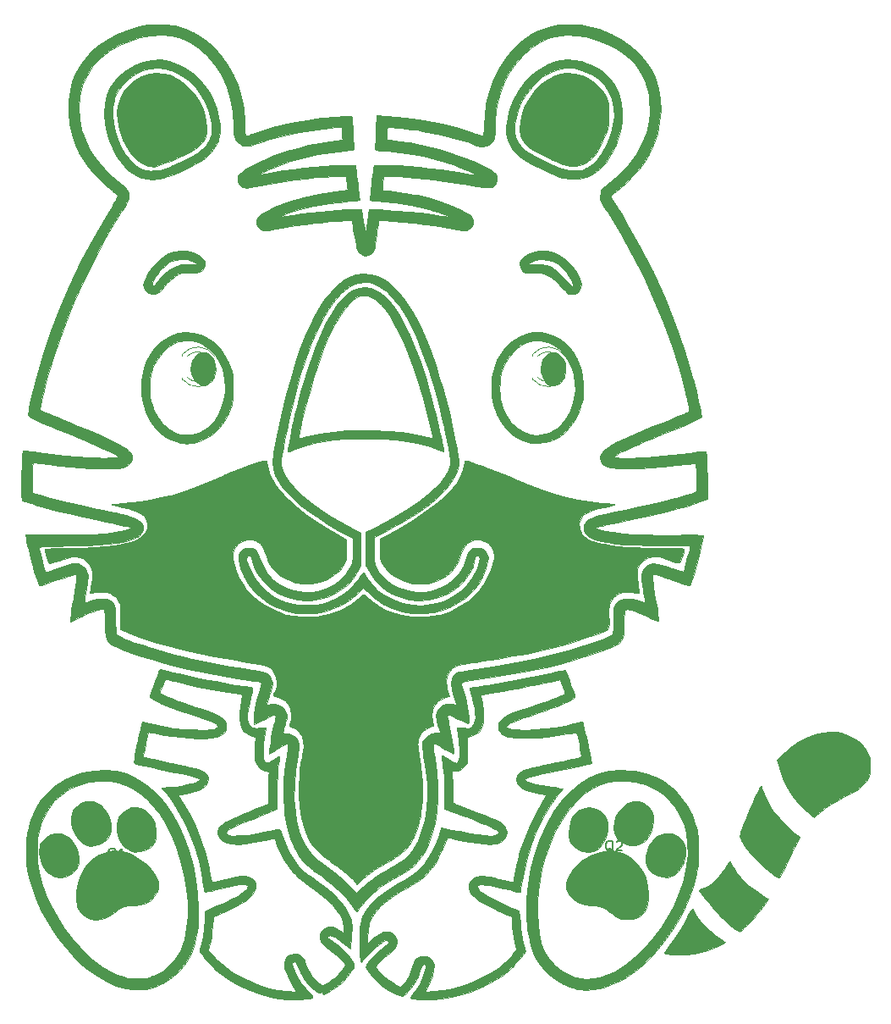
<source format=gbr>
%TF.GenerationSoftware,KiCad,Pcbnew,7.0.8*%
%TF.CreationDate,2024-08-10T05:42:33+02:00*%
%TF.ProjectId,Tiger,54696765-722e-46b6-9963-61645f706362,rev?*%
%TF.SameCoordinates,Original*%
%TF.FileFunction,Legend,Top*%
%TF.FilePolarity,Positive*%
%FSLAX46Y46*%
G04 Gerber Fmt 4.6, Leading zero omitted, Abs format (unit mm)*
G04 Created by KiCad (PCBNEW 7.0.8) date 2024-08-10 05:42:33*
%MOMM*%
%LPD*%
G01*
G04 APERTURE LIST*
%ADD10C,0.150000*%
%ADD11C,0.120000*%
%ADD12C,0.010000*%
G04 APERTURE END LIST*
D10*
X89322761Y-108160057D02*
X89227523Y-108112438D01*
X89227523Y-108112438D02*
X89132285Y-108017200D01*
X89132285Y-108017200D02*
X88989428Y-107874342D01*
X88989428Y-107874342D02*
X88894190Y-107826723D01*
X88894190Y-107826723D02*
X88798952Y-107826723D01*
X88846571Y-108064819D02*
X88751333Y-108017200D01*
X88751333Y-108017200D02*
X88656095Y-107921961D01*
X88656095Y-107921961D02*
X88608476Y-107731485D01*
X88608476Y-107731485D02*
X88608476Y-107398152D01*
X88608476Y-107398152D02*
X88656095Y-107207676D01*
X88656095Y-107207676D02*
X88751333Y-107112438D01*
X88751333Y-107112438D02*
X88846571Y-107064819D01*
X88846571Y-107064819D02*
X89037047Y-107064819D01*
X89037047Y-107064819D02*
X89132285Y-107112438D01*
X89132285Y-107112438D02*
X89227523Y-107207676D01*
X89227523Y-107207676D02*
X89275142Y-107398152D01*
X89275142Y-107398152D02*
X89275142Y-107731485D01*
X89275142Y-107731485D02*
X89227523Y-107921961D01*
X89227523Y-107921961D02*
X89132285Y-108017200D01*
X89132285Y-108017200D02*
X89037047Y-108064819D01*
X89037047Y-108064819D02*
X88846571Y-108064819D01*
X89656095Y-107160057D02*
X89703714Y-107112438D01*
X89703714Y-107112438D02*
X89798952Y-107064819D01*
X89798952Y-107064819D02*
X90037047Y-107064819D01*
X90037047Y-107064819D02*
X90132285Y-107112438D01*
X90132285Y-107112438D02*
X90179904Y-107160057D01*
X90179904Y-107160057D02*
X90227523Y-107255295D01*
X90227523Y-107255295D02*
X90227523Y-107350533D01*
X90227523Y-107350533D02*
X90179904Y-107493390D01*
X90179904Y-107493390D02*
X89608476Y-108064819D01*
X89608476Y-108064819D02*
X90227523Y-108064819D01*
X39538761Y-108922057D02*
X39443523Y-108874438D01*
X39443523Y-108874438D02*
X39348285Y-108779200D01*
X39348285Y-108779200D02*
X39205428Y-108636342D01*
X39205428Y-108636342D02*
X39110190Y-108588723D01*
X39110190Y-108588723D02*
X39014952Y-108588723D01*
X39062571Y-108826819D02*
X38967333Y-108779200D01*
X38967333Y-108779200D02*
X38872095Y-108683961D01*
X38872095Y-108683961D02*
X38824476Y-108493485D01*
X38824476Y-108493485D02*
X38824476Y-108160152D01*
X38824476Y-108160152D02*
X38872095Y-107969676D01*
X38872095Y-107969676D02*
X38967333Y-107874438D01*
X38967333Y-107874438D02*
X39062571Y-107826819D01*
X39062571Y-107826819D02*
X39253047Y-107826819D01*
X39253047Y-107826819D02*
X39348285Y-107874438D01*
X39348285Y-107874438D02*
X39443523Y-107969676D01*
X39443523Y-107969676D02*
X39491142Y-108160152D01*
X39491142Y-108160152D02*
X39491142Y-108493485D01*
X39491142Y-108493485D02*
X39443523Y-108683961D01*
X39443523Y-108683961D02*
X39348285Y-108779200D01*
X39348285Y-108779200D02*
X39253047Y-108826819D01*
X39253047Y-108826819D02*
X39062571Y-108826819D01*
X40443523Y-108826819D02*
X39872095Y-108826819D01*
X40157809Y-108826819D02*
X40157809Y-107826819D01*
X40157809Y-107826819D02*
X40062571Y-107969676D01*
X40062571Y-107969676D02*
X39967333Y-108064914D01*
X39967333Y-108064914D02*
X39872095Y-108112533D01*
D11*
%TO.C,D1*%
X46192000Y-58454000D02*
X46192000Y-58610000D01*
X46192000Y-60770000D02*
X46192000Y-60926000D01*
X49424334Y-58611392D02*
G75*
G03*
X46192001Y-58454485I-1672334J-1078608D01*
G01*
X48793129Y-58610164D02*
G75*
G03*
X46711040Y-58610001I-1041129J-1079836D01*
G01*
X46711040Y-60769999D02*
G75*
G03*
X48793129Y-60769836I1040960J1079999D01*
G01*
X46192001Y-60925515D02*
G75*
G03*
X49424334Y-60768608I1559999J1235515D01*
G01*
%TO.C,G\u002A\u002A\u002A*%
D12*
X83501329Y-58257075D02*
X83875168Y-58425651D01*
X84045578Y-58565416D01*
X84322828Y-58924210D01*
X84489691Y-59333976D01*
X84554944Y-59769947D01*
X84527362Y-60207358D01*
X84415721Y-60621441D01*
X84228797Y-60987429D01*
X83975365Y-61280557D01*
X83664202Y-61476057D01*
X83304083Y-61549162D01*
X83003034Y-61507622D01*
X82680714Y-61334264D01*
X82405132Y-61028056D01*
X82195658Y-60623255D01*
X82071664Y-60154118D01*
X82046060Y-59815243D01*
X82101826Y-59420648D01*
X82248963Y-59015754D01*
X82459700Y-58657961D01*
X82706270Y-58404669D01*
X82739113Y-58382658D01*
X83111735Y-58241217D01*
X83501329Y-58257075D01*
G36*
X83501329Y-58257075D02*
G01*
X83875168Y-58425651D01*
X84045578Y-58565416D01*
X84322828Y-58924210D01*
X84489691Y-59333976D01*
X84554944Y-59769947D01*
X84527362Y-60207358D01*
X84415721Y-60621441D01*
X84228797Y-60987429D01*
X83975365Y-61280557D01*
X83664202Y-61476057D01*
X83304083Y-61549162D01*
X83003034Y-61507622D01*
X82680714Y-61334264D01*
X82405132Y-61028056D01*
X82195658Y-60623255D01*
X82071664Y-60154118D01*
X82046060Y-59815243D01*
X82101826Y-59420648D01*
X82248963Y-59015754D01*
X82459700Y-58657961D01*
X82706270Y-58404669D01*
X82739113Y-58382658D01*
X83111735Y-58241217D01*
X83501329Y-58257075D01*
G37*
X34056914Y-106331559D02*
X34455628Y-106472860D01*
X34892462Y-106777588D01*
X35260978Y-107192910D01*
X35549117Y-107685229D01*
X35744821Y-108220949D01*
X35836030Y-108766473D01*
X35810687Y-109288205D01*
X35656733Y-109752547D01*
X35642367Y-109779255D01*
X35335299Y-110169986D01*
X34921206Y-110463377D01*
X34438933Y-110648085D01*
X33927326Y-110712768D01*
X33425231Y-110646084D01*
X33107900Y-110519293D01*
X32687525Y-110207112D01*
X32336152Y-109776708D01*
X32067745Y-109266016D01*
X31896267Y-108712973D01*
X31835681Y-108155514D01*
X31899951Y-107631576D01*
X31969391Y-107426180D01*
X32238881Y-106981108D01*
X32615174Y-106636534D01*
X33065474Y-106405035D01*
X33556986Y-106299185D01*
X34056914Y-106331559D01*
G36*
X34056914Y-106331559D02*
G01*
X34455628Y-106472860D01*
X34892462Y-106777588D01*
X35260978Y-107192910D01*
X35549117Y-107685229D01*
X35744821Y-108220949D01*
X35836030Y-108766473D01*
X35810687Y-109288205D01*
X35656733Y-109752547D01*
X35642367Y-109779255D01*
X35335299Y-110169986D01*
X34921206Y-110463377D01*
X34438933Y-110648085D01*
X33927326Y-110712768D01*
X33425231Y-110646084D01*
X33107900Y-110519293D01*
X32687525Y-110207112D01*
X32336152Y-109776708D01*
X32067745Y-109266016D01*
X31896267Y-108712973D01*
X31835681Y-108155514D01*
X31899951Y-107631576D01*
X31969391Y-107426180D01*
X32238881Y-106981108D01*
X32615174Y-106636534D01*
X33065474Y-106405035D01*
X33556986Y-106299185D01*
X34056914Y-106331559D01*
G37*
X48574777Y-58274611D02*
X48903350Y-58444499D01*
X49171726Y-58724135D01*
X49371448Y-59086539D01*
X49494061Y-59504732D01*
X49531110Y-59951733D01*
X49474140Y-60400564D01*
X49314695Y-60824244D01*
X49101122Y-61134461D01*
X48903833Y-61325350D01*
X48714354Y-61456336D01*
X48660185Y-61478734D01*
X48450497Y-61538089D01*
X48344687Y-61567458D01*
X48197084Y-61552056D01*
X47968623Y-61472761D01*
X47838976Y-61412573D01*
X47493360Y-61156156D01*
X47247220Y-60808594D01*
X47097292Y-60399020D01*
X47040309Y-59956566D01*
X47073006Y-59510365D01*
X47192116Y-59089550D01*
X47394374Y-58723254D01*
X47676515Y-58440609D01*
X48035272Y-58270749D01*
X48194461Y-58241451D01*
X48574777Y-58274611D01*
G36*
X48574777Y-58274611D02*
G01*
X48903350Y-58444499D01*
X49171726Y-58724135D01*
X49371448Y-59086539D01*
X49494061Y-59504732D01*
X49531110Y-59951733D01*
X49474140Y-60400564D01*
X49314695Y-60824244D01*
X49101122Y-61134461D01*
X48903833Y-61325350D01*
X48714354Y-61456336D01*
X48660185Y-61478734D01*
X48450497Y-61538089D01*
X48344687Y-61567458D01*
X48197084Y-61552056D01*
X47968623Y-61472761D01*
X47838976Y-61412573D01*
X47493360Y-61156156D01*
X47247220Y-60808594D01*
X47097292Y-60399020D01*
X47040309Y-59956566D01*
X47073006Y-59510365D01*
X47192116Y-59089550D01*
X47394374Y-58723254D01*
X47676515Y-58440609D01*
X48035272Y-58270749D01*
X48194461Y-58241451D01*
X48574777Y-58274611D01*
G37*
X92227940Y-103238074D02*
X92680185Y-103516360D01*
X92828687Y-103651612D01*
X93090273Y-103954352D01*
X93249239Y-104260203D01*
X93326321Y-104625035D01*
X93342895Y-105037066D01*
X93275767Y-105659630D01*
X93092365Y-106221075D01*
X92810378Y-106705359D01*
X92447492Y-107096440D01*
X92021397Y-107378274D01*
X91549779Y-107534821D01*
X91050328Y-107550035D01*
X90671266Y-107460177D01*
X90147186Y-107212282D01*
X89744057Y-106892830D01*
X89563667Y-106662632D01*
X89410487Y-106276197D01*
X89354761Y-105798381D01*
X89395383Y-105275497D01*
X89531250Y-104753860D01*
X89614019Y-104551561D01*
X89935284Y-104006208D01*
X90329648Y-103583776D01*
X90776604Y-103290005D01*
X91255642Y-103130638D01*
X91746257Y-103111413D01*
X92227940Y-103238074D01*
G36*
X92227940Y-103238074D02*
G01*
X92680185Y-103516360D01*
X92828687Y-103651612D01*
X93090273Y-103954352D01*
X93249239Y-104260203D01*
X93326321Y-104625035D01*
X93342895Y-105037066D01*
X93275767Y-105659630D01*
X93092365Y-106221075D01*
X92810378Y-106705359D01*
X92447492Y-107096440D01*
X92021397Y-107378274D01*
X91549779Y-107534821D01*
X91050328Y-107550035D01*
X90671266Y-107460177D01*
X90147186Y-107212282D01*
X89744057Y-106892830D01*
X89563667Y-106662632D01*
X89410487Y-106276197D01*
X89354761Y-105798381D01*
X89395383Y-105275497D01*
X89531250Y-104753860D01*
X89614019Y-104551561D01*
X89935284Y-104006208D01*
X90329648Y-103583776D01*
X90776604Y-103290005D01*
X91255642Y-103130638D01*
X91746257Y-103111413D01*
X92227940Y-103238074D01*
G37*
X87008596Y-103710844D02*
X87575674Y-103838358D01*
X88043273Y-104091276D01*
X88403491Y-104452570D01*
X88648427Y-104905209D01*
X88770178Y-105432165D01*
X88760842Y-106016408D01*
X88612518Y-106640908D01*
X88500404Y-106925829D01*
X88194629Y-107442853D01*
X87801532Y-107829686D01*
X87339589Y-108077000D01*
X86827275Y-108175468D01*
X86283067Y-108115759D01*
X86193351Y-108090625D01*
X85665919Y-107855334D01*
X85254636Y-107511847D01*
X84974793Y-107074085D01*
X84920567Y-106931968D01*
X84866365Y-106619247D01*
X84861772Y-106207553D01*
X84903615Y-105758812D01*
X84988720Y-105334950D01*
X85005404Y-105276054D01*
X85229293Y-104760587D01*
X85557593Y-104324530D01*
X85963192Y-103989066D01*
X86418981Y-103775377D01*
X86897849Y-103704645D01*
X87008596Y-103710844D01*
G36*
X87008596Y-103710844D02*
G01*
X87575674Y-103838358D01*
X88043273Y-104091276D01*
X88403491Y-104452570D01*
X88648427Y-104905209D01*
X88770178Y-105432165D01*
X88760842Y-106016408D01*
X88612518Y-106640908D01*
X88500404Y-106925829D01*
X88194629Y-107442853D01*
X87801532Y-107829686D01*
X87339589Y-108077000D01*
X86827275Y-108175468D01*
X86283067Y-108115759D01*
X86193351Y-108090625D01*
X85665919Y-107855334D01*
X85254636Y-107511847D01*
X84974793Y-107074085D01*
X84920567Y-106931968D01*
X84866365Y-106619247D01*
X84861772Y-106207553D01*
X84903615Y-105758812D01*
X84988720Y-105334950D01*
X85005404Y-105276054D01*
X85229293Y-104760587D01*
X85557593Y-104324530D01*
X85963192Y-103989066D01*
X86418981Y-103775377D01*
X86897849Y-103704645D01*
X87008596Y-103710844D01*
G37*
X41994976Y-103763475D02*
X42455277Y-103990758D01*
X42855111Y-104345528D01*
X43178787Y-104808120D01*
X43410617Y-105358870D01*
X43534908Y-105978114D01*
X43551483Y-106267094D01*
X43545198Y-106620438D01*
X43503244Y-106877713D01*
X43409306Y-107111073D01*
X43327048Y-107259677D01*
X42995244Y-107675333D01*
X42561013Y-107960224D01*
X42018446Y-108117691D01*
X41758731Y-108146507D01*
X41415501Y-108157867D01*
X41165352Y-108127764D01*
X40934467Y-108043344D01*
X40812566Y-107981756D01*
X40405439Y-107674745D01*
X40071374Y-107244579D01*
X39823185Y-106726358D01*
X39673689Y-106155181D01*
X39635700Y-105566148D01*
X39721932Y-104994733D01*
X39913110Y-104593390D01*
X40231571Y-104230585D01*
X40635431Y-103937386D01*
X41082805Y-103744862D01*
X41489900Y-103683344D01*
X41994976Y-103763475D01*
G36*
X41994976Y-103763475D02*
G01*
X42455277Y-103990758D01*
X42855111Y-104345528D01*
X43178787Y-104808120D01*
X43410617Y-105358870D01*
X43534908Y-105978114D01*
X43551483Y-106267094D01*
X43545198Y-106620438D01*
X43503244Y-106877713D01*
X43409306Y-107111073D01*
X43327048Y-107259677D01*
X42995244Y-107675333D01*
X42561013Y-107960224D01*
X42018446Y-108117691D01*
X41758731Y-108146507D01*
X41415501Y-108157867D01*
X41165352Y-108127764D01*
X40934467Y-108043344D01*
X40812566Y-107981756D01*
X40405439Y-107674745D01*
X40071374Y-107244579D01*
X39823185Y-106726358D01*
X39673689Y-106155181D01*
X39635700Y-105566148D01*
X39721932Y-104994733D01*
X39913110Y-104593390D01*
X40231571Y-104230585D01*
X40635431Y-103937386D01*
X41082805Y-103744862D01*
X41489900Y-103683344D01*
X41994976Y-103763475D01*
G37*
X37269256Y-103154925D02*
X37697862Y-103324322D01*
X38086160Y-103565812D01*
X38310726Y-103776134D01*
X38601965Y-104207091D01*
X38848178Y-104735816D01*
X39017225Y-105291235D01*
X39034964Y-105377830D01*
X39062886Y-105933670D01*
X38936700Y-106438015D01*
X38668620Y-106871143D01*
X38270864Y-107213336D01*
X37755648Y-107444871D01*
X37754244Y-107445288D01*
X37352226Y-107543876D01*
X37027333Y-107563803D01*
X36706910Y-107505404D01*
X36536900Y-107450891D01*
X36195902Y-107260998D01*
X35849827Y-106947163D01*
X35534603Y-106549739D01*
X35286153Y-106109076D01*
X35235781Y-105989463D01*
X35082057Y-105418804D01*
X35055366Y-104852938D01*
X35153471Y-104330844D01*
X35354652Y-103918882D01*
X35657562Y-103595832D01*
X36055243Y-103328645D01*
X36488616Y-103149622D01*
X36869582Y-103090560D01*
X37269256Y-103154925D01*
G36*
X37269256Y-103154925D02*
G01*
X37697862Y-103324322D01*
X38086160Y-103565812D01*
X38310726Y-103776134D01*
X38601965Y-104207091D01*
X38848178Y-104735816D01*
X39017225Y-105291235D01*
X39034964Y-105377830D01*
X39062886Y-105933670D01*
X38936700Y-106438015D01*
X38668620Y-106871143D01*
X38270864Y-107213336D01*
X37755648Y-107444871D01*
X37754244Y-107445288D01*
X37352226Y-107543876D01*
X37027333Y-107563803D01*
X36706910Y-107505404D01*
X36536900Y-107450891D01*
X36195902Y-107260998D01*
X35849827Y-106947163D01*
X35534603Y-106549739D01*
X35286153Y-106109076D01*
X35235781Y-105989463D01*
X35082057Y-105418804D01*
X35055366Y-104852938D01*
X35153471Y-104330844D01*
X35354652Y-103918882D01*
X35657562Y-103595832D01*
X36055243Y-103328645D01*
X36488616Y-103149622D01*
X36869582Y-103090560D01*
X37269256Y-103154925D01*
G37*
X94847417Y-106324285D02*
X95204261Y-106358379D01*
X95466872Y-106430206D01*
X95709693Y-106562583D01*
X95778751Y-106609721D01*
X96175208Y-106985379D01*
X96440187Y-107450026D01*
X96568962Y-107980368D01*
X96556806Y-108553106D01*
X96398991Y-109144945D01*
X96327211Y-109312733D01*
X96061345Y-109779308D01*
X95738477Y-110181589D01*
X95393398Y-110480338D01*
X95192452Y-110592587D01*
X94771618Y-110696288D01*
X94286944Y-110693980D01*
X93803783Y-110589123D01*
X93602233Y-110508444D01*
X93174491Y-110257323D01*
X92874524Y-109953397D01*
X92674940Y-109589463D01*
X92567477Y-109129269D01*
X92585048Y-108610418D01*
X92712993Y-108069955D01*
X92936653Y-107544929D01*
X93241369Y-107072385D01*
X93612480Y-106689371D01*
X93898566Y-106497208D01*
X94151350Y-106381329D01*
X94394016Y-106326128D01*
X94701170Y-106318008D01*
X94847417Y-106324285D01*
G36*
X94847417Y-106324285D02*
G01*
X95204261Y-106358379D01*
X95466872Y-106430206D01*
X95709693Y-106562583D01*
X95778751Y-106609721D01*
X96175208Y-106985379D01*
X96440187Y-107450026D01*
X96568962Y-107980368D01*
X96556806Y-108553106D01*
X96398991Y-109144945D01*
X96327211Y-109312733D01*
X96061345Y-109779308D01*
X95738477Y-110181589D01*
X95393398Y-110480338D01*
X95192452Y-110592587D01*
X94771618Y-110696288D01*
X94286944Y-110693980D01*
X93803783Y-110589123D01*
X93602233Y-110508444D01*
X93174491Y-110257323D01*
X92874524Y-109953397D01*
X92674940Y-109589463D01*
X92567477Y-109129269D01*
X92585048Y-108610418D01*
X92712993Y-108069955D01*
X92936653Y-107544929D01*
X93241369Y-107072385D01*
X93612480Y-106689371D01*
X93898566Y-106497208D01*
X94151350Y-106381329D01*
X94394016Y-106326128D01*
X94701170Y-106318008D01*
X94847417Y-106324285D01*
G37*
X40109254Y-108110478D02*
X40874230Y-108314980D01*
X41621881Y-108669630D01*
X42336890Y-109171082D01*
X42686419Y-109484577D01*
X43207284Y-110056552D01*
X43563505Y-110604749D01*
X43757161Y-111135007D01*
X43790332Y-111653163D01*
X43665098Y-112165057D01*
X43652303Y-112196391D01*
X43401036Y-112640733D01*
X43051956Y-112986943D01*
X42590374Y-113243243D01*
X42001602Y-113417854D01*
X41292877Y-113517145D01*
X40803665Y-113567429D01*
X40432471Y-113633926D01*
X40128004Y-113735836D01*
X39838976Y-113892357D01*
X39514097Y-114122691D01*
X39362803Y-114239648D01*
X38755600Y-114629195D01*
X38133787Y-114863763D01*
X37512579Y-114939778D01*
X36907195Y-114853663D01*
X36838278Y-114832885D01*
X36466728Y-114638553D01*
X36120706Y-114322831D01*
X35843457Y-113932730D01*
X35698901Y-113594199D01*
X35562710Y-112856326D01*
X35568135Y-112089585D01*
X35703856Y-111320972D01*
X35958555Y-110577483D01*
X36320914Y-109886113D01*
X36779612Y-109273858D01*
X37323333Y-108767714D01*
X37863575Y-108431310D01*
X38588608Y-108165297D01*
X39342274Y-108059468D01*
X40109254Y-108110478D01*
G36*
X40109254Y-108110478D02*
G01*
X40874230Y-108314980D01*
X41621881Y-108669630D01*
X42336890Y-109171082D01*
X42686419Y-109484577D01*
X43207284Y-110056552D01*
X43563505Y-110604749D01*
X43757161Y-111135007D01*
X43790332Y-111653163D01*
X43665098Y-112165057D01*
X43652303Y-112196391D01*
X43401036Y-112640733D01*
X43051956Y-112986943D01*
X42590374Y-113243243D01*
X42001602Y-113417854D01*
X41292877Y-113517145D01*
X40803665Y-113567429D01*
X40432471Y-113633926D01*
X40128004Y-113735836D01*
X39838976Y-113892357D01*
X39514097Y-114122691D01*
X39362803Y-114239648D01*
X38755600Y-114629195D01*
X38133787Y-114863763D01*
X37512579Y-114939778D01*
X36907195Y-114853663D01*
X36838278Y-114832885D01*
X36466728Y-114638553D01*
X36120706Y-114322831D01*
X35843457Y-113932730D01*
X35698901Y-113594199D01*
X35562710Y-112856326D01*
X35568135Y-112089585D01*
X35703856Y-111320972D01*
X35958555Y-110577483D01*
X36320914Y-109886113D01*
X36779612Y-109273858D01*
X37323333Y-108767714D01*
X37863575Y-108431310D01*
X38588608Y-108165297D01*
X39342274Y-108059468D01*
X40109254Y-108110478D01*
G37*
X97256998Y-113911313D02*
X97374648Y-114093951D01*
X97528820Y-114355587D01*
X97581566Y-114449050D01*
X98062752Y-115151746D01*
X98703360Y-115827089D01*
X99494468Y-116466022D01*
X99726848Y-116627175D01*
X100038909Y-116840873D01*
X100290989Y-117020859D01*
X100454522Y-117146249D01*
X100502566Y-117194287D01*
X100427823Y-117264952D01*
X100224565Y-117377995D01*
X99924252Y-117520277D01*
X99558343Y-117678656D01*
X99158297Y-117839993D01*
X98755573Y-117991146D01*
X98381629Y-118118975D01*
X98073388Y-118208960D01*
X97361096Y-118350790D01*
X96590938Y-118437823D01*
X95829034Y-118465644D01*
X95141500Y-118429838D01*
X95010316Y-118413480D01*
X94725698Y-118368168D01*
X94514665Y-118324554D01*
X94427913Y-118294635D01*
X94457755Y-118213779D01*
X94571740Y-118027715D01*
X94750957Y-117765600D01*
X94938479Y-117507442D01*
X95431076Y-116816490D01*
X95912873Y-116087055D01*
X96353219Y-115367948D01*
X96721462Y-114707984D01*
X96830008Y-114495219D01*
X96980451Y-114201010D01*
X97104916Y-113975716D01*
X97183702Y-113854275D01*
X97197966Y-113842603D01*
X97256998Y-113911313D01*
G36*
X97256998Y-113911313D02*
G01*
X97374648Y-114093951D01*
X97528820Y-114355587D01*
X97581566Y-114449050D01*
X98062752Y-115151746D01*
X98703360Y-115827089D01*
X99494468Y-116466022D01*
X99726848Y-116627175D01*
X100038909Y-116840873D01*
X100290989Y-117020859D01*
X100454522Y-117146249D01*
X100502566Y-117194287D01*
X100427823Y-117264952D01*
X100224565Y-117377995D01*
X99924252Y-117520277D01*
X99558343Y-117678656D01*
X99158297Y-117839993D01*
X98755573Y-117991146D01*
X98381629Y-118118975D01*
X98073388Y-118208960D01*
X97361096Y-118350790D01*
X96590938Y-118437823D01*
X95829034Y-118465644D01*
X95141500Y-118429838D01*
X95010316Y-118413480D01*
X94725698Y-118368168D01*
X94514665Y-118324554D01*
X94427913Y-118294635D01*
X94457755Y-118213779D01*
X94571740Y-118027715D01*
X94750957Y-117765600D01*
X94938479Y-117507442D01*
X95431076Y-116816490D01*
X95912873Y-116087055D01*
X96353219Y-115367948D01*
X96721462Y-114707984D01*
X96830008Y-114495219D01*
X96980451Y-114201010D01*
X97104916Y-113975716D01*
X97183702Y-113854275D01*
X97197966Y-113842603D01*
X97256998Y-113911313D01*
G37*
X44299705Y-30346273D02*
X44900057Y-30488078D01*
X45438496Y-30706975D01*
X45952984Y-31024468D01*
X46481484Y-31462063D01*
X46783416Y-31753213D01*
X47319340Y-32339308D01*
X47734760Y-32914379D01*
X48064716Y-33534341D01*
X48336021Y-34230777D01*
X48561353Y-35034686D01*
X48654430Y-35739953D01*
X48613139Y-36356280D01*
X48435362Y-36893365D01*
X48118984Y-37360908D01*
X47661891Y-37768610D01*
X47547094Y-37848018D01*
X47160126Y-38083674D01*
X46686923Y-38338684D01*
X46155650Y-38601117D01*
X45594469Y-38859044D01*
X45031546Y-39100535D01*
X44495045Y-39313659D01*
X44013131Y-39486488D01*
X43613966Y-39607090D01*
X43325717Y-39663537D01*
X43255411Y-39665895D01*
X43038005Y-39640519D01*
X42769780Y-39589716D01*
X42737418Y-39582278D01*
X42161080Y-39360822D01*
X41617614Y-38979879D01*
X41114517Y-38447382D01*
X40659288Y-37771264D01*
X40259944Y-36960698D01*
X39913595Y-35983265D01*
X39718123Y-35056017D01*
X39672963Y-34184711D01*
X39777553Y-33375103D01*
X40031327Y-32632952D01*
X40433724Y-31964014D01*
X40788996Y-31556850D01*
X41406555Y-31045294D01*
X42097361Y-30658987D01*
X42832772Y-30407805D01*
X43584144Y-30301626D01*
X44299705Y-30346273D01*
G36*
X44299705Y-30346273D02*
G01*
X44900057Y-30488078D01*
X45438496Y-30706975D01*
X45952984Y-31024468D01*
X46481484Y-31462063D01*
X46783416Y-31753213D01*
X47319340Y-32339308D01*
X47734760Y-32914379D01*
X48064716Y-33534341D01*
X48336021Y-34230777D01*
X48561353Y-35034686D01*
X48654430Y-35739953D01*
X48613139Y-36356280D01*
X48435362Y-36893365D01*
X48118984Y-37360908D01*
X47661891Y-37768610D01*
X47547094Y-37848018D01*
X47160126Y-38083674D01*
X46686923Y-38338684D01*
X46155650Y-38601117D01*
X45594469Y-38859044D01*
X45031546Y-39100535D01*
X44495045Y-39313659D01*
X44013131Y-39486488D01*
X43613966Y-39607090D01*
X43325717Y-39663537D01*
X43255411Y-39665895D01*
X43038005Y-39640519D01*
X42769780Y-39589716D01*
X42737418Y-39582278D01*
X42161080Y-39360822D01*
X41617614Y-38979879D01*
X41114517Y-38447382D01*
X40659288Y-37771264D01*
X40259944Y-36960698D01*
X39913595Y-35983265D01*
X39718123Y-35056017D01*
X39672963Y-34184711D01*
X39777553Y-33375103D01*
X40031327Y-32632952D01*
X40433724Y-31964014D01*
X40788996Y-31556850D01*
X41406555Y-31045294D01*
X42097361Y-30658987D01*
X42832772Y-30407805D01*
X43584144Y-30301626D01*
X44299705Y-30346273D01*
G37*
X89935213Y-108187658D02*
X90607006Y-108458754D01*
X91214530Y-108862830D01*
X91745713Y-109388547D01*
X92188483Y-110024569D01*
X92530768Y-110759557D01*
X92760498Y-111582173D01*
X92849624Y-112224658D01*
X92851676Y-112838693D01*
X92762093Y-113422091D01*
X92590836Y-113929682D01*
X92403197Y-114248890D01*
X92061984Y-114565316D01*
X91611867Y-114790700D01*
X91092812Y-114914696D01*
X90544785Y-114926957D01*
X90098694Y-114845482D01*
X89899933Y-114777844D01*
X89700042Y-114681659D01*
X89464808Y-114536182D01*
X89160016Y-114320669D01*
X88844942Y-114085277D01*
X88594140Y-113901153D01*
X88382676Y-113769880D01*
X88170403Y-113678751D01*
X87917175Y-113615060D01*
X87582843Y-113566099D01*
X87127263Y-113519161D01*
X87026384Y-113509676D01*
X86432669Y-113430432D01*
X85966588Y-113307203D01*
X85588720Y-113123680D01*
X85259641Y-112863556D01*
X85120827Y-112721374D01*
X84790677Y-112275551D01*
X84622357Y-111822976D01*
X84613183Y-111343762D01*
X84760469Y-110818024D01*
X84839513Y-110638180D01*
X85211046Y-110032864D01*
X85718933Y-109469500D01*
X86331318Y-108970594D01*
X87016341Y-108558649D01*
X87742145Y-108256172D01*
X88447104Y-108089756D01*
X89211221Y-108060880D01*
X89935213Y-108187658D01*
G36*
X89935213Y-108187658D02*
G01*
X90607006Y-108458754D01*
X91214530Y-108862830D01*
X91745713Y-109388547D01*
X92188483Y-110024569D01*
X92530768Y-110759557D01*
X92760498Y-111582173D01*
X92849624Y-112224658D01*
X92851676Y-112838693D01*
X92762093Y-113422091D01*
X92590836Y-113929682D01*
X92403197Y-114248890D01*
X92061984Y-114565316D01*
X91611867Y-114790700D01*
X91092812Y-114914696D01*
X90544785Y-114926957D01*
X90098694Y-114845482D01*
X89899933Y-114777844D01*
X89700042Y-114681659D01*
X89464808Y-114536182D01*
X89160016Y-114320669D01*
X88844942Y-114085277D01*
X88594140Y-113901153D01*
X88382676Y-113769880D01*
X88170403Y-113678751D01*
X87917175Y-113615060D01*
X87582843Y-113566099D01*
X87127263Y-113519161D01*
X87026384Y-113509676D01*
X86432669Y-113430432D01*
X85966588Y-113307203D01*
X85588720Y-113123680D01*
X85259641Y-112863556D01*
X85120827Y-112721374D01*
X84790677Y-112275551D01*
X84622357Y-111822976D01*
X84613183Y-111343762D01*
X84760469Y-110818024D01*
X84839513Y-110638180D01*
X85211046Y-110032864D01*
X85718933Y-109469500D01*
X86331318Y-108970594D01*
X87016341Y-108558649D01*
X87742145Y-108256172D01*
X88447104Y-108089756D01*
X89211221Y-108060880D01*
X89935213Y-108187658D01*
G37*
X85449908Y-30347065D02*
X86169164Y-30539073D01*
X86853151Y-30857609D01*
X87477736Y-31289776D01*
X88018784Y-31822679D01*
X88452162Y-32443424D01*
X88663460Y-32884820D01*
X88747626Y-33120279D01*
X88803304Y-33352963D01*
X88835925Y-33626817D01*
X88850921Y-33985788D01*
X88853824Y-34425066D01*
X88849450Y-34890184D01*
X88832600Y-35240437D01*
X88795109Y-35530242D01*
X88728811Y-35814011D01*
X88625541Y-36146160D01*
X88571528Y-36306291D01*
X88255693Y-37095071D01*
X87868457Y-37839089D01*
X87437398Y-38488424D01*
X87216270Y-38759479D01*
X86741268Y-39180033D01*
X86191011Y-39468377D01*
X85596505Y-39614813D01*
X84988754Y-39609643D01*
X84694048Y-39548419D01*
X84285107Y-39414415D01*
X83791821Y-39221259D01*
X83245266Y-38984310D01*
X82676515Y-38718927D01*
X82116641Y-38440469D01*
X81596718Y-38164295D01*
X81147819Y-37905762D01*
X80801018Y-37680230D01*
X80617651Y-37533583D01*
X80248512Y-37075400D01*
X80022187Y-36535876D01*
X79937959Y-35911220D01*
X79995111Y-35197639D01*
X80091044Y-34748202D01*
X80406341Y-33794800D01*
X80837020Y-32925611D01*
X81370516Y-32154624D01*
X81994264Y-31495829D01*
X82695698Y-30963213D01*
X83462252Y-30570767D01*
X84002125Y-30394207D01*
X84719517Y-30294477D01*
X85449908Y-30347065D01*
G36*
X85449908Y-30347065D02*
G01*
X86169164Y-30539073D01*
X86853151Y-30857609D01*
X87477736Y-31289776D01*
X88018784Y-31822679D01*
X88452162Y-32443424D01*
X88663460Y-32884820D01*
X88747626Y-33120279D01*
X88803304Y-33352963D01*
X88835925Y-33626817D01*
X88850921Y-33985788D01*
X88853824Y-34425066D01*
X88849450Y-34890184D01*
X88832600Y-35240437D01*
X88795109Y-35530242D01*
X88728811Y-35814011D01*
X88625541Y-36146160D01*
X88571528Y-36306291D01*
X88255693Y-37095071D01*
X87868457Y-37839089D01*
X87437398Y-38488424D01*
X87216270Y-38759479D01*
X86741268Y-39180033D01*
X86191011Y-39468377D01*
X85596505Y-39614813D01*
X84988754Y-39609643D01*
X84694048Y-39548419D01*
X84285107Y-39414415D01*
X83791821Y-39221259D01*
X83245266Y-38984310D01*
X82676515Y-38718927D01*
X82116641Y-38440469D01*
X81596718Y-38164295D01*
X81147819Y-37905762D01*
X80801018Y-37680230D01*
X80617651Y-37533583D01*
X80248512Y-37075400D01*
X80022187Y-36535876D01*
X79937959Y-35911220D01*
X79995111Y-35197639D01*
X80091044Y-34748202D01*
X80406341Y-33794800D01*
X80837020Y-32925611D01*
X81370516Y-32154624D01*
X81994264Y-31495829D01*
X82695698Y-30963213D01*
X83462252Y-30570767D01*
X84002125Y-30394207D01*
X84719517Y-30294477D01*
X85449908Y-30347065D01*
G37*
X111577032Y-96212582D02*
X112138889Y-96279894D01*
X112560731Y-96388977D01*
X113320515Y-96746718D01*
X113961565Y-97223217D01*
X114480259Y-97815305D01*
X114789177Y-98338142D01*
X114902889Y-98590318D01*
X114972621Y-98817867D01*
X115008617Y-99077156D01*
X115021119Y-99424552D01*
X115021818Y-99618400D01*
X115014608Y-100027931D01*
X114988523Y-100319490D01*
X114934921Y-100544126D01*
X114845159Y-100752890D01*
X114822323Y-100796824D01*
X114604006Y-101147185D01*
X114329707Y-101463746D01*
X113976579Y-101764344D01*
X113521774Y-102066812D01*
X112942446Y-102388985D01*
X112492870Y-102615173D01*
X111756955Y-102997787D01*
X111073174Y-103397973D01*
X110469561Y-103797339D01*
X109974150Y-104177493D01*
X109652974Y-104478289D01*
X109504501Y-104623170D01*
X109406672Y-104692865D01*
X109398974Y-104694044D01*
X109310896Y-104643563D01*
X109134064Y-104517669D01*
X108969233Y-104392050D01*
X108137072Y-103645433D01*
X107396589Y-102786637D01*
X106766869Y-101844462D01*
X106266998Y-100847712D01*
X105916060Y-99825188D01*
X105898821Y-99758370D01*
X105709566Y-99009341D01*
X106520031Y-98234370D01*
X107186563Y-97642651D01*
X107827925Y-97178076D01*
X108490315Y-96814232D01*
X109219927Y-96524703D01*
X109826144Y-96343864D01*
X110362622Y-96243610D01*
X110965597Y-96200169D01*
X111577032Y-96212582D01*
G36*
X111577032Y-96212582D02*
G01*
X112138889Y-96279894D01*
X112560731Y-96388977D01*
X113320515Y-96746718D01*
X113961565Y-97223217D01*
X114480259Y-97815305D01*
X114789177Y-98338142D01*
X114902889Y-98590318D01*
X114972621Y-98817867D01*
X115008617Y-99077156D01*
X115021119Y-99424552D01*
X115021818Y-99618400D01*
X115014608Y-100027931D01*
X114988523Y-100319490D01*
X114934921Y-100544126D01*
X114845159Y-100752890D01*
X114822323Y-100796824D01*
X114604006Y-101147185D01*
X114329707Y-101463746D01*
X113976579Y-101764344D01*
X113521774Y-102066812D01*
X112942446Y-102388985D01*
X112492870Y-102615173D01*
X111756955Y-102997787D01*
X111073174Y-103397973D01*
X110469561Y-103797339D01*
X109974150Y-104177493D01*
X109652974Y-104478289D01*
X109504501Y-104623170D01*
X109406672Y-104692865D01*
X109398974Y-104694044D01*
X109310896Y-104643563D01*
X109134064Y-104517669D01*
X108969233Y-104392050D01*
X108137072Y-103645433D01*
X107396589Y-102786637D01*
X106766869Y-101844462D01*
X106266998Y-100847712D01*
X105916060Y-99825188D01*
X105898821Y-99758370D01*
X105709566Y-99009341D01*
X106520031Y-98234370D01*
X107186563Y-97642651D01*
X107827925Y-97178076D01*
X108490315Y-96814232D01*
X109219927Y-96524703D01*
X109826144Y-96343864D01*
X110362622Y-96243610D01*
X110965597Y-96200169D01*
X111577032Y-96212582D01*
G37*
X104141312Y-101630926D02*
X104143233Y-101651941D01*
X104182120Y-101831105D01*
X104287007Y-102119244D01*
X104440231Y-102478113D01*
X104624129Y-102869466D01*
X104821038Y-103255056D01*
X105013294Y-103596637D01*
X105118467Y-103763653D01*
X105367765Y-104099233D01*
X105711932Y-104510914D01*
X106118059Y-104963685D01*
X106553236Y-105422533D01*
X106984554Y-105852446D01*
X107379103Y-106218412D01*
X107605652Y-106409729D01*
X107977738Y-106706675D01*
X107708958Y-107205371D01*
X107587227Y-107441986D01*
X107411455Y-107798010D01*
X107198305Y-108238982D01*
X106964435Y-108730441D01*
X106732575Y-109224888D01*
X106512117Y-109692030D01*
X106311938Y-110103653D01*
X106144066Y-110436021D01*
X106020532Y-110665403D01*
X105953366Y-110768064D01*
X105948829Y-110771090D01*
X105851155Y-110736799D01*
X105648172Y-110624102D01*
X105372889Y-110452277D01*
X105156987Y-110308602D01*
X104406688Y-109737216D01*
X103692306Y-109079193D01*
X103046028Y-108369582D01*
X102500039Y-107643434D01*
X102118350Y-106999531D01*
X102013851Y-106779553D01*
X101976072Y-106617241D01*
X102001031Y-106437889D01*
X102075461Y-106195197D01*
X102212646Y-105799519D01*
X102387901Y-105331326D01*
X102591475Y-104813136D01*
X102813621Y-104267465D01*
X103044590Y-103716831D01*
X103274633Y-103183750D01*
X103494001Y-102690741D01*
X103692946Y-102260321D01*
X103861719Y-101915006D01*
X103990571Y-101677313D01*
X104069753Y-101569761D01*
X104079733Y-101565798D01*
X104141312Y-101630926D01*
G36*
X104141312Y-101630926D02*
G01*
X104143233Y-101651941D01*
X104182120Y-101831105D01*
X104287007Y-102119244D01*
X104440231Y-102478113D01*
X104624129Y-102869466D01*
X104821038Y-103255056D01*
X105013294Y-103596637D01*
X105118467Y-103763653D01*
X105367765Y-104099233D01*
X105711932Y-104510914D01*
X106118059Y-104963685D01*
X106553236Y-105422533D01*
X106984554Y-105852446D01*
X107379103Y-106218412D01*
X107605652Y-106409729D01*
X107977738Y-106706675D01*
X107708958Y-107205371D01*
X107587227Y-107441986D01*
X107411455Y-107798010D01*
X107198305Y-108238982D01*
X106964435Y-108730441D01*
X106732575Y-109224888D01*
X106512117Y-109692030D01*
X106311938Y-110103653D01*
X106144066Y-110436021D01*
X106020532Y-110665403D01*
X105953366Y-110768064D01*
X105948829Y-110771090D01*
X105851155Y-110736799D01*
X105648172Y-110624102D01*
X105372889Y-110452277D01*
X105156987Y-110308602D01*
X104406688Y-109737216D01*
X103692306Y-109079193D01*
X103046028Y-108369582D01*
X102500039Y-107643434D01*
X102118350Y-106999531D01*
X102013851Y-106779553D01*
X101976072Y-106617241D01*
X102001031Y-106437889D01*
X102075461Y-106195197D01*
X102212646Y-105799519D01*
X102387901Y-105331326D01*
X102591475Y-104813136D01*
X102813621Y-104267465D01*
X103044590Y-103716831D01*
X103274633Y-103183750D01*
X103494001Y-102690741D01*
X103692946Y-102260321D01*
X103861719Y-101915006D01*
X103990571Y-101677313D01*
X104069753Y-101569761D01*
X104079733Y-101565798D01*
X104141312Y-101630926D01*
G37*
X101021403Y-109170542D02*
X101128532Y-109355397D01*
X101272377Y-109620275D01*
X101322200Y-109714900D01*
X101693773Y-110295046D01*
X102202636Y-110892494D01*
X102822458Y-111480928D01*
X103526909Y-112034034D01*
X103889233Y-112280451D01*
X104229367Y-112500804D01*
X104514303Y-112685793D01*
X104715914Y-112817129D01*
X104806075Y-112876521D01*
X104807801Y-112877742D01*
X104772044Y-112949889D01*
X104652963Y-113130663D01*
X104468907Y-113393275D01*
X104238220Y-113710938D01*
X104223523Y-113730857D01*
X103979835Y-114044052D01*
X103684446Y-114397816D01*
X103358586Y-114769591D01*
X103023486Y-115136818D01*
X102700376Y-115476938D01*
X102410487Y-115767394D01*
X102175050Y-115985625D01*
X102015295Y-116109075D01*
X101967118Y-116128400D01*
X101863844Y-116082376D01*
X101661316Y-115959783D01*
X101397089Y-115783837D01*
X101299011Y-115715380D01*
X100966952Y-115458532D01*
X100588586Y-115131799D01*
X100229307Y-114792565D01*
X100117026Y-114678214D01*
X99843520Y-114384419D01*
X99531829Y-114036707D01*
X99200968Y-113657796D01*
X98869953Y-113270401D01*
X98557800Y-112897238D01*
X98283525Y-112561025D01*
X98066145Y-112284478D01*
X97924675Y-112090313D01*
X97877900Y-112003362D01*
X97951440Y-111932783D01*
X98136913Y-111849922D01*
X98237733Y-111817365D01*
X98824194Y-111561069D01*
X99399179Y-111136477D01*
X99961926Y-110544284D01*
X100511672Y-109785188D01*
X100583220Y-109672566D01*
X100753653Y-109405976D01*
X100888322Y-109205759D01*
X100963933Y-109106226D01*
X100971206Y-109101066D01*
X101021403Y-109170542D01*
G36*
X101021403Y-109170542D02*
G01*
X101128532Y-109355397D01*
X101272377Y-109620275D01*
X101322200Y-109714900D01*
X101693773Y-110295046D01*
X102202636Y-110892494D01*
X102822458Y-111480928D01*
X103526909Y-112034034D01*
X103889233Y-112280451D01*
X104229367Y-112500804D01*
X104514303Y-112685793D01*
X104715914Y-112817129D01*
X104806075Y-112876521D01*
X104807801Y-112877742D01*
X104772044Y-112949889D01*
X104652963Y-113130663D01*
X104468907Y-113393275D01*
X104238220Y-113710938D01*
X104223523Y-113730857D01*
X103979835Y-114044052D01*
X103684446Y-114397816D01*
X103358586Y-114769591D01*
X103023486Y-115136818D01*
X102700376Y-115476938D01*
X102410487Y-115767394D01*
X102175050Y-115985625D01*
X102015295Y-116109075D01*
X101967118Y-116128400D01*
X101863844Y-116082376D01*
X101661316Y-115959783D01*
X101397089Y-115783837D01*
X101299011Y-115715380D01*
X100966952Y-115458532D01*
X100588586Y-115131799D01*
X100229307Y-114792565D01*
X100117026Y-114678214D01*
X99843520Y-114384419D01*
X99531829Y-114036707D01*
X99200968Y-113657796D01*
X98869953Y-113270401D01*
X98557800Y-112897238D01*
X98283525Y-112561025D01*
X98066145Y-112284478D01*
X97924675Y-112090313D01*
X97877900Y-112003362D01*
X97951440Y-111932783D01*
X98136913Y-111849922D01*
X98237733Y-111817365D01*
X98824194Y-111561069D01*
X99399179Y-111136477D01*
X99961926Y-110544284D01*
X100511672Y-109785188D01*
X100583220Y-109672566D01*
X100753653Y-109405976D01*
X100888322Y-109205759D01*
X100963933Y-109106226D01*
X100971206Y-109101066D01*
X101021403Y-109170542D01*
G37*
X46689579Y-48108885D02*
X47287208Y-48255367D01*
X47810463Y-48506092D01*
X48105374Y-48734930D01*
X48306183Y-48948041D01*
X48403720Y-49131776D01*
X48432148Y-49355679D01*
X48432566Y-49400936D01*
X48382928Y-49780669D01*
X48226930Y-50052161D01*
X47953947Y-50222166D01*
X47553356Y-50297437D01*
X47038919Y-50286846D01*
X46683260Y-50268308D01*
X46350518Y-50270348D01*
X46119639Y-50291590D01*
X45815686Y-50406239D01*
X45448030Y-50635419D01*
X45048841Y-50954084D01*
X44650292Y-51337188D01*
X44368566Y-51654876D01*
X44005291Y-52059583D01*
X43690872Y-52319176D01*
X43403378Y-52442370D01*
X43120873Y-52437878D01*
X42821426Y-52314413D01*
X42775971Y-52287562D01*
X42551476Y-52091365D01*
X42382202Y-51843780D01*
X42372799Y-51822526D01*
X42310374Y-51644774D01*
X42298691Y-51493934D01*
X43159475Y-51493934D01*
X43189533Y-51595986D01*
X43271172Y-51595702D01*
X43355642Y-51523834D01*
X43520024Y-51353434D01*
X43735044Y-51115403D01*
X43837702Y-50997726D01*
X44406495Y-50399178D01*
X44955514Y-49953804D01*
X45506724Y-49650669D01*
X46082088Y-49478840D01*
X46703572Y-49427380D01*
X46970471Y-49438084D01*
X47347047Y-49453870D01*
X47558164Y-49434482D01*
X47604495Y-49377090D01*
X47486713Y-49278863D01*
X47205488Y-49136970D01*
X47057472Y-49071685D01*
X46765664Y-48964699D01*
X46488513Y-48916049D01*
X46147678Y-48914438D01*
X46017284Y-48921696D01*
X45446697Y-49014406D01*
X44929502Y-49226031D01*
X44430471Y-49574065D01*
X44113641Y-49867132D01*
X43883410Y-50128017D01*
X43664631Y-50427940D01*
X43470077Y-50740698D01*
X43312518Y-51040086D01*
X43204727Y-51299900D01*
X43159475Y-51493934D01*
X42298691Y-51493934D01*
X42297884Y-51483521D01*
X42339195Y-51278532D01*
X42425023Y-51008483D01*
X42763957Y-50258193D01*
X43243306Y-49571658D01*
X43838029Y-48976583D01*
X44523090Y-48500673D01*
X44835517Y-48341254D01*
X45425227Y-48147192D01*
X46056083Y-48071281D01*
X46689579Y-48108885D01*
G36*
X46689579Y-48108885D02*
G01*
X47287208Y-48255367D01*
X47810463Y-48506092D01*
X48105374Y-48734930D01*
X48306183Y-48948041D01*
X48403720Y-49131776D01*
X48432148Y-49355679D01*
X48432566Y-49400936D01*
X48382928Y-49780669D01*
X48226930Y-50052161D01*
X47953947Y-50222166D01*
X47553356Y-50297437D01*
X47038919Y-50286846D01*
X46683260Y-50268308D01*
X46350518Y-50270348D01*
X46119639Y-50291590D01*
X45815686Y-50406239D01*
X45448030Y-50635419D01*
X45048841Y-50954084D01*
X44650292Y-51337188D01*
X44368566Y-51654876D01*
X44005291Y-52059583D01*
X43690872Y-52319176D01*
X43403378Y-52442370D01*
X43120873Y-52437878D01*
X42821426Y-52314413D01*
X42775971Y-52287562D01*
X42551476Y-52091365D01*
X42382202Y-51843780D01*
X42372799Y-51822526D01*
X42310374Y-51644774D01*
X42298691Y-51493934D01*
X43159475Y-51493934D01*
X43189533Y-51595986D01*
X43271172Y-51595702D01*
X43355642Y-51523834D01*
X43520024Y-51353434D01*
X43735044Y-51115403D01*
X43837702Y-50997726D01*
X44406495Y-50399178D01*
X44955514Y-49953804D01*
X45506724Y-49650669D01*
X46082088Y-49478840D01*
X46703572Y-49427380D01*
X46970471Y-49438084D01*
X47347047Y-49453870D01*
X47558164Y-49434482D01*
X47604495Y-49377090D01*
X47486713Y-49278863D01*
X47205488Y-49136970D01*
X47057472Y-49071685D01*
X46765664Y-48964699D01*
X46488513Y-48916049D01*
X46147678Y-48914438D01*
X46017284Y-48921696D01*
X45446697Y-49014406D01*
X44929502Y-49226031D01*
X44430471Y-49574065D01*
X44113641Y-49867132D01*
X43883410Y-50128017D01*
X43664631Y-50427940D01*
X43470077Y-50740698D01*
X43312518Y-51040086D01*
X43204727Y-51299900D01*
X43159475Y-51493934D01*
X42298691Y-51493934D01*
X42297884Y-51483521D01*
X42339195Y-51278532D01*
X42425023Y-51008483D01*
X42763957Y-50258193D01*
X43243306Y-49571658D01*
X43838029Y-48976583D01*
X44523090Y-48500673D01*
X44835517Y-48341254D01*
X45425227Y-48147192D01*
X46056083Y-48071281D01*
X46689579Y-48108885D01*
G37*
X82628181Y-48082025D02*
X83317413Y-48243924D01*
X83981569Y-48553317D01*
X84605998Y-49003273D01*
X85176049Y-49586867D01*
X85677069Y-50297168D01*
X85703982Y-50342584D01*
X85969168Y-50885815D01*
X86084409Y-51358919D01*
X86050856Y-51768209D01*
X85992436Y-51923094D01*
X85770441Y-52207365D01*
X85453763Y-52386790D01*
X85094048Y-52441736D01*
X84796900Y-52377536D01*
X84677223Y-52290268D01*
X84472581Y-52103044D01*
X84210546Y-51842436D01*
X83918688Y-51535018D01*
X83886381Y-51499958D01*
X83459695Y-51052731D01*
X83098133Y-50725029D01*
X82766574Y-50499903D01*
X82429894Y-50360408D01*
X82052970Y-50289597D01*
X81600679Y-50270524D01*
X81347059Y-50274754D01*
X80875150Y-50278145D01*
X80540509Y-50247557D01*
X80312232Y-50168779D01*
X80159413Y-50027605D01*
X80051145Y-49809826D01*
X80000414Y-49655667D01*
X79972021Y-49405846D01*
X80775233Y-49405846D01*
X80853973Y-49431787D01*
X81066601Y-49451021D01*
X81377730Y-49461266D01*
X81643066Y-49461793D01*
X82156532Y-49473472D01*
X82583801Y-49530606D01*
X82959213Y-49649862D01*
X83317105Y-49847904D01*
X83691814Y-50141397D01*
X84117680Y-50547009D01*
X84331233Y-50766457D01*
X84628561Y-51072279D01*
X84885801Y-51328729D01*
X85079804Y-51513334D01*
X85187420Y-51603621D01*
X85199066Y-51608949D01*
X85249049Y-51540215D01*
X85262566Y-51426824D01*
X85209934Y-51219228D01*
X85068845Y-50925712D01*
X84864514Y-50585867D01*
X84622154Y-50239282D01*
X84366980Y-49925548D01*
X84190048Y-49742763D01*
X83718977Y-49357400D01*
X83260718Y-49109572D01*
X82766394Y-48979119D01*
X82256900Y-48945400D01*
X81850615Y-48958062D01*
X81546947Y-49004045D01*
X81280526Y-49095342D01*
X81177400Y-49143452D01*
X80952118Y-49265513D01*
X80806178Y-49365923D01*
X80775233Y-49405846D01*
X79972021Y-49405846D01*
X79958698Y-49288630D01*
X80069443Y-48962906D01*
X80336635Y-48673878D01*
X80764263Y-48416928D01*
X81233095Y-48228418D01*
X81928525Y-48074547D01*
X82628181Y-48082025D01*
G36*
X82628181Y-48082025D02*
G01*
X83317413Y-48243924D01*
X83981569Y-48553317D01*
X84605998Y-49003273D01*
X85176049Y-49586867D01*
X85677069Y-50297168D01*
X85703982Y-50342584D01*
X85969168Y-50885815D01*
X86084409Y-51358919D01*
X86050856Y-51768209D01*
X85992436Y-51923094D01*
X85770441Y-52207365D01*
X85453763Y-52386790D01*
X85094048Y-52441736D01*
X84796900Y-52377536D01*
X84677223Y-52290268D01*
X84472581Y-52103044D01*
X84210546Y-51842436D01*
X83918688Y-51535018D01*
X83886381Y-51499958D01*
X83459695Y-51052731D01*
X83098133Y-50725029D01*
X82766574Y-50499903D01*
X82429894Y-50360408D01*
X82052970Y-50289597D01*
X81600679Y-50270524D01*
X81347059Y-50274754D01*
X80875150Y-50278145D01*
X80540509Y-50247557D01*
X80312232Y-50168779D01*
X80159413Y-50027605D01*
X80051145Y-49809826D01*
X80000414Y-49655667D01*
X79972021Y-49405846D01*
X80775233Y-49405846D01*
X80853973Y-49431787D01*
X81066601Y-49451021D01*
X81377730Y-49461266D01*
X81643066Y-49461793D01*
X82156532Y-49473472D01*
X82583801Y-49530606D01*
X82959213Y-49649862D01*
X83317105Y-49847904D01*
X83691814Y-50141397D01*
X84117680Y-50547009D01*
X84331233Y-50766457D01*
X84628561Y-51072279D01*
X84885801Y-51328729D01*
X85079804Y-51513334D01*
X85187420Y-51603621D01*
X85199066Y-51608949D01*
X85249049Y-51540215D01*
X85262566Y-51426824D01*
X85209934Y-51219228D01*
X85068845Y-50925712D01*
X84864514Y-50585867D01*
X84622154Y-50239282D01*
X84366980Y-49925548D01*
X84190048Y-49742763D01*
X83718977Y-49357400D01*
X83260718Y-49109572D01*
X82766394Y-48979119D01*
X82256900Y-48945400D01*
X81850615Y-48958062D01*
X81546947Y-49004045D01*
X81280526Y-49095342D01*
X81177400Y-49143452D01*
X80952118Y-49265513D01*
X80806178Y-49365923D01*
X80775233Y-49405846D01*
X79972021Y-49405846D01*
X79958698Y-49288630D01*
X80069443Y-48962906D01*
X80336635Y-48673878D01*
X80764263Y-48416928D01*
X81233095Y-48228418D01*
X81928525Y-48074547D01*
X82628181Y-48082025D01*
G37*
X82764676Y-56361089D02*
X83459896Y-56621213D01*
X84114001Y-57008775D01*
X84712576Y-57519348D01*
X85241206Y-58148504D01*
X85685476Y-58891818D01*
X86030969Y-59744861D01*
X86121906Y-60053625D01*
X86234090Y-60633125D01*
X86295796Y-61307812D01*
X86306353Y-62015464D01*
X86265088Y-62693861D01*
X86171329Y-63280781D01*
X86157369Y-63338733D01*
X85869599Y-64209452D01*
X85469447Y-65005855D01*
X84972002Y-65710038D01*
X84392351Y-66304098D01*
X83745584Y-66770132D01*
X83046789Y-67090237D01*
X82976457Y-67112964D01*
X82410214Y-67246699D01*
X81817725Y-67314148D01*
X81268754Y-67309415D01*
X81029233Y-67277540D01*
X80305489Y-67080910D01*
X79658568Y-66771830D01*
X79053781Y-66330386D01*
X78579437Y-65871177D01*
X78043235Y-65178044D01*
X77628213Y-64390486D01*
X77334497Y-63532484D01*
X77162209Y-62628014D01*
X77123503Y-61920802D01*
X77944983Y-61920802D01*
X77966604Y-62491083D01*
X78024781Y-62979930D01*
X78055521Y-63127066D01*
X78242555Y-63706298D01*
X78513617Y-64301533D01*
X78835792Y-64848342D01*
X79132587Y-65235141D01*
X79728645Y-65794676D01*
X80363159Y-66193138D01*
X81030463Y-66428740D01*
X81724894Y-66499693D01*
X82440789Y-66404209D01*
X82650148Y-66345587D01*
X83040953Y-66207615D01*
X83361931Y-66048571D01*
X83665011Y-65835443D01*
X84002124Y-65535217D01*
X84147967Y-65393387D01*
X84553395Y-64902052D01*
X84911951Y-64290968D01*
X85199421Y-63608195D01*
X85383969Y-62940136D01*
X85493346Y-62084991D01*
X85478383Y-61250932D01*
X85349202Y-60452333D01*
X85115923Y-59703566D01*
X84788670Y-59019005D01*
X84377562Y-58413025D01*
X83892721Y-57899998D01*
X83344269Y-57494299D01*
X82742327Y-57210300D01*
X82097016Y-57062375D01*
X81418457Y-57064899D01*
X81262804Y-57087572D01*
X80651775Y-57241912D01*
X80115598Y-57493556D01*
X79606230Y-57868333D01*
X79329187Y-58127237D01*
X78805969Y-58744622D01*
X78407498Y-59439731D01*
X78115694Y-60244789D01*
X78091555Y-60333066D01*
X78008247Y-60780622D01*
X77959127Y-61330258D01*
X77944983Y-61920802D01*
X77123503Y-61920802D01*
X77111476Y-61701057D01*
X77182420Y-60775591D01*
X77375166Y-59875593D01*
X77689839Y-59025043D01*
X78126562Y-58247920D01*
X78537216Y-57724434D01*
X79176400Y-57126970D01*
X79860961Y-56683504D01*
X80576485Y-56389610D01*
X81308556Y-56240861D01*
X82042758Y-56232829D01*
X82764676Y-56361089D01*
G36*
X82764676Y-56361089D02*
G01*
X83459896Y-56621213D01*
X84114001Y-57008775D01*
X84712576Y-57519348D01*
X85241206Y-58148504D01*
X85685476Y-58891818D01*
X86030969Y-59744861D01*
X86121906Y-60053625D01*
X86234090Y-60633125D01*
X86295796Y-61307812D01*
X86306353Y-62015464D01*
X86265088Y-62693861D01*
X86171329Y-63280781D01*
X86157369Y-63338733D01*
X85869599Y-64209452D01*
X85469447Y-65005855D01*
X84972002Y-65710038D01*
X84392351Y-66304098D01*
X83745584Y-66770132D01*
X83046789Y-67090237D01*
X82976457Y-67112964D01*
X82410214Y-67246699D01*
X81817725Y-67314148D01*
X81268754Y-67309415D01*
X81029233Y-67277540D01*
X80305489Y-67080910D01*
X79658568Y-66771830D01*
X79053781Y-66330386D01*
X78579437Y-65871177D01*
X78043235Y-65178044D01*
X77628213Y-64390486D01*
X77334497Y-63532484D01*
X77162209Y-62628014D01*
X77123503Y-61920802D01*
X77944983Y-61920802D01*
X77966604Y-62491083D01*
X78024781Y-62979930D01*
X78055521Y-63127066D01*
X78242555Y-63706298D01*
X78513617Y-64301533D01*
X78835792Y-64848342D01*
X79132587Y-65235141D01*
X79728645Y-65794676D01*
X80363159Y-66193138D01*
X81030463Y-66428740D01*
X81724894Y-66499693D01*
X82440789Y-66404209D01*
X82650148Y-66345587D01*
X83040953Y-66207615D01*
X83361931Y-66048571D01*
X83665011Y-65835443D01*
X84002124Y-65535217D01*
X84147967Y-65393387D01*
X84553395Y-64902052D01*
X84911951Y-64290968D01*
X85199421Y-63608195D01*
X85383969Y-62940136D01*
X85493346Y-62084991D01*
X85478383Y-61250932D01*
X85349202Y-60452333D01*
X85115923Y-59703566D01*
X84788670Y-59019005D01*
X84377562Y-58413025D01*
X83892721Y-57899998D01*
X83344269Y-57494299D01*
X82742327Y-57210300D01*
X82097016Y-57062375D01*
X81418457Y-57064899D01*
X81262804Y-57087572D01*
X80651775Y-57241912D01*
X80115598Y-57493556D01*
X79606230Y-57868333D01*
X79329187Y-58127237D01*
X78805969Y-58744622D01*
X78407498Y-59439731D01*
X78115694Y-60244789D01*
X78091555Y-60333066D01*
X78008247Y-60780622D01*
X77959127Y-61330258D01*
X77944983Y-61920802D01*
X77123503Y-61920802D01*
X77111476Y-61701057D01*
X77182420Y-60775591D01*
X77375166Y-59875593D01*
X77689839Y-59025043D01*
X78126562Y-58247920D01*
X78537216Y-57724434D01*
X79176400Y-57126970D01*
X79860961Y-56683504D01*
X80576485Y-56389610D01*
X81308556Y-56240861D01*
X82042758Y-56232829D01*
X82764676Y-56361089D01*
G37*
X47284827Y-56260939D02*
X48017638Y-56447502D01*
X48713099Y-56770147D01*
X49357084Y-57220832D01*
X49935465Y-57791515D01*
X50434115Y-58474157D01*
X50838909Y-59260714D01*
X51118923Y-60079066D01*
X51200574Y-60516247D01*
X51251448Y-61067109D01*
X51271537Y-61678819D01*
X51260828Y-62298543D01*
X51219313Y-62873448D01*
X51146980Y-63350700D01*
X51119590Y-63465733D01*
X50817260Y-64330516D01*
X50399621Y-65114857D01*
X49881701Y-65803646D01*
X49278530Y-66381776D01*
X48605137Y-66834139D01*
X47876553Y-67145624D01*
X47331900Y-67273303D01*
X46932093Y-67328792D01*
X46623682Y-67347242D01*
X46332387Y-67326619D01*
X45983928Y-67264891D01*
X45830138Y-67232205D01*
X45079218Y-66984733D01*
X44374288Y-66587078D01*
X43736501Y-66056558D01*
X43187010Y-65410493D01*
X42781025Y-64735733D01*
X42504951Y-64129861D01*
X42313673Y-63566773D01*
X42190812Y-62982549D01*
X42119991Y-62313271D01*
X42107534Y-62107185D01*
X42113708Y-61749859D01*
X42932363Y-61749859D01*
X42967252Y-62467265D01*
X43067085Y-63122103D01*
X43096487Y-63245937D01*
X43371833Y-64045836D01*
X43760254Y-64763702D01*
X44246072Y-65382091D01*
X44813612Y-65883562D01*
X45447197Y-66250674D01*
X45955721Y-66427195D01*
X46466075Y-66491912D01*
X47043834Y-66461764D01*
X47621729Y-66344534D01*
X48059635Y-66183719D01*
X48710612Y-65787768D01*
X49272629Y-65258855D01*
X49736845Y-64613201D01*
X50094416Y-63867026D01*
X50336499Y-63036551D01*
X50454252Y-62137995D01*
X50464566Y-61772400D01*
X50396789Y-60839891D01*
X50198894Y-59973612D01*
X49879042Y-59188420D01*
X49445389Y-58499177D01*
X48906095Y-57920742D01*
X48269317Y-57467975D01*
X48034769Y-57346584D01*
X47729824Y-57211177D01*
X47476759Y-57129638D01*
X47210322Y-57088685D01*
X46865260Y-57075034D01*
X46696900Y-57074243D01*
X46304277Y-57080864D01*
X46015371Y-57109635D01*
X45764793Y-57173915D01*
X45487155Y-57287066D01*
X45355175Y-57348388D01*
X44729765Y-57734067D01*
X44169654Y-58258454D01*
X43692652Y-58897719D01*
X43316572Y-59628031D01*
X43061057Y-60417733D01*
X42963328Y-61042483D01*
X42932363Y-61749859D01*
X42113708Y-61749859D01*
X42124748Y-61110958D01*
X42278460Y-60163009D01*
X42560414Y-59279042D01*
X42962356Y-58474761D01*
X43476030Y-57765869D01*
X44093181Y-57168070D01*
X44805553Y-56697068D01*
X45003566Y-56598149D01*
X45763664Y-56328221D01*
X46528793Y-56218498D01*
X47284827Y-56260939D01*
G36*
X47284827Y-56260939D02*
G01*
X48017638Y-56447502D01*
X48713099Y-56770147D01*
X49357084Y-57220832D01*
X49935465Y-57791515D01*
X50434115Y-58474157D01*
X50838909Y-59260714D01*
X51118923Y-60079066D01*
X51200574Y-60516247D01*
X51251448Y-61067109D01*
X51271537Y-61678819D01*
X51260828Y-62298543D01*
X51219313Y-62873448D01*
X51146980Y-63350700D01*
X51119590Y-63465733D01*
X50817260Y-64330516D01*
X50399621Y-65114857D01*
X49881701Y-65803646D01*
X49278530Y-66381776D01*
X48605137Y-66834139D01*
X47876553Y-67145624D01*
X47331900Y-67273303D01*
X46932093Y-67328792D01*
X46623682Y-67347242D01*
X46332387Y-67326619D01*
X45983928Y-67264891D01*
X45830138Y-67232205D01*
X45079218Y-66984733D01*
X44374288Y-66587078D01*
X43736501Y-66056558D01*
X43187010Y-65410493D01*
X42781025Y-64735733D01*
X42504951Y-64129861D01*
X42313673Y-63566773D01*
X42190812Y-62982549D01*
X42119991Y-62313271D01*
X42107534Y-62107185D01*
X42113708Y-61749859D01*
X42932363Y-61749859D01*
X42967252Y-62467265D01*
X43067085Y-63122103D01*
X43096487Y-63245937D01*
X43371833Y-64045836D01*
X43760254Y-64763702D01*
X44246072Y-65382091D01*
X44813612Y-65883562D01*
X45447197Y-66250674D01*
X45955721Y-66427195D01*
X46466075Y-66491912D01*
X47043834Y-66461764D01*
X47621729Y-66344534D01*
X48059635Y-66183719D01*
X48710612Y-65787768D01*
X49272629Y-65258855D01*
X49736845Y-64613201D01*
X50094416Y-63867026D01*
X50336499Y-63036551D01*
X50454252Y-62137995D01*
X50464566Y-61772400D01*
X50396789Y-60839891D01*
X50198894Y-59973612D01*
X49879042Y-59188420D01*
X49445389Y-58499177D01*
X48906095Y-57920742D01*
X48269317Y-57467975D01*
X48034769Y-57346584D01*
X47729824Y-57211177D01*
X47476759Y-57129638D01*
X47210322Y-57088685D01*
X46865260Y-57075034D01*
X46696900Y-57074243D01*
X46304277Y-57080864D01*
X46015371Y-57109635D01*
X45764793Y-57173915D01*
X45487155Y-57287066D01*
X45355175Y-57348388D01*
X44729765Y-57734067D01*
X44169654Y-58258454D01*
X43692652Y-58897719D01*
X43316572Y-59628031D01*
X43061057Y-60417733D01*
X42963328Y-61042483D01*
X42932363Y-61749859D01*
X42113708Y-61749859D01*
X42124748Y-61110958D01*
X42278460Y-60163009D01*
X42560414Y-59279042D01*
X42962356Y-58474761D01*
X43476030Y-57765869D01*
X44093181Y-57168070D01*
X44805553Y-56697068D01*
X45003566Y-56598149D01*
X45763664Y-56328221D01*
X46528793Y-56218498D01*
X47284827Y-56260939D01*
G37*
X44903539Y-29125730D02*
X45772779Y-29418079D01*
X46615252Y-29866273D01*
X47418241Y-30470080D01*
X47773194Y-30802360D01*
X48350286Y-31463993D01*
X48852348Y-32208011D01*
X49271153Y-33008693D01*
X49598473Y-33840316D01*
X49826082Y-34677156D01*
X49945751Y-35493492D01*
X49949255Y-36263599D01*
X49828365Y-36961755D01*
X49786412Y-37096793D01*
X49499148Y-37708881D01*
X49078085Y-38279385D01*
X48560946Y-38758541D01*
X48169662Y-39021730D01*
X47654232Y-39320427D01*
X47051315Y-39637071D01*
X46397570Y-39954104D01*
X45729654Y-40253967D01*
X45084225Y-40519100D01*
X44497942Y-40731946D01*
X44326233Y-40786938D01*
X43794050Y-40898830D01*
X43206942Y-40938076D01*
X42633198Y-40904515D01*
X42141110Y-40797988D01*
X42123794Y-40792104D01*
X41413703Y-40470121D01*
X40772960Y-40015470D01*
X40192732Y-39419440D01*
X39664184Y-38673320D01*
X39290658Y-37998622D01*
X38873764Y-37073508D01*
X38586175Y-36204326D01*
X38417576Y-35351199D01*
X38358333Y-34484250D01*
X39186615Y-34484250D01*
X39266640Y-35302146D01*
X39446815Y-36129890D01*
X39717272Y-36942075D01*
X40068142Y-37713292D01*
X40489557Y-38418137D01*
X40971649Y-39031200D01*
X41504549Y-39527077D01*
X42039723Y-39862074D01*
X42301451Y-39981049D01*
X42518470Y-40051192D01*
X42749558Y-40082361D01*
X43053490Y-40084411D01*
X43310233Y-40075129D01*
X43660949Y-40053665D01*
X43952914Y-40014587D01*
X44237935Y-39944930D01*
X44567819Y-39831732D01*
X44994375Y-39662027D01*
X45045900Y-39640807D01*
X46082496Y-39187692D01*
X46954919Y-38750882D01*
X47667261Y-38327686D01*
X48223614Y-37915414D01*
X48628069Y-37511372D01*
X48882782Y-37117023D01*
X49089917Y-36480691D01*
X49151037Y-35785522D01*
X49107759Y-35300665D01*
X48876256Y-34296313D01*
X48519526Y-33355778D01*
X48049929Y-32493618D01*
X47479823Y-31724386D01*
X46821570Y-31062638D01*
X46087529Y-30522930D01*
X45290060Y-30119817D01*
X44505473Y-29880932D01*
X43726280Y-29799268D01*
X42944814Y-29872236D01*
X42182659Y-30086820D01*
X41461398Y-30430006D01*
X40802613Y-30888782D01*
X40227888Y-31450132D01*
X39758804Y-32101042D01*
X39416945Y-32828499D01*
X39366489Y-32979626D01*
X39216609Y-33701607D01*
X39186615Y-34484250D01*
X38358333Y-34484250D01*
X38357649Y-34474248D01*
X38357233Y-34390741D01*
X38426731Y-33423998D01*
X38637495Y-32546997D01*
X38992932Y-31751152D01*
X39496447Y-31027876D01*
X39838235Y-30657400D01*
X40600989Y-30009797D01*
X41413286Y-29519435D01*
X42262408Y-29186079D01*
X43135636Y-29009498D01*
X44020252Y-28989459D01*
X44903539Y-29125730D01*
G36*
X44903539Y-29125730D02*
G01*
X45772779Y-29418079D01*
X46615252Y-29866273D01*
X47418241Y-30470080D01*
X47773194Y-30802360D01*
X48350286Y-31463993D01*
X48852348Y-32208011D01*
X49271153Y-33008693D01*
X49598473Y-33840316D01*
X49826082Y-34677156D01*
X49945751Y-35493492D01*
X49949255Y-36263599D01*
X49828365Y-36961755D01*
X49786412Y-37096793D01*
X49499148Y-37708881D01*
X49078085Y-38279385D01*
X48560946Y-38758541D01*
X48169662Y-39021730D01*
X47654232Y-39320427D01*
X47051315Y-39637071D01*
X46397570Y-39954104D01*
X45729654Y-40253967D01*
X45084225Y-40519100D01*
X44497942Y-40731946D01*
X44326233Y-40786938D01*
X43794050Y-40898830D01*
X43206942Y-40938076D01*
X42633198Y-40904515D01*
X42141110Y-40797988D01*
X42123794Y-40792104D01*
X41413703Y-40470121D01*
X40772960Y-40015470D01*
X40192732Y-39419440D01*
X39664184Y-38673320D01*
X39290658Y-37998622D01*
X38873764Y-37073508D01*
X38586175Y-36204326D01*
X38417576Y-35351199D01*
X38358333Y-34484250D01*
X39186615Y-34484250D01*
X39266640Y-35302146D01*
X39446815Y-36129890D01*
X39717272Y-36942075D01*
X40068142Y-37713292D01*
X40489557Y-38418137D01*
X40971649Y-39031200D01*
X41504549Y-39527077D01*
X42039723Y-39862074D01*
X42301451Y-39981049D01*
X42518470Y-40051192D01*
X42749558Y-40082361D01*
X43053490Y-40084411D01*
X43310233Y-40075129D01*
X43660949Y-40053665D01*
X43952914Y-40014587D01*
X44237935Y-39944930D01*
X44567819Y-39831732D01*
X44994375Y-39662027D01*
X45045900Y-39640807D01*
X46082496Y-39187692D01*
X46954919Y-38750882D01*
X47667261Y-38327686D01*
X48223614Y-37915414D01*
X48628069Y-37511372D01*
X48882782Y-37117023D01*
X49089917Y-36480691D01*
X49151037Y-35785522D01*
X49107759Y-35300665D01*
X48876256Y-34296313D01*
X48519526Y-33355778D01*
X48049929Y-32493618D01*
X47479823Y-31724386D01*
X46821570Y-31062638D01*
X46087529Y-30522930D01*
X45290060Y-30119817D01*
X44505473Y-29880932D01*
X43726280Y-29799268D01*
X42944814Y-29872236D01*
X42182659Y-30086820D01*
X41461398Y-30430006D01*
X40802613Y-30888782D01*
X40227888Y-31450132D01*
X39758804Y-32101042D01*
X39416945Y-32828499D01*
X39366489Y-32979626D01*
X39216609Y-33701607D01*
X39186615Y-34484250D01*
X38358333Y-34484250D01*
X38357649Y-34474248D01*
X38357233Y-34390741D01*
X38426731Y-33423998D01*
X38637495Y-32546997D01*
X38992932Y-31751152D01*
X39496447Y-31027876D01*
X39838235Y-30657400D01*
X40600989Y-30009797D01*
X41413286Y-29519435D01*
X42262408Y-29186079D01*
X43135636Y-29009498D01*
X44020252Y-28989459D01*
X44903539Y-29125730D01*
G37*
X85482896Y-29014981D02*
X86139417Y-29129488D01*
X86140204Y-29129699D01*
X86736186Y-29337699D01*
X87372299Y-29640582D01*
X87980150Y-30003249D01*
X88320449Y-30248703D01*
X88973322Y-30864859D01*
X89492568Y-31575461D01*
X89876107Y-32368330D01*
X90121858Y-33231283D01*
X90227741Y-34152139D01*
X90191676Y-35118719D01*
X90011581Y-36118841D01*
X89685376Y-37140325D01*
X89552671Y-37463086D01*
X89072418Y-38426902D01*
X88535025Y-39236807D01*
X87943129Y-39891287D01*
X87299365Y-40388822D01*
X86606372Y-40727898D01*
X85866784Y-40906996D01*
X85083240Y-40924600D01*
X84258376Y-40779193D01*
X83950233Y-40686121D01*
X83620307Y-40563001D01*
X83181777Y-40380885D01*
X82676638Y-40158194D01*
X82146886Y-39913351D01*
X81730719Y-39712494D01*
X81009084Y-39341607D01*
X80427227Y-39005506D01*
X79963667Y-38687314D01*
X79596922Y-38370154D01*
X79305512Y-38037150D01*
X79067954Y-37671425D01*
X79019493Y-37582456D01*
X78758870Y-36965415D01*
X78621912Y-36319933D01*
X78620196Y-36235983D01*
X79440346Y-36235983D01*
X79539145Y-36751471D01*
X79754830Y-37209757D01*
X80103598Y-37655614D01*
X80224755Y-37781759D01*
X80446991Y-37993834D01*
X80671856Y-38177517D01*
X80931895Y-38353570D01*
X81259652Y-38542757D01*
X81687673Y-38765841D01*
X82049752Y-38946091D01*
X82748046Y-39285680D01*
X83321454Y-39552651D01*
X83794045Y-39754928D01*
X84189884Y-39900437D01*
X84533039Y-39997103D01*
X84847576Y-40052849D01*
X85157562Y-40075602D01*
X85474233Y-40073727D01*
X85874210Y-40052680D01*
X86164247Y-40012448D01*
X86403636Y-39939730D01*
X86651668Y-39821228D01*
X86688299Y-39801406D01*
X87197197Y-39441734D01*
X87689862Y-38938843D01*
X88150228Y-38318848D01*
X88562231Y-37607862D01*
X88909803Y-36832000D01*
X89176880Y-36017376D01*
X89277453Y-35592802D01*
X89399242Y-34642866D01*
X89367551Y-33748303D01*
X89186231Y-32917837D01*
X88859134Y-32160193D01*
X88390110Y-31484097D01*
X87783011Y-30898272D01*
X87041687Y-30411444D01*
X86974703Y-30375998D01*
X86148040Y-30021180D01*
X85342881Y-29832175D01*
X84547795Y-29809196D01*
X83751352Y-29952455D01*
X82942120Y-30262164D01*
X82567150Y-30457921D01*
X82161001Y-30735372D01*
X81712597Y-31121448D01*
X81260576Y-31576015D01*
X80843579Y-32058936D01*
X80500245Y-32530077D01*
X80377212Y-32732640D01*
X80061931Y-33371597D01*
X79792579Y-34066804D01*
X79587175Y-34762652D01*
X79463733Y-35403530D01*
X79442238Y-35618521D01*
X79440346Y-36235983D01*
X78620196Y-36235983D01*
X78607639Y-35621877D01*
X78715067Y-34847112D01*
X78881055Y-34179778D01*
X79261693Y-33119328D01*
X79761244Y-32152049D01*
X80369363Y-31289427D01*
X81075709Y-30542949D01*
X81869938Y-29924099D01*
X82741707Y-29444365D01*
X83357566Y-29208553D01*
X84022615Y-29056479D01*
X84754177Y-28991300D01*
X85482896Y-29014981D01*
G36*
X85482896Y-29014981D02*
G01*
X86139417Y-29129488D01*
X86140204Y-29129699D01*
X86736186Y-29337699D01*
X87372299Y-29640582D01*
X87980150Y-30003249D01*
X88320449Y-30248703D01*
X88973322Y-30864859D01*
X89492568Y-31575461D01*
X89876107Y-32368330D01*
X90121858Y-33231283D01*
X90227741Y-34152139D01*
X90191676Y-35118719D01*
X90011581Y-36118841D01*
X89685376Y-37140325D01*
X89552671Y-37463086D01*
X89072418Y-38426902D01*
X88535025Y-39236807D01*
X87943129Y-39891287D01*
X87299365Y-40388822D01*
X86606372Y-40727898D01*
X85866784Y-40906996D01*
X85083240Y-40924600D01*
X84258376Y-40779193D01*
X83950233Y-40686121D01*
X83620307Y-40563001D01*
X83181777Y-40380885D01*
X82676638Y-40158194D01*
X82146886Y-39913351D01*
X81730719Y-39712494D01*
X81009084Y-39341607D01*
X80427227Y-39005506D01*
X79963667Y-38687314D01*
X79596922Y-38370154D01*
X79305512Y-38037150D01*
X79067954Y-37671425D01*
X79019493Y-37582456D01*
X78758870Y-36965415D01*
X78621912Y-36319933D01*
X78620196Y-36235983D01*
X79440346Y-36235983D01*
X79539145Y-36751471D01*
X79754830Y-37209757D01*
X80103598Y-37655614D01*
X80224755Y-37781759D01*
X80446991Y-37993834D01*
X80671856Y-38177517D01*
X80931895Y-38353570D01*
X81259652Y-38542757D01*
X81687673Y-38765841D01*
X82049752Y-38946091D01*
X82748046Y-39285680D01*
X83321454Y-39552651D01*
X83794045Y-39754928D01*
X84189884Y-39900437D01*
X84533039Y-39997103D01*
X84847576Y-40052849D01*
X85157562Y-40075602D01*
X85474233Y-40073727D01*
X85874210Y-40052680D01*
X86164247Y-40012448D01*
X86403636Y-39939730D01*
X86651668Y-39821228D01*
X86688299Y-39801406D01*
X87197197Y-39441734D01*
X87689862Y-38938843D01*
X88150228Y-38318848D01*
X88562231Y-37607862D01*
X88909803Y-36832000D01*
X89176880Y-36017376D01*
X89277453Y-35592802D01*
X89399242Y-34642866D01*
X89367551Y-33748303D01*
X89186231Y-32917837D01*
X88859134Y-32160193D01*
X88390110Y-31484097D01*
X87783011Y-30898272D01*
X87041687Y-30411444D01*
X86974703Y-30375998D01*
X86148040Y-30021180D01*
X85342881Y-29832175D01*
X84547795Y-29809196D01*
X83751352Y-29952455D01*
X82942120Y-30262164D01*
X82567150Y-30457921D01*
X82161001Y-30735372D01*
X81712597Y-31121448D01*
X81260576Y-31576015D01*
X80843579Y-32058936D01*
X80500245Y-32530077D01*
X80377212Y-32732640D01*
X80061931Y-33371597D01*
X79792579Y-34066804D01*
X79587175Y-34762652D01*
X79463733Y-35403530D01*
X79442238Y-35618521D01*
X79440346Y-36235983D01*
X78620196Y-36235983D01*
X78607639Y-35621877D01*
X78715067Y-34847112D01*
X78881055Y-34179778D01*
X79261693Y-33119328D01*
X79761244Y-32152049D01*
X80369363Y-31289427D01*
X81075709Y-30542949D01*
X81869938Y-29924099D01*
X82741707Y-29444365D01*
X83357566Y-29208553D01*
X84022615Y-29056479D01*
X84754177Y-28991300D01*
X85482896Y-29014981D01*
G37*
X65031948Y-51788071D02*
X65484919Y-51944306D01*
X66062558Y-52310935D01*
X66641548Y-52841441D01*
X67219207Y-53530415D01*
X67792849Y-54372452D01*
X68359793Y-55362141D01*
X68917354Y-56494076D01*
X69462849Y-57762848D01*
X69993595Y-59163049D01*
X70506907Y-60689272D01*
X71000103Y-62336108D01*
X71423283Y-63911897D01*
X71545732Y-64403110D01*
X71675958Y-64944702D01*
X71808640Y-65512441D01*
X71938456Y-66082092D01*
X72060084Y-66629421D01*
X72168202Y-67130196D01*
X72257490Y-67560183D01*
X72322625Y-67895148D01*
X72358286Y-68110858D01*
X72361138Y-68182716D01*
X72278685Y-68162553D01*
X72075615Y-68090258D01*
X71787590Y-67978901D01*
X71610985Y-67907818D01*
X70706108Y-67583203D01*
X69731873Y-67321898D01*
X68671994Y-67121750D01*
X67510185Y-66980604D01*
X66230162Y-66896305D01*
X64815640Y-66866700D01*
X63810553Y-66875877D01*
X62511364Y-66920643D01*
X61357181Y-67003585D01*
X60327287Y-67128097D01*
X59400966Y-67297574D01*
X58557500Y-67515409D01*
X57776174Y-67784996D01*
X57455825Y-67916950D01*
X57115715Y-68063993D01*
X56902373Y-68152299D01*
X56786419Y-68188643D01*
X56738474Y-68179799D01*
X56729157Y-68132543D01*
X56729900Y-68084348D01*
X56747813Y-67929360D01*
X56797782Y-67636613D01*
X56874149Y-67233427D01*
X56971254Y-66747121D01*
X56980568Y-66702113D01*
X57842714Y-66702113D01*
X57852271Y-66800838D01*
X57890130Y-66834473D01*
X57954178Y-66822963D01*
X57964222Y-66819228D01*
X58107166Y-66774921D01*
X58363925Y-66704299D01*
X58683812Y-66621214D01*
X58747388Y-66605201D01*
X59973704Y-66345883D01*
X61286342Y-66162854D01*
X62704112Y-66054455D01*
X64245824Y-66019024D01*
X65238900Y-66032117D01*
X66796666Y-66103854D01*
X68213031Y-66237832D01*
X69504948Y-66436317D01*
X70689373Y-66701573D01*
X71095550Y-66814680D01*
X71279534Y-66868741D01*
X71150594Y-66289070D01*
X70734665Y-64531467D01*
X70283707Y-62835040D01*
X69803997Y-61219189D01*
X69301814Y-59703313D01*
X68783435Y-58306814D01*
X68255138Y-57049089D01*
X67949213Y-56396066D01*
X67534878Y-55581202D01*
X67152867Y-54901822D01*
X66786093Y-54331444D01*
X66417471Y-53843588D01*
X66029915Y-53411772D01*
X66011748Y-53393226D01*
X65549064Y-52976056D01*
X65117201Y-52705395D01*
X64690993Y-52567944D01*
X64404462Y-52543733D01*
X64007834Y-52591875D01*
X63628869Y-52747622D01*
X63235038Y-53027955D01*
X62923748Y-53316738D01*
X62400718Y-53921371D01*
X61876703Y-54686809D01*
X61355102Y-55604579D01*
X60839317Y-56666209D01*
X60332751Y-57863228D01*
X59838803Y-59187162D01*
X59360877Y-60629541D01*
X58902371Y-62181892D01*
X58466689Y-63835744D01*
X58129808Y-65257438D01*
X58005008Y-65815962D01*
X57916968Y-66229619D01*
X57863575Y-66518355D01*
X57842714Y-66702113D01*
X56980568Y-66702113D01*
X57083442Y-66205017D01*
X57205052Y-65634435D01*
X57330429Y-65062695D01*
X57453913Y-64517117D01*
X57569846Y-64025023D01*
X57574879Y-64004225D01*
X58026829Y-62245174D01*
X58500913Y-60603229D01*
X58994625Y-59083631D01*
X59505458Y-57691620D01*
X60030908Y-56432437D01*
X60568469Y-55311323D01*
X61115634Y-54333518D01*
X61669898Y-53504262D01*
X62228756Y-52828797D01*
X62789702Y-52312363D01*
X63328616Y-51970689D01*
X63868799Y-51786989D01*
X64455233Y-51725888D01*
X65031948Y-51788071D01*
G36*
X65031948Y-51788071D02*
G01*
X65484919Y-51944306D01*
X66062558Y-52310935D01*
X66641548Y-52841441D01*
X67219207Y-53530415D01*
X67792849Y-54372452D01*
X68359793Y-55362141D01*
X68917354Y-56494076D01*
X69462849Y-57762848D01*
X69993595Y-59163049D01*
X70506907Y-60689272D01*
X71000103Y-62336108D01*
X71423283Y-63911897D01*
X71545732Y-64403110D01*
X71675958Y-64944702D01*
X71808640Y-65512441D01*
X71938456Y-66082092D01*
X72060084Y-66629421D01*
X72168202Y-67130196D01*
X72257490Y-67560183D01*
X72322625Y-67895148D01*
X72358286Y-68110858D01*
X72361138Y-68182716D01*
X72278685Y-68162553D01*
X72075615Y-68090258D01*
X71787590Y-67978901D01*
X71610985Y-67907818D01*
X70706108Y-67583203D01*
X69731873Y-67321898D01*
X68671994Y-67121750D01*
X67510185Y-66980604D01*
X66230162Y-66896305D01*
X64815640Y-66866700D01*
X63810553Y-66875877D01*
X62511364Y-66920643D01*
X61357181Y-67003585D01*
X60327287Y-67128097D01*
X59400966Y-67297574D01*
X58557500Y-67515409D01*
X57776174Y-67784996D01*
X57455825Y-67916950D01*
X57115715Y-68063993D01*
X56902373Y-68152299D01*
X56786419Y-68188643D01*
X56738474Y-68179799D01*
X56729157Y-68132543D01*
X56729900Y-68084348D01*
X56747813Y-67929360D01*
X56797782Y-67636613D01*
X56874149Y-67233427D01*
X56971254Y-66747121D01*
X56980568Y-66702113D01*
X57842714Y-66702113D01*
X57852271Y-66800838D01*
X57890130Y-66834473D01*
X57954178Y-66822963D01*
X57964222Y-66819228D01*
X58107166Y-66774921D01*
X58363925Y-66704299D01*
X58683812Y-66621214D01*
X58747388Y-66605201D01*
X59973704Y-66345883D01*
X61286342Y-66162854D01*
X62704112Y-66054455D01*
X64245824Y-66019024D01*
X65238900Y-66032117D01*
X66796666Y-66103854D01*
X68213031Y-66237832D01*
X69504948Y-66436317D01*
X70689373Y-66701573D01*
X71095550Y-66814680D01*
X71279534Y-66868741D01*
X71150594Y-66289070D01*
X70734665Y-64531467D01*
X70283707Y-62835040D01*
X69803997Y-61219189D01*
X69301814Y-59703313D01*
X68783435Y-58306814D01*
X68255138Y-57049089D01*
X67949213Y-56396066D01*
X67534878Y-55581202D01*
X67152867Y-54901822D01*
X66786093Y-54331444D01*
X66417471Y-53843588D01*
X66029915Y-53411772D01*
X66011748Y-53393226D01*
X65549064Y-52976056D01*
X65117201Y-52705395D01*
X64690993Y-52567944D01*
X64404462Y-52543733D01*
X64007834Y-52591875D01*
X63628869Y-52747622D01*
X63235038Y-53027955D01*
X62923748Y-53316738D01*
X62400718Y-53921371D01*
X61876703Y-54686809D01*
X61355102Y-55604579D01*
X60839317Y-56666209D01*
X60332751Y-57863228D01*
X59838803Y-59187162D01*
X59360877Y-60629541D01*
X58902371Y-62181892D01*
X58466689Y-63835744D01*
X58129808Y-65257438D01*
X58005008Y-65815962D01*
X57916968Y-66229619D01*
X57863575Y-66518355D01*
X57842714Y-66702113D01*
X56980568Y-66702113D01*
X57083442Y-66205017D01*
X57205052Y-65634435D01*
X57330429Y-65062695D01*
X57453913Y-64517117D01*
X57569846Y-64025023D01*
X57574879Y-64004225D01*
X58026829Y-62245174D01*
X58500913Y-60603229D01*
X58994625Y-59083631D01*
X59505458Y-57691620D01*
X60030908Y-56432437D01*
X60568469Y-55311323D01*
X61115634Y-54333518D01*
X61669898Y-53504262D01*
X62228756Y-52828797D01*
X62789702Y-52312363D01*
X63328616Y-51970689D01*
X63868799Y-51786989D01*
X64455233Y-51725888D01*
X65031948Y-51788071D01*
G37*
X39536707Y-100086290D02*
X40573037Y-100357573D01*
X41568104Y-100793075D01*
X42521844Y-101392781D01*
X43434196Y-102156673D01*
X43649146Y-102366597D01*
X44431982Y-103259794D01*
X45149877Y-104292792D01*
X45795921Y-105446309D01*
X46363205Y-106701067D01*
X46844821Y-108037787D01*
X47233859Y-109437189D01*
X47523411Y-110879994D01*
X47706568Y-112346924D01*
X47776420Y-113818699D01*
X47776789Y-113884733D01*
X47767326Y-114731787D01*
X47728514Y-115459829D01*
X47655059Y-116117462D01*
X47541669Y-116753290D01*
X47398756Y-117356066D01*
X47060774Y-118342914D01*
X46588983Y-119226719D01*
X45986021Y-120004715D01*
X45254529Y-120674137D01*
X44397144Y-121232217D01*
X43416507Y-121676191D01*
X43204575Y-121751474D01*
X42632725Y-121887595D01*
X41966229Y-121951191D01*
X41264447Y-121940127D01*
X40586744Y-121852267D01*
X40558566Y-121846637D01*
X39530229Y-121555324D01*
X38503342Y-121104307D01*
X37487945Y-120502997D01*
X36494072Y-119760805D01*
X35531762Y-118887142D01*
X34611050Y-117891419D01*
X33741974Y-116783047D01*
X32934571Y-115571438D01*
X32198877Y-114266002D01*
X31956293Y-113780635D01*
X31687695Y-113174041D01*
X31418629Y-112475139D01*
X31166071Y-111735699D01*
X30946996Y-111007491D01*
X30778381Y-110342285D01*
X30701480Y-109953980D01*
X30618574Y-109279593D01*
X30575813Y-108525341D01*
X30573954Y-108042733D01*
X31640007Y-108042733D01*
X31692094Y-109143712D01*
X31851772Y-110211726D01*
X32127495Y-111281645D01*
X32527718Y-112388340D01*
X32896447Y-113224812D01*
X33593233Y-114565287D01*
X34375409Y-115812178D01*
X35231755Y-116952989D01*
X36151051Y-117975223D01*
X37122076Y-118866383D01*
X38133611Y-119613971D01*
X39155944Y-120196510D01*
X39762294Y-120474001D01*
X40282465Y-120665044D01*
X40767906Y-120781845D01*
X41270063Y-120836612D01*
X41840385Y-120841555D01*
X41870900Y-120840733D01*
X42303233Y-120821216D01*
X42630936Y-120782715D01*
X42918600Y-120712406D01*
X43230816Y-120597465D01*
X43352566Y-120546566D01*
X44194567Y-120102127D01*
X44917611Y-119538001D01*
X45517970Y-118858584D01*
X45991914Y-118068274D01*
X46335712Y-117171466D01*
X46392915Y-116962650D01*
X46616747Y-115795501D01*
X46721194Y-114535639D01*
X46709474Y-113207149D01*
X46584804Y-111834119D01*
X46350403Y-110440635D01*
X46009486Y-109050785D01*
X45565273Y-107688656D01*
X45020980Y-106378333D01*
X44962422Y-106253711D01*
X44432911Y-105224049D01*
X43888590Y-104341852D01*
X43312977Y-103585258D01*
X42689591Y-102932407D01*
X42061547Y-102406000D01*
X41278244Y-101871365D01*
X40524950Y-101482204D01*
X39767331Y-101227356D01*
X38971055Y-101095663D01*
X38101791Y-101075964D01*
X37984982Y-101080884D01*
X36870130Y-101206832D01*
X35850083Y-101470558D01*
X34927857Y-101870150D01*
X34106473Y-102403690D01*
X33388947Y-103069264D01*
X32778297Y-103864958D01*
X32333997Y-104666481D01*
X32033633Y-105385055D01*
X31825424Y-106092669D01*
X31699058Y-106839487D01*
X31644225Y-107675670D01*
X31640007Y-108042733D01*
X30573954Y-108042733D01*
X30572813Y-107746552D01*
X30609191Y-106998550D01*
X30684563Y-106336662D01*
X30728223Y-106095400D01*
X31042425Y-104948259D01*
X31484765Y-103908946D01*
X32051614Y-102981347D01*
X32739343Y-102169344D01*
X33544324Y-101476823D01*
X34462929Y-100907668D01*
X35491530Y-100465763D01*
X36180756Y-100257945D01*
X37340504Y-100036459D01*
X38459175Y-99979247D01*
X39536707Y-100086290D01*
G36*
X39536707Y-100086290D02*
G01*
X40573037Y-100357573D01*
X41568104Y-100793075D01*
X42521844Y-101392781D01*
X43434196Y-102156673D01*
X43649146Y-102366597D01*
X44431982Y-103259794D01*
X45149877Y-104292792D01*
X45795921Y-105446309D01*
X46363205Y-106701067D01*
X46844821Y-108037787D01*
X47233859Y-109437189D01*
X47523411Y-110879994D01*
X47706568Y-112346924D01*
X47776420Y-113818699D01*
X47776789Y-113884733D01*
X47767326Y-114731787D01*
X47728514Y-115459829D01*
X47655059Y-116117462D01*
X47541669Y-116753290D01*
X47398756Y-117356066D01*
X47060774Y-118342914D01*
X46588983Y-119226719D01*
X45986021Y-120004715D01*
X45254529Y-120674137D01*
X44397144Y-121232217D01*
X43416507Y-121676191D01*
X43204575Y-121751474D01*
X42632725Y-121887595D01*
X41966229Y-121951191D01*
X41264447Y-121940127D01*
X40586744Y-121852267D01*
X40558566Y-121846637D01*
X39530229Y-121555324D01*
X38503342Y-121104307D01*
X37487945Y-120502997D01*
X36494072Y-119760805D01*
X35531762Y-118887142D01*
X34611050Y-117891419D01*
X33741974Y-116783047D01*
X32934571Y-115571438D01*
X32198877Y-114266002D01*
X31956293Y-113780635D01*
X31687695Y-113174041D01*
X31418629Y-112475139D01*
X31166071Y-111735699D01*
X30946996Y-111007491D01*
X30778381Y-110342285D01*
X30701480Y-109953980D01*
X30618574Y-109279593D01*
X30575813Y-108525341D01*
X30573954Y-108042733D01*
X31640007Y-108042733D01*
X31692094Y-109143712D01*
X31851772Y-110211726D01*
X32127495Y-111281645D01*
X32527718Y-112388340D01*
X32896447Y-113224812D01*
X33593233Y-114565287D01*
X34375409Y-115812178D01*
X35231755Y-116952989D01*
X36151051Y-117975223D01*
X37122076Y-118866383D01*
X38133611Y-119613971D01*
X39155944Y-120196510D01*
X39762294Y-120474001D01*
X40282465Y-120665044D01*
X40767906Y-120781845D01*
X41270063Y-120836612D01*
X41840385Y-120841555D01*
X41870900Y-120840733D01*
X42303233Y-120821216D01*
X42630936Y-120782715D01*
X42918600Y-120712406D01*
X43230816Y-120597465D01*
X43352566Y-120546566D01*
X44194567Y-120102127D01*
X44917611Y-119538001D01*
X45517970Y-118858584D01*
X45991914Y-118068274D01*
X46335712Y-117171466D01*
X46392915Y-116962650D01*
X46616747Y-115795501D01*
X46721194Y-114535639D01*
X46709474Y-113207149D01*
X46584804Y-111834119D01*
X46350403Y-110440635D01*
X46009486Y-109050785D01*
X45565273Y-107688656D01*
X45020980Y-106378333D01*
X44962422Y-106253711D01*
X44432911Y-105224049D01*
X43888590Y-104341852D01*
X43312977Y-103585258D01*
X42689591Y-102932407D01*
X42061547Y-102406000D01*
X41278244Y-101871365D01*
X40524950Y-101482204D01*
X39767331Y-101227356D01*
X38971055Y-101095663D01*
X38101791Y-101075964D01*
X37984982Y-101080884D01*
X36870130Y-101206832D01*
X35850083Y-101470558D01*
X34927857Y-101870150D01*
X34106473Y-102403690D01*
X33388947Y-103069264D01*
X32778297Y-103864958D01*
X32333997Y-104666481D01*
X32033633Y-105385055D01*
X31825424Y-106092669D01*
X31699058Y-106839487D01*
X31644225Y-107675670D01*
X31640007Y-108042733D01*
X30573954Y-108042733D01*
X30572813Y-107746552D01*
X30609191Y-106998550D01*
X30684563Y-106336662D01*
X30728223Y-106095400D01*
X31042425Y-104948259D01*
X31484765Y-103908946D01*
X32051614Y-102981347D01*
X32739343Y-102169344D01*
X33544324Y-101476823D01*
X34462929Y-100907668D01*
X35491530Y-100465763D01*
X36180756Y-100257945D01*
X37340504Y-100036459D01*
X38459175Y-99979247D01*
X39536707Y-100086290D01*
G37*
X91078573Y-100037864D02*
X91434856Y-100091646D01*
X92517026Y-100333356D01*
X93473495Y-100669310D01*
X94325416Y-101109444D01*
X95093938Y-101663691D01*
X95437912Y-101971741D01*
X96152348Y-102744458D01*
X96732961Y-103577780D01*
X97195634Y-104499129D01*
X97556251Y-105535924D01*
X97605291Y-105713427D01*
X97686321Y-106034052D01*
X97744457Y-106321395D01*
X97783491Y-106615106D01*
X97807218Y-106954833D01*
X97819430Y-107380226D01*
X97823922Y-107930934D01*
X97824107Y-108000400D01*
X97821422Y-108607796D01*
X97807951Y-109089199D01*
X97780322Y-109487790D01*
X97735160Y-109846745D01*
X97669093Y-110209245D01*
X97641209Y-110341243D01*
X97277993Y-111691333D01*
X96781316Y-113035786D01*
X96164686Y-114355093D01*
X95441615Y-115629740D01*
X94625614Y-116840217D01*
X93730191Y-117967013D01*
X92768857Y-118990616D01*
X91755123Y-119891515D01*
X90702498Y-120650198D01*
X90356741Y-120861454D01*
X89362919Y-121360377D01*
X88346498Y-121714086D01*
X87330274Y-121916146D01*
X86452238Y-121963370D01*
X86024371Y-121942750D01*
X85664070Y-121888029D01*
X85290516Y-121783207D01*
X84977802Y-121671428D01*
X84305159Y-121391653D01*
X83743824Y-121090320D01*
X83236444Y-120730777D01*
X82725667Y-120276375D01*
X82597140Y-120150066D01*
X82070807Y-119563001D01*
X81643929Y-118940949D01*
X81304482Y-118256457D01*
X81040442Y-117482072D01*
X80839785Y-116590341D01*
X80731863Y-115891230D01*
X80617135Y-114435330D01*
X80618811Y-114332660D01*
X81712289Y-114332660D01*
X81767723Y-115387336D01*
X81891589Y-116354870D01*
X82084229Y-117202122D01*
X82092184Y-117229066D01*
X82436327Y-118097882D01*
X82919037Y-118876428D01*
X83528934Y-119553107D01*
X84254638Y-120116323D01*
X85084768Y-120554479D01*
X85514172Y-120716039D01*
X86025464Y-120824712D01*
X86634134Y-120857783D01*
X87287464Y-120818044D01*
X87932737Y-120708286D01*
X88437566Y-120561278D01*
X89470370Y-120102015D01*
X90484620Y-119483677D01*
X91470383Y-118716303D01*
X92417727Y-117809932D01*
X93316718Y-116774602D01*
X94157425Y-115620353D01*
X94929915Y-114357222D01*
X95339199Y-113585816D01*
X95889819Y-112378904D01*
X96298999Y-111220707D01*
X96575117Y-110081017D01*
X96726552Y-108929627D01*
X96752916Y-108488378D01*
X96744372Y-107323210D01*
X96614810Y-106267767D01*
X96359681Y-105308856D01*
X95974437Y-104433283D01*
X95454529Y-103627857D01*
X94831463Y-102915379D01*
X94300098Y-102424906D01*
X93772484Y-102038891D01*
X93198889Y-101728082D01*
X92529583Y-101463226D01*
X92159747Y-101343837D01*
X91830167Y-101248900D01*
X91541327Y-101183454D01*
X91246654Y-101141926D01*
X90899577Y-101118745D01*
X90453521Y-101108337D01*
X90173233Y-101106154D01*
X89682167Y-101105736D01*
X89317473Y-101113864D01*
X89036214Y-101136156D01*
X88795452Y-101178229D01*
X88552252Y-101245701D01*
X88263675Y-101344188D01*
X88211553Y-101362796D01*
X87286630Y-101782705D01*
X86411948Y-102358941D01*
X85592317Y-103084703D01*
X84832547Y-103953192D01*
X84137448Y-104957609D01*
X83511832Y-106091153D01*
X82960508Y-107347027D01*
X82488286Y-108718429D01*
X82168004Y-109905400D01*
X81953144Y-110977214D01*
X81805343Y-112094457D01*
X81724943Y-113223987D01*
X81712289Y-114332660D01*
X80618811Y-114332660D01*
X80641859Y-112920865D01*
X80799576Y-111375194D01*
X81083828Y-109825681D01*
X81488154Y-108299686D01*
X82006096Y-106824570D01*
X82631195Y-105427695D01*
X83356991Y-104136423D01*
X83591946Y-103775878D01*
X84062291Y-103151104D01*
X84625830Y-102517999D01*
X85232912Y-101927665D01*
X85833888Y-101431205D01*
X85955902Y-101342789D01*
X86922235Y-100751460D01*
X87909668Y-100327130D01*
X88926202Y-100067972D01*
X89979837Y-99972159D01*
X91078573Y-100037864D01*
G36*
X91078573Y-100037864D02*
G01*
X91434856Y-100091646D01*
X92517026Y-100333356D01*
X93473495Y-100669310D01*
X94325416Y-101109444D01*
X95093938Y-101663691D01*
X95437912Y-101971741D01*
X96152348Y-102744458D01*
X96732961Y-103577780D01*
X97195634Y-104499129D01*
X97556251Y-105535924D01*
X97605291Y-105713427D01*
X97686321Y-106034052D01*
X97744457Y-106321395D01*
X97783491Y-106615106D01*
X97807218Y-106954833D01*
X97819430Y-107380226D01*
X97823922Y-107930934D01*
X97824107Y-108000400D01*
X97821422Y-108607796D01*
X97807951Y-109089199D01*
X97780322Y-109487790D01*
X97735160Y-109846745D01*
X97669093Y-110209245D01*
X97641209Y-110341243D01*
X97277993Y-111691333D01*
X96781316Y-113035786D01*
X96164686Y-114355093D01*
X95441615Y-115629740D01*
X94625614Y-116840217D01*
X93730191Y-117967013D01*
X92768857Y-118990616D01*
X91755123Y-119891515D01*
X90702498Y-120650198D01*
X90356741Y-120861454D01*
X89362919Y-121360377D01*
X88346498Y-121714086D01*
X87330274Y-121916146D01*
X86452238Y-121963370D01*
X86024371Y-121942750D01*
X85664070Y-121888029D01*
X85290516Y-121783207D01*
X84977802Y-121671428D01*
X84305159Y-121391653D01*
X83743824Y-121090320D01*
X83236444Y-120730777D01*
X82725667Y-120276375D01*
X82597140Y-120150066D01*
X82070807Y-119563001D01*
X81643929Y-118940949D01*
X81304482Y-118256457D01*
X81040442Y-117482072D01*
X80839785Y-116590341D01*
X80731863Y-115891230D01*
X80617135Y-114435330D01*
X80618811Y-114332660D01*
X81712289Y-114332660D01*
X81767723Y-115387336D01*
X81891589Y-116354870D01*
X82084229Y-117202122D01*
X82092184Y-117229066D01*
X82436327Y-118097882D01*
X82919037Y-118876428D01*
X83528934Y-119553107D01*
X84254638Y-120116323D01*
X85084768Y-120554479D01*
X85514172Y-120716039D01*
X86025464Y-120824712D01*
X86634134Y-120857783D01*
X87287464Y-120818044D01*
X87932737Y-120708286D01*
X88437566Y-120561278D01*
X89470370Y-120102015D01*
X90484620Y-119483677D01*
X91470383Y-118716303D01*
X92417727Y-117809932D01*
X93316718Y-116774602D01*
X94157425Y-115620353D01*
X94929915Y-114357222D01*
X95339199Y-113585816D01*
X95889819Y-112378904D01*
X96298999Y-111220707D01*
X96575117Y-110081017D01*
X96726552Y-108929627D01*
X96752916Y-108488378D01*
X96744372Y-107323210D01*
X96614810Y-106267767D01*
X96359681Y-105308856D01*
X95974437Y-104433283D01*
X95454529Y-103627857D01*
X94831463Y-102915379D01*
X94300098Y-102424906D01*
X93772484Y-102038891D01*
X93198889Y-101728082D01*
X92529583Y-101463226D01*
X92159747Y-101343837D01*
X91830167Y-101248900D01*
X91541327Y-101183454D01*
X91246654Y-101141926D01*
X90899577Y-101118745D01*
X90453521Y-101108337D01*
X90173233Y-101106154D01*
X89682167Y-101105736D01*
X89317473Y-101113864D01*
X89036214Y-101136156D01*
X88795452Y-101178229D01*
X88552252Y-101245701D01*
X88263675Y-101344188D01*
X88211553Y-101362796D01*
X87286630Y-101782705D01*
X86411948Y-102358941D01*
X85592317Y-103084703D01*
X84832547Y-103953192D01*
X84137448Y-104957609D01*
X83511832Y-106091153D01*
X82960508Y-107347027D01*
X82488286Y-108718429D01*
X82168004Y-109905400D01*
X81953144Y-110977214D01*
X81805343Y-112094457D01*
X81724943Y-113223987D01*
X81712289Y-114332660D01*
X80618811Y-114332660D01*
X80641859Y-112920865D01*
X80799576Y-111375194D01*
X81083828Y-109825681D01*
X81488154Y-108299686D01*
X82006096Y-106824570D01*
X82631195Y-105427695D01*
X83356991Y-104136423D01*
X83591946Y-103775878D01*
X84062291Y-103151104D01*
X84625830Y-102517999D01*
X85232912Y-101927665D01*
X85833888Y-101431205D01*
X85955902Y-101342789D01*
X86922235Y-100751460D01*
X87909668Y-100327130D01*
X88926202Y-100067972D01*
X89979837Y-99972159D01*
X91078573Y-100037864D01*
G37*
X65018666Y-50415490D02*
X65749573Y-50626591D01*
X66468115Y-51001659D01*
X67173016Y-51539391D01*
X67863003Y-52238485D01*
X68536801Y-53097638D01*
X69193135Y-54115549D01*
X69830731Y-55290913D01*
X70448314Y-56622429D01*
X71044610Y-58108794D01*
X71618345Y-59748706D01*
X71657039Y-59867400D01*
X71932047Y-60745994D01*
X72203875Y-61673254D01*
X72468262Y-62630183D01*
X72720949Y-63597781D01*
X72957676Y-64557052D01*
X73174184Y-65488996D01*
X73366212Y-66374615D01*
X73529502Y-67194912D01*
X73659792Y-67930888D01*
X73752825Y-68563545D01*
X73804340Y-69073885D01*
X73810077Y-69442910D01*
X73808616Y-69463451D01*
X73676091Y-70101428D01*
X73378762Y-70764837D01*
X72918888Y-71451468D01*
X72298727Y-72159110D01*
X71520536Y-72885554D01*
X70586575Y-73628588D01*
X69499101Y-74386003D01*
X68260373Y-75155588D01*
X67611576Y-75529307D01*
X67164964Y-75777722D01*
X66715506Y-76022630D01*
X66309531Y-76239107D01*
X65993368Y-76402229D01*
X65937400Y-76429984D01*
X65365900Y-76710077D01*
X65366727Y-77983072D01*
X65369094Y-78484554D01*
X65378303Y-78852071D01*
X65398643Y-79120971D01*
X65434402Y-79326603D01*
X65489871Y-79504315D01*
X65569338Y-79689456D01*
X65575361Y-79702428D01*
X65838188Y-80140322D01*
X66215456Y-80600234D01*
X66665861Y-81037713D01*
X67148101Y-81408307D01*
X67179594Y-81429040D01*
X67930525Y-81820434D01*
X68752053Y-82075458D01*
X69614391Y-82194111D01*
X70487751Y-82176392D01*
X71342349Y-82022304D01*
X72148397Y-81731844D01*
X72696205Y-81429040D01*
X73393899Y-80884577D01*
X73953139Y-80253350D01*
X74367118Y-79544694D01*
X74625836Y-78781894D01*
X74781800Y-78317132D01*
X75006009Y-78001266D01*
X75309033Y-77823985D01*
X75658440Y-77774400D01*
X76111087Y-77841566D01*
X76455340Y-78034479D01*
X76680050Y-78340265D01*
X76774070Y-78746045D01*
X76761074Y-79048044D01*
X76572122Y-79858463D01*
X76231968Y-80657178D01*
X75758525Y-81423829D01*
X75169703Y-82138054D01*
X74483412Y-82779491D01*
X73717564Y-83327777D01*
X72890070Y-83762553D01*
X72468947Y-83927489D01*
X71382382Y-84222422D01*
X70293174Y-84357223D01*
X69216393Y-84335087D01*
X68167107Y-84159212D01*
X67160385Y-83832792D01*
X66211296Y-83359025D01*
X65334909Y-82741106D01*
X64861932Y-82314054D01*
X64282649Y-81742367D01*
X63871774Y-82181969D01*
X63148442Y-82837284D01*
X62299012Y-83397308D01*
X61345336Y-83849116D01*
X60649677Y-84087576D01*
X60077861Y-84216444D01*
X59409215Y-84305484D01*
X58708536Y-84350447D01*
X58040622Y-84347083D01*
X57491900Y-84294682D01*
X56541505Y-84072511D01*
X55636197Y-83725782D01*
X54791283Y-83268996D01*
X54022073Y-82716650D01*
X53343872Y-82083244D01*
X52771991Y-81383276D01*
X52321735Y-80631245D01*
X52008414Y-79841650D01*
X51847336Y-79028990D01*
X51839754Y-78941282D01*
X51830732Y-78794674D01*
X52621433Y-78794674D01*
X52631858Y-78948254D01*
X52918152Y-79871063D01*
X53349102Y-80716655D01*
X53913682Y-81474417D01*
X54600864Y-82133738D01*
X55399621Y-82684004D01*
X56298926Y-83114606D01*
X57268830Y-83410646D01*
X57744548Y-83480881D01*
X58326558Y-83509306D01*
X58957868Y-83498252D01*
X59581483Y-83450046D01*
X60140410Y-83367018D01*
X60497566Y-83278710D01*
X61456739Y-82897098D01*
X62323332Y-82392000D01*
X63080854Y-81775399D01*
X63712819Y-81059277D01*
X63879195Y-80821164D01*
X64060613Y-80551258D01*
X64205469Y-80345956D01*
X64290206Y-80238260D01*
X64301320Y-80229733D01*
X64358796Y-80296014D01*
X64469745Y-80465281D01*
X64547216Y-80593884D01*
X65091466Y-81360445D01*
X65753183Y-82020824D01*
X66513455Y-82569212D01*
X67353371Y-82999802D01*
X68254019Y-83306784D01*
X69196488Y-83484350D01*
X70161867Y-83526693D01*
X71131245Y-83428003D01*
X72085710Y-83182473D01*
X72483903Y-83031529D01*
X73293552Y-82614340D01*
X74035067Y-82077674D01*
X74686268Y-81444835D01*
X75224970Y-80739128D01*
X75628993Y-79983857D01*
X75782636Y-79565941D01*
X75898529Y-79144099D01*
X75941110Y-78853868D01*
X75910988Y-78674514D01*
X75811501Y-78586330D01*
X75627701Y-78587319D01*
X75492308Y-78750159D01*
X75405103Y-79075119D01*
X75403131Y-79088025D01*
X75249511Y-79637813D01*
X74962346Y-80218020D01*
X74566208Y-80798464D01*
X74085671Y-81348962D01*
X73545307Y-81839333D01*
X72969690Y-82239395D01*
X72731900Y-82368962D01*
X71787948Y-82748408D01*
X70807611Y-82967797D01*
X69809803Y-83027119D01*
X68813440Y-82926365D01*
X67837438Y-82665527D01*
X67143900Y-82371656D01*
X66587909Y-82033650D01*
X66033060Y-81585129D01*
X65521863Y-81068108D01*
X65096834Y-80524603D01*
X64850372Y-80105018D01*
X64561566Y-79514636D01*
X64509788Y-76208066D01*
X65255344Y-75841022D01*
X66563418Y-75167822D01*
X67769303Y-74488037D01*
X68866576Y-73807163D01*
X69848815Y-73130693D01*
X70709598Y-72464121D01*
X71442502Y-71812939D01*
X72041106Y-71182643D01*
X72498986Y-70578726D01*
X72809722Y-70006681D01*
X72966890Y-69472002D01*
X72985900Y-69228099D01*
X72964110Y-68892671D01*
X72900850Y-68411337D01*
X72799278Y-67801539D01*
X72662556Y-67080715D01*
X72493843Y-66266305D01*
X72296300Y-65375751D01*
X72256236Y-65201400D01*
X71784354Y-63278844D01*
X71286975Y-61482975D01*
X70766056Y-59817878D01*
X70223553Y-58287639D01*
X69661424Y-56896343D01*
X69081625Y-55648078D01*
X68486113Y-54546928D01*
X67876846Y-53596980D01*
X67255780Y-52802319D01*
X66624871Y-52167032D01*
X65986078Y-51695204D01*
X65716675Y-51547143D01*
X65373783Y-51386144D01*
X65106611Y-51291357D01*
X64843478Y-51245644D01*
X64512706Y-51231868D01*
X64396087Y-51231400D01*
X63879266Y-51268251D01*
X63413766Y-51389896D01*
X62964249Y-51612967D01*
X62495380Y-51954099D01*
X62088318Y-52317756D01*
X61444358Y-53020624D01*
X60816692Y-53889124D01*
X60206575Y-54920222D01*
X59615261Y-56110886D01*
X59044005Y-57458083D01*
X58494060Y-58958780D01*
X57966680Y-60609945D01*
X57463120Y-62408544D01*
X56984634Y-64351545D01*
X56830641Y-65032066D01*
X56615658Y-66028166D01*
X56433379Y-66926351D01*
X56285758Y-67715119D01*
X56174745Y-68382968D01*
X56102294Y-68918397D01*
X56070356Y-69309904D01*
X56073293Y-69493658D01*
X56203040Y-70035774D01*
X56487390Y-70619246D01*
X56918650Y-71237126D01*
X57489124Y-71882465D01*
X58191119Y-72548314D01*
X59016942Y-73227723D01*
X59958898Y-73913745D01*
X61009293Y-74599430D01*
X62160434Y-75277828D01*
X62956035Y-75709999D01*
X64011233Y-76265259D01*
X64011233Y-79529648D01*
X63699078Y-80153609D01*
X63248474Y-80869884D01*
X62657534Y-81511206D01*
X61945586Y-82059017D01*
X61380852Y-82379242D01*
X60601361Y-82711876D01*
X59844922Y-82917153D01*
X59044079Y-83010832D01*
X58634900Y-83020793D01*
X57636235Y-82948991D01*
X56708903Y-82728960D01*
X55831958Y-82353763D01*
X54984455Y-81816465D01*
X54972965Y-81807957D01*
X54419544Y-81314416D01*
X53929061Y-80716586D01*
X53530269Y-80058110D01*
X53251920Y-79382634D01*
X53171132Y-79072906D01*
X53070385Y-78752792D01*
X52936603Y-78586341D01*
X52776237Y-78579606D01*
X52698320Y-78629293D01*
X52621433Y-78794674D01*
X51830732Y-78794674D01*
X51820913Y-78635146D01*
X51833211Y-78439890D01*
X51893730Y-78297645D01*
X52019550Y-78150541D01*
X52095917Y-78073448D01*
X52307348Y-77886315D01*
X52500650Y-77798531D01*
X52760194Y-77774659D01*
X52807927Y-77774400D01*
X53204075Y-77816552D01*
X53504381Y-77956293D01*
X53729915Y-78213547D01*
X53901746Y-78608237D01*
X53978618Y-78881460D01*
X54246166Y-79620005D01*
X54659959Y-80298222D01*
X55202705Y-80899715D01*
X55857114Y-81408085D01*
X56605893Y-81806935D01*
X57322566Y-82052589D01*
X57865383Y-82149748D01*
X58492886Y-82191695D01*
X59133510Y-82178128D01*
X59715689Y-82108750D01*
X59923287Y-82063481D01*
X60689332Y-81796724D01*
X61404097Y-81413545D01*
X62039455Y-80935508D01*
X62567280Y-80384177D01*
X62959444Y-79781115D01*
X62994953Y-79708619D01*
X63096098Y-79486950D01*
X63166106Y-79297543D01*
X63210694Y-79101570D01*
X63235581Y-78860205D01*
X63246486Y-78534620D01*
X63249127Y-78085989D01*
X63249166Y-77982537D01*
X63249233Y-76793675D01*
X62764496Y-76555938D01*
X61767217Y-76032347D01*
X60755837Y-75437244D01*
X59762295Y-74792832D01*
X58818529Y-74121315D01*
X57956477Y-73444896D01*
X57208076Y-72785779D01*
X56885934Y-72469091D01*
X56273001Y-71785659D01*
X55810385Y-71140281D01*
X55489939Y-70511320D01*
X55303517Y-69877138D01*
X55242973Y-69216097D01*
X55300159Y-68506560D01*
X55329139Y-68334066D01*
X55733429Y-66232583D01*
X56151613Y-64285307D01*
X56587713Y-62477400D01*
X57045748Y-60794024D01*
X57529738Y-59220341D01*
X58043704Y-57741513D01*
X58552087Y-56438400D01*
X58780778Y-55921007D01*
X59071060Y-55320369D01*
X59395777Y-54688434D01*
X59727772Y-54077156D01*
X60039890Y-53538485D01*
X60211742Y-53263400D01*
X60582176Y-52751672D01*
X61023511Y-52234183D01*
X61503082Y-51742726D01*
X61988221Y-51309092D01*
X62446261Y-50965073D01*
X62764494Y-50779016D01*
X63524852Y-50490400D01*
X64276667Y-50369659D01*
X65018666Y-50415490D01*
G36*
X65018666Y-50415490D02*
G01*
X65749573Y-50626591D01*
X66468115Y-51001659D01*
X67173016Y-51539391D01*
X67863003Y-52238485D01*
X68536801Y-53097638D01*
X69193135Y-54115549D01*
X69830731Y-55290913D01*
X70448314Y-56622429D01*
X71044610Y-58108794D01*
X71618345Y-59748706D01*
X71657039Y-59867400D01*
X71932047Y-60745994D01*
X72203875Y-61673254D01*
X72468262Y-62630183D01*
X72720949Y-63597781D01*
X72957676Y-64557052D01*
X73174184Y-65488996D01*
X73366212Y-66374615D01*
X73529502Y-67194912D01*
X73659792Y-67930888D01*
X73752825Y-68563545D01*
X73804340Y-69073885D01*
X73810077Y-69442910D01*
X73808616Y-69463451D01*
X73676091Y-70101428D01*
X73378762Y-70764837D01*
X72918888Y-71451468D01*
X72298727Y-72159110D01*
X71520536Y-72885554D01*
X70586575Y-73628588D01*
X69499101Y-74386003D01*
X68260373Y-75155588D01*
X67611576Y-75529307D01*
X67164964Y-75777722D01*
X66715506Y-76022630D01*
X66309531Y-76239107D01*
X65993368Y-76402229D01*
X65937400Y-76429984D01*
X65365900Y-76710077D01*
X65366727Y-77983072D01*
X65369094Y-78484554D01*
X65378303Y-78852071D01*
X65398643Y-79120971D01*
X65434402Y-79326603D01*
X65489871Y-79504315D01*
X65569338Y-79689456D01*
X65575361Y-79702428D01*
X65838188Y-80140322D01*
X66215456Y-80600234D01*
X66665861Y-81037713D01*
X67148101Y-81408307D01*
X67179594Y-81429040D01*
X67930525Y-81820434D01*
X68752053Y-82075458D01*
X69614391Y-82194111D01*
X70487751Y-82176392D01*
X71342349Y-82022304D01*
X72148397Y-81731844D01*
X72696205Y-81429040D01*
X73393899Y-80884577D01*
X73953139Y-80253350D01*
X74367118Y-79544694D01*
X74625836Y-78781894D01*
X74781800Y-78317132D01*
X75006009Y-78001266D01*
X75309033Y-77823985D01*
X75658440Y-77774400D01*
X76111087Y-77841566D01*
X76455340Y-78034479D01*
X76680050Y-78340265D01*
X76774070Y-78746045D01*
X76761074Y-79048044D01*
X76572122Y-79858463D01*
X76231968Y-80657178D01*
X75758525Y-81423829D01*
X75169703Y-82138054D01*
X74483412Y-82779491D01*
X73717564Y-83327777D01*
X72890070Y-83762553D01*
X72468947Y-83927489D01*
X71382382Y-84222422D01*
X70293174Y-84357223D01*
X69216393Y-84335087D01*
X68167107Y-84159212D01*
X67160385Y-83832792D01*
X66211296Y-83359025D01*
X65334909Y-82741106D01*
X64861932Y-82314054D01*
X64282649Y-81742367D01*
X63871774Y-82181969D01*
X63148442Y-82837284D01*
X62299012Y-83397308D01*
X61345336Y-83849116D01*
X60649677Y-84087576D01*
X60077861Y-84216444D01*
X59409215Y-84305484D01*
X58708536Y-84350447D01*
X58040622Y-84347083D01*
X57491900Y-84294682D01*
X56541505Y-84072511D01*
X55636197Y-83725782D01*
X54791283Y-83268996D01*
X54022073Y-82716650D01*
X53343872Y-82083244D01*
X52771991Y-81383276D01*
X52321735Y-80631245D01*
X52008414Y-79841650D01*
X51847336Y-79028990D01*
X51839754Y-78941282D01*
X51830732Y-78794674D01*
X52621433Y-78794674D01*
X52631858Y-78948254D01*
X52918152Y-79871063D01*
X53349102Y-80716655D01*
X53913682Y-81474417D01*
X54600864Y-82133738D01*
X55399621Y-82684004D01*
X56298926Y-83114606D01*
X57268830Y-83410646D01*
X57744548Y-83480881D01*
X58326558Y-83509306D01*
X58957868Y-83498252D01*
X59581483Y-83450046D01*
X60140410Y-83367018D01*
X60497566Y-83278710D01*
X61456739Y-82897098D01*
X62323332Y-82392000D01*
X63080854Y-81775399D01*
X63712819Y-81059277D01*
X63879195Y-80821164D01*
X64060613Y-80551258D01*
X64205469Y-80345956D01*
X64290206Y-80238260D01*
X64301320Y-80229733D01*
X64358796Y-80296014D01*
X64469745Y-80465281D01*
X64547216Y-80593884D01*
X65091466Y-81360445D01*
X65753183Y-82020824D01*
X66513455Y-82569212D01*
X67353371Y-82999802D01*
X68254019Y-83306784D01*
X69196488Y-83484350D01*
X70161867Y-83526693D01*
X71131245Y-83428003D01*
X72085710Y-83182473D01*
X72483903Y-83031529D01*
X73293552Y-82614340D01*
X74035067Y-82077674D01*
X74686268Y-81444835D01*
X75224970Y-80739128D01*
X75628993Y-79983857D01*
X75782636Y-79565941D01*
X75898529Y-79144099D01*
X75941110Y-78853868D01*
X75910988Y-78674514D01*
X75811501Y-78586330D01*
X75627701Y-78587319D01*
X75492308Y-78750159D01*
X75405103Y-79075119D01*
X75403131Y-79088025D01*
X75249511Y-79637813D01*
X74962346Y-80218020D01*
X74566208Y-80798464D01*
X74085671Y-81348962D01*
X73545307Y-81839333D01*
X72969690Y-82239395D01*
X72731900Y-82368962D01*
X71787948Y-82748408D01*
X70807611Y-82967797D01*
X69809803Y-83027119D01*
X68813440Y-82926365D01*
X67837438Y-82665527D01*
X67143900Y-82371656D01*
X66587909Y-82033650D01*
X66033060Y-81585129D01*
X65521863Y-81068108D01*
X65096834Y-80524603D01*
X64850372Y-80105018D01*
X64561566Y-79514636D01*
X64509788Y-76208066D01*
X65255344Y-75841022D01*
X66563418Y-75167822D01*
X67769303Y-74488037D01*
X68866576Y-73807163D01*
X69848815Y-73130693D01*
X70709598Y-72464121D01*
X71442502Y-71812939D01*
X72041106Y-71182643D01*
X72498986Y-70578726D01*
X72809722Y-70006681D01*
X72966890Y-69472002D01*
X72985900Y-69228099D01*
X72964110Y-68892671D01*
X72900850Y-68411337D01*
X72799278Y-67801539D01*
X72662556Y-67080715D01*
X72493843Y-66266305D01*
X72296300Y-65375751D01*
X72256236Y-65201400D01*
X71784354Y-63278844D01*
X71286975Y-61482975D01*
X70766056Y-59817878D01*
X70223553Y-58287639D01*
X69661424Y-56896343D01*
X69081625Y-55648078D01*
X68486113Y-54546928D01*
X67876846Y-53596980D01*
X67255780Y-52802319D01*
X66624871Y-52167032D01*
X65986078Y-51695204D01*
X65716675Y-51547143D01*
X65373783Y-51386144D01*
X65106611Y-51291357D01*
X64843478Y-51245644D01*
X64512706Y-51231868D01*
X64396087Y-51231400D01*
X63879266Y-51268251D01*
X63413766Y-51389896D01*
X62964249Y-51612967D01*
X62495380Y-51954099D01*
X62088318Y-52317756D01*
X61444358Y-53020624D01*
X60816692Y-53889124D01*
X60206575Y-54920222D01*
X59615261Y-56110886D01*
X59044005Y-57458083D01*
X58494060Y-58958780D01*
X57966680Y-60609945D01*
X57463120Y-62408544D01*
X56984634Y-64351545D01*
X56830641Y-65032066D01*
X56615658Y-66028166D01*
X56433379Y-66926351D01*
X56285758Y-67715119D01*
X56174745Y-68382968D01*
X56102294Y-68918397D01*
X56070356Y-69309904D01*
X56073293Y-69493658D01*
X56203040Y-70035774D01*
X56487390Y-70619246D01*
X56918650Y-71237126D01*
X57489124Y-71882465D01*
X58191119Y-72548314D01*
X59016942Y-73227723D01*
X59958898Y-73913745D01*
X61009293Y-74599430D01*
X62160434Y-75277828D01*
X62956035Y-75709999D01*
X64011233Y-76265259D01*
X64011233Y-79529648D01*
X63699078Y-80153609D01*
X63248474Y-80869884D01*
X62657534Y-81511206D01*
X61945586Y-82059017D01*
X61380852Y-82379242D01*
X60601361Y-82711876D01*
X59844922Y-82917153D01*
X59044079Y-83010832D01*
X58634900Y-83020793D01*
X57636235Y-82948991D01*
X56708903Y-82728960D01*
X55831958Y-82353763D01*
X54984455Y-81816465D01*
X54972965Y-81807957D01*
X54419544Y-81314416D01*
X53929061Y-80716586D01*
X53530269Y-80058110D01*
X53251920Y-79382634D01*
X53171132Y-79072906D01*
X53070385Y-78752792D01*
X52936603Y-78586341D01*
X52776237Y-78579606D01*
X52698320Y-78629293D01*
X52621433Y-78794674D01*
X51830732Y-78794674D01*
X51820913Y-78635146D01*
X51833211Y-78439890D01*
X51893730Y-78297645D01*
X52019550Y-78150541D01*
X52095917Y-78073448D01*
X52307348Y-77886315D01*
X52500650Y-77798531D01*
X52760194Y-77774659D01*
X52807927Y-77774400D01*
X53204075Y-77816552D01*
X53504381Y-77956293D01*
X53729915Y-78213547D01*
X53901746Y-78608237D01*
X53978618Y-78881460D01*
X54246166Y-79620005D01*
X54659959Y-80298222D01*
X55202705Y-80899715D01*
X55857114Y-81408085D01*
X56605893Y-81806935D01*
X57322566Y-82052589D01*
X57865383Y-82149748D01*
X58492886Y-82191695D01*
X59133510Y-82178128D01*
X59715689Y-82108750D01*
X59923287Y-82063481D01*
X60689332Y-81796724D01*
X61404097Y-81413545D01*
X62039455Y-80935508D01*
X62567280Y-80384177D01*
X62959444Y-79781115D01*
X62994953Y-79708619D01*
X63096098Y-79486950D01*
X63166106Y-79297543D01*
X63210694Y-79101570D01*
X63235581Y-78860205D01*
X63246486Y-78534620D01*
X63249127Y-78085989D01*
X63249166Y-77982537D01*
X63249233Y-76793675D01*
X62764496Y-76555938D01*
X61767217Y-76032347D01*
X60755837Y-75437244D01*
X59762295Y-74792832D01*
X58818529Y-74121315D01*
X57956477Y-73444896D01*
X57208076Y-72785779D01*
X56885934Y-72469091D01*
X56273001Y-71785659D01*
X55810385Y-71140281D01*
X55489939Y-70511320D01*
X55303517Y-69877138D01*
X55242973Y-69216097D01*
X55300159Y-68506560D01*
X55329139Y-68334066D01*
X55733429Y-66232583D01*
X56151613Y-64285307D01*
X56587713Y-62477400D01*
X57045748Y-60794024D01*
X57529738Y-59220341D01*
X58043704Y-57741513D01*
X58552087Y-56438400D01*
X58780778Y-55921007D01*
X59071060Y-55320369D01*
X59395777Y-54688434D01*
X59727772Y-54077156D01*
X60039890Y-53538485D01*
X60211742Y-53263400D01*
X60582176Y-52751672D01*
X61023511Y-52234183D01*
X61503082Y-51742726D01*
X61988221Y-51309092D01*
X62446261Y-50965073D01*
X62764494Y-50779016D01*
X63524852Y-50490400D01*
X64276667Y-50369659D01*
X65018666Y-50415490D01*
G37*
X74811000Y-69120114D02*
X75168536Y-69228523D01*
X75629467Y-69383636D01*
X76176254Y-69579080D01*
X76791356Y-69808480D01*
X77457233Y-70065465D01*
X78156346Y-70343659D01*
X78871153Y-70636691D01*
X79377169Y-70849657D01*
X80822448Y-71442602D01*
X82159453Y-71941879D01*
X83415813Y-72354840D01*
X84619154Y-72688834D01*
X85797103Y-72951214D01*
X86977288Y-73149330D01*
X88187336Y-73290535D01*
X88718309Y-73335179D01*
X89050311Y-73366426D01*
X89298099Y-73401977D01*
X89428836Y-73436419D01*
X89437976Y-73453852D01*
X89331250Y-73493957D01*
X89095167Y-73556952D01*
X88766629Y-73633606D01*
X88449580Y-73701108D01*
X87792323Y-73848376D01*
X87277420Y-73995827D01*
X86878205Y-74153914D01*
X86568009Y-74333092D01*
X86332993Y-74530862D01*
X86033299Y-74934924D01*
X85891691Y-75376198D01*
X85910631Y-75832059D01*
X86092582Y-76279883D01*
X86135299Y-76346771D01*
X86386799Y-76616878D01*
X86751624Y-76879376D01*
X87175612Y-77101721D01*
X87604603Y-77251365D01*
X87663260Y-77264936D01*
X88403065Y-77411703D01*
X89132211Y-77529819D01*
X89879657Y-77621659D01*
X90674362Y-77689602D01*
X91545285Y-77736024D01*
X92521383Y-77763302D01*
X93631616Y-77773812D01*
X93867033Y-77774110D01*
X94594319Y-77775724D01*
X95169074Y-77780890D01*
X95608076Y-77790388D01*
X95928104Y-77804998D01*
X96145935Y-77825500D01*
X96278349Y-77852676D01*
X96342126Y-77887306D01*
X96343862Y-77889305D01*
X96381229Y-77996652D01*
X96361701Y-78184752D01*
X96280636Y-78485010D01*
X96234338Y-78630139D01*
X96128574Y-78944005D01*
X96048647Y-79129323D01*
X95968578Y-79218759D01*
X95862388Y-79244976D01*
X95747175Y-79242668D01*
X95549119Y-79208251D01*
X95241504Y-79126226D01*
X94872604Y-79010319D01*
X94618233Y-78921648D01*
X94189730Y-78773854D01*
X93869277Y-78685844D01*
X93610520Y-78647880D01*
X93367107Y-78650222D01*
X93337870Y-78652647D01*
X92782889Y-78773541D01*
X92328320Y-79029901D01*
X91969599Y-79424326D01*
X91961562Y-79436366D01*
X91817096Y-79675660D01*
X91737152Y-79887647D01*
X91703400Y-80141592D01*
X91697333Y-80434748D01*
X91715457Y-80843752D01*
X91762521Y-81307348D01*
X91818329Y-81668014D01*
X91872492Y-81973331D01*
X91906153Y-82206224D01*
X91913340Y-82324090D01*
X91911139Y-82330049D01*
X91820683Y-82325628D01*
X91628086Y-82280707D01*
X91547989Y-82257749D01*
X91163584Y-82188131D01*
X90720855Y-82177212D01*
X90277614Y-82219917D01*
X89891677Y-82311169D01*
X89649993Y-82424392D01*
X89304563Y-82712824D01*
X89063509Y-83047129D01*
X88916854Y-83455005D01*
X88854623Y-83964153D01*
X88866657Y-84599467D01*
X88897265Y-85096909D01*
X88901335Y-85457450D01*
X88858783Y-85713400D01*
X88749525Y-85897067D01*
X88553477Y-86040761D01*
X88250556Y-86176792D01*
X87820679Y-86337468D01*
X87776115Y-86353859D01*
X86462304Y-86807664D01*
X85023131Y-87250420D01*
X83502562Y-87669906D01*
X81944564Y-88053901D01*
X80605900Y-88346921D01*
X80001603Y-88465934D01*
X79298941Y-88595778D01*
X78533987Y-88730520D01*
X77742811Y-88864227D01*
X76961485Y-88990964D01*
X76226081Y-89104798D01*
X75572670Y-89199796D01*
X75037325Y-89270024D01*
X74891467Y-89286891D01*
X74188692Y-89400671D01*
X73632493Y-89576275D01*
X73208336Y-89823402D01*
X72901686Y-90151752D01*
X72698009Y-90571024D01*
X72636062Y-90792003D01*
X72595024Y-91025618D01*
X72588536Y-91260786D01*
X72621648Y-91534993D01*
X72699409Y-91885726D01*
X72826869Y-92350470D01*
X72862548Y-92473330D01*
X72873928Y-92593390D01*
X72790593Y-92660301D01*
X72589775Y-92703895D01*
X72109763Y-92859903D01*
X71709166Y-93145297D01*
X71402225Y-93533177D01*
X71203180Y-93996641D01*
X71126269Y-94508788D01*
X71185733Y-95042716D01*
X71245942Y-95242629D01*
X71310760Y-95439797D01*
X71303552Y-95549608D01*
X71194187Y-95613210D01*
X70952534Y-95671751D01*
X70927729Y-95677197D01*
X70633993Y-95810007D01*
X70329117Y-96057932D01*
X70056328Y-96375715D01*
X69858853Y-96718104D01*
X69812795Y-96844429D01*
X69766336Y-97018501D01*
X69740672Y-97184056D01*
X69737497Y-97374775D01*
X69758505Y-97624338D01*
X69805390Y-97966426D01*
X69879846Y-98434720D01*
X69898484Y-98548245D01*
X70048258Y-99525484D01*
X70152744Y-100376733D01*
X70214402Y-101138466D01*
X70235694Y-101847154D01*
X70219082Y-102539270D01*
X70194309Y-102930985D01*
X70136644Y-103610432D01*
X70072906Y-104167561D01*
X69994767Y-104649370D01*
X69893901Y-105102859D01*
X69761982Y-105575028D01*
X69678229Y-105843909D01*
X69346853Y-106681987D01*
X68924490Y-107423851D01*
X68434120Y-108032504D01*
X68209583Y-108226484D01*
X67877848Y-108466663D01*
X67482833Y-108722829D01*
X67121787Y-108935237D01*
X66200922Y-109473227D01*
X65390392Y-109995381D01*
X64707651Y-110489861D01*
X64199430Y-110917523D01*
X63958377Y-111134890D01*
X63764578Y-111298877D01*
X63650927Y-111382004D01*
X63637426Y-111387066D01*
X63564069Y-111319982D01*
X63531644Y-111254317D01*
X63434819Y-111121751D01*
X63226102Y-110908801D01*
X62929642Y-110635915D01*
X62569586Y-110323544D01*
X62170082Y-109992136D01*
X61755276Y-109662140D01*
X61349316Y-109354007D01*
X60976349Y-109088184D01*
X60963233Y-109079247D01*
X60287886Y-108592837D01*
X59751247Y-108141726D01*
X59332438Y-107704585D01*
X59010581Y-107260086D01*
X58803129Y-106872482D01*
X58417331Y-105878138D01*
X58122035Y-104776090D01*
X57925378Y-103606586D01*
X57835497Y-102409874D01*
X57830566Y-102062348D01*
X57846715Y-101438375D01*
X57891526Y-100741003D01*
X57959547Y-100022788D01*
X58045323Y-99336290D01*
X58143401Y-98734066D01*
X58207752Y-98427097D01*
X58323264Y-97705051D01*
X58306085Y-97084443D01*
X58156731Y-96566776D01*
X57875717Y-96153555D01*
X57463559Y-95846284D01*
X57296560Y-95767432D01*
X57034140Y-95624225D01*
X56926903Y-95465413D01*
X56961008Y-95265222D01*
X56992411Y-95201182D01*
X57049756Y-95009807D01*
X57086543Y-94722288D01*
X57094380Y-94492662D01*
X57019293Y-93918364D01*
X56806292Y-93441818D01*
X56458261Y-93066847D01*
X55978089Y-92797274D01*
X55757216Y-92721995D01*
X55505395Y-92638537D01*
X55335961Y-92562759D01*
X55290566Y-92521936D01*
X55326070Y-92412957D01*
X55415353Y-92215051D01*
X55459900Y-92125400D01*
X55604163Y-91672310D01*
X55626929Y-91162800D01*
X55536069Y-90649707D01*
X55339452Y-90185869D01*
X55128962Y-89903804D01*
X54976408Y-89764905D01*
X54796728Y-89649713D01*
X54566047Y-89551176D01*
X54260494Y-89462242D01*
X53856195Y-89375860D01*
X53329278Y-89284976D01*
X52718249Y-89191703D01*
X51029177Y-88923490D01*
X49368230Y-88621694D01*
X47753895Y-88290948D01*
X46204658Y-87935888D01*
X44739007Y-87561146D01*
X43375427Y-87171357D01*
X42132407Y-86771155D01*
X41028432Y-86365173D01*
X40405393Y-86105332D01*
X39955887Y-85907290D01*
X39981560Y-84698345D01*
X39989740Y-84212287D01*
X39987994Y-83861370D01*
X39972886Y-83611524D01*
X39940980Y-83428682D01*
X39888840Y-83278775D01*
X39825472Y-83150733D01*
X39529772Y-82721387D01*
X39161466Y-82422752D01*
X38930297Y-82308107D01*
X38616335Y-82226160D01*
X38207043Y-82184806D01*
X37771964Y-82186038D01*
X37380643Y-82231851D01*
X37261615Y-82260285D01*
X37063373Y-82308524D01*
X36950878Y-82319592D01*
X36944709Y-82316765D01*
X36947860Y-82227816D01*
X36977170Y-82007905D01*
X37027467Y-81692478D01*
X37078386Y-81400476D01*
X37167080Y-80762135D01*
X37173002Y-80245889D01*
X37089536Y-79822595D01*
X36910067Y-79463106D01*
X36627979Y-79138277D01*
X36548486Y-79065930D01*
X36249271Y-78842641D01*
X35938379Y-78702875D01*
X35590137Y-78646482D01*
X35178875Y-78673312D01*
X34678920Y-78783215D01*
X34064602Y-78976040D01*
X33853823Y-79050158D01*
X33480589Y-79176747D01*
X33165597Y-79270227D01*
X32942411Y-79321548D01*
X32845064Y-79322176D01*
X32795891Y-79216639D01*
X32719938Y-78996017D01*
X32631551Y-78709487D01*
X32545073Y-78406230D01*
X32474849Y-78135422D01*
X32435222Y-77946244D01*
X32431153Y-77903101D01*
X32515240Y-77873507D01*
X32763993Y-77848391D01*
X33172802Y-77827964D01*
X33737053Y-77812436D01*
X34452133Y-77802017D01*
X34695986Y-77799914D01*
X36118637Y-77776720D01*
X37380559Y-77728373D01*
X38488723Y-77653185D01*
X39450099Y-77549467D01*
X40271658Y-77415530D01*
X40960370Y-77249686D01*
X41523208Y-77050246D01*
X41967140Y-76815521D01*
X42299138Y-76543822D01*
X42526173Y-76233460D01*
X42655216Y-75882747D01*
X42657766Y-75871024D01*
X42698069Y-75396802D01*
X42600222Y-74981825D01*
X42359374Y-74621857D01*
X41970673Y-74312660D01*
X41429268Y-74049996D01*
X40730307Y-73829629D01*
X40177566Y-73704750D01*
X39666213Y-73597930D01*
X39320623Y-73513068D01*
X39138781Y-73449222D01*
X39118672Y-73405451D01*
X39258281Y-73380814D01*
X39470095Y-73374307D01*
X40212565Y-73343042D01*
X41076605Y-73260323D01*
X42024428Y-73131952D01*
X43018243Y-72963728D01*
X44020261Y-72761454D01*
X44992694Y-72530930D01*
X45034718Y-72520097D01*
X45606944Y-72362125D01*
X46200435Y-72177102D01*
X46836681Y-71956932D01*
X47537170Y-71693519D01*
X48323391Y-71378768D01*
X49216832Y-71004583D01*
X50238984Y-70562869D01*
X50295233Y-70538263D01*
X50932564Y-70267501D01*
X51594339Y-70000947D01*
X52251455Y-69749131D01*
X52874808Y-69522584D01*
X53435294Y-69331835D01*
X53903810Y-69187416D01*
X54251252Y-69099857D01*
X54291934Y-69092134D01*
X54500576Y-69067077D01*
X54599677Y-69106847D01*
X54643557Y-69233572D01*
X54643933Y-69235523D01*
X54794435Y-69920163D01*
X54967083Y-70483214D01*
X55182697Y-70972418D01*
X55462101Y-71435515D01*
X55801587Y-71889776D01*
X56568893Y-72748644D01*
X57485860Y-73597167D01*
X58557162Y-74438964D01*
X59787474Y-75277654D01*
X61181469Y-76116858D01*
X61471233Y-76280015D01*
X62614233Y-76916959D01*
X62614233Y-77959513D01*
X62612188Y-78401304D01*
X62601537Y-78713843D01*
X62575506Y-78937203D01*
X62527323Y-79111455D01*
X62450214Y-79276670D01*
X62366867Y-79422940D01*
X61960693Y-79971328D01*
X61434659Y-80464103D01*
X60837897Y-80856414D01*
X60743872Y-80904537D01*
X59939806Y-81213882D01*
X59112089Y-81371609D01*
X58282816Y-81381432D01*
X57474083Y-81247065D01*
X56707986Y-80972222D01*
X56006620Y-80560618D01*
X55392081Y-80015966D01*
X55380062Y-80002905D01*
X55133208Y-79722890D01*
X54959076Y-79486520D01*
X54827218Y-79238847D01*
X54707185Y-78924923D01*
X54602448Y-78599580D01*
X54403286Y-78040822D01*
X54190527Y-77624216D01*
X53945812Y-77322650D01*
X53650782Y-77109010D01*
X53562755Y-77064135D01*
X53121783Y-76942783D01*
X52652055Y-76960492D01*
X52193035Y-77101339D01*
X51784185Y-77349401D01*
X51464970Y-77688755D01*
X51316619Y-77970411D01*
X51237573Y-78384283D01*
X51263045Y-78895234D01*
X51383443Y-79475230D01*
X51589175Y-80096240D01*
X51870650Y-80730229D01*
X52218276Y-81349166D01*
X52622461Y-81925017D01*
X52704576Y-82026901D01*
X53364189Y-82709480D01*
X54149988Y-83325512D01*
X55024367Y-83851424D01*
X55949722Y-84263642D01*
X56602900Y-84470675D01*
X57296340Y-84606706D01*
X58079980Y-84684584D01*
X58885900Y-84701864D01*
X59646182Y-84656099D01*
X60063430Y-84595259D01*
X61125172Y-84328250D01*
X62109852Y-83946206D01*
X62994036Y-83460088D01*
X63754294Y-82880860D01*
X63782596Y-82855178D01*
X64017196Y-82649679D01*
X64207786Y-82499012D01*
X64317438Y-82432104D01*
X64323995Y-82431066D01*
X64423109Y-82487409D01*
X64589393Y-82630962D01*
X64693124Y-82733790D01*
X65181709Y-83159022D01*
X65800734Y-83569440D01*
X66511394Y-83944627D01*
X67274890Y-84264164D01*
X68052419Y-84507635D01*
X68075233Y-84513468D01*
X68588045Y-84606067D01*
X69214424Y-84661296D01*
X69902896Y-84679668D01*
X70601988Y-84661697D01*
X71260224Y-84607898D01*
X71826132Y-84518785D01*
X72012233Y-84474151D01*
X72963539Y-84141076D01*
X73886798Y-83676086D01*
X74745912Y-83102492D01*
X75504779Y-82443603D01*
X75985677Y-81908426D01*
X76390146Y-81334078D01*
X76747468Y-80698119D01*
X77041051Y-80040244D01*
X77254306Y-79400147D01*
X77370644Y-78817521D01*
X77387315Y-78554847D01*
X77312401Y-78081993D01*
X77102342Y-77667419D01*
X76785863Y-77328896D01*
X76391690Y-77084197D01*
X75948547Y-76951095D01*
X75485160Y-76947364D01*
X75030255Y-77090775D01*
X75025177Y-77093354D01*
X74687520Y-77317093D01*
X74420852Y-77621018D01*
X74203013Y-78036600D01*
X74044104Y-78486615D01*
X73770384Y-79201951D01*
X73419723Y-79787436D01*
X72992832Y-80255731D01*
X72322974Y-80752474D01*
X71584937Y-81108083D01*
X70801467Y-81323214D01*
X69995313Y-81398521D01*
X69189222Y-81334658D01*
X68405942Y-81132281D01*
X67668221Y-80792043D01*
X66998806Y-80314599D01*
X66746088Y-80075978D01*
X66445216Y-79742336D01*
X66230210Y-79428933D01*
X66087591Y-79096123D01*
X66003876Y-78704260D01*
X65965585Y-78213697D01*
X65958566Y-77759977D01*
X65958566Y-76844956D01*
X66625372Y-76509692D01*
X67620645Y-75983483D01*
X68607980Y-75412560D01*
X69566312Y-74811853D01*
X70474573Y-74196288D01*
X71311697Y-73580793D01*
X72056616Y-72980296D01*
X72688264Y-72409725D01*
X73185572Y-71884006D01*
X73232343Y-71828135D01*
X73643708Y-71257959D01*
X73990927Y-70636493D01*
X74246483Y-70018078D01*
X74358505Y-69604066D01*
X74413931Y-69332712D01*
X74457103Y-69138055D01*
X74476276Y-69068899D01*
X74574400Y-69064781D01*
X74811000Y-69120114D01*
G36*
X74811000Y-69120114D02*
G01*
X75168536Y-69228523D01*
X75629467Y-69383636D01*
X76176254Y-69579080D01*
X76791356Y-69808480D01*
X77457233Y-70065465D01*
X78156346Y-70343659D01*
X78871153Y-70636691D01*
X79377169Y-70849657D01*
X80822448Y-71442602D01*
X82159453Y-71941879D01*
X83415813Y-72354840D01*
X84619154Y-72688834D01*
X85797103Y-72951214D01*
X86977288Y-73149330D01*
X88187336Y-73290535D01*
X88718309Y-73335179D01*
X89050311Y-73366426D01*
X89298099Y-73401977D01*
X89428836Y-73436419D01*
X89437976Y-73453852D01*
X89331250Y-73493957D01*
X89095167Y-73556952D01*
X88766629Y-73633606D01*
X88449580Y-73701108D01*
X87792323Y-73848376D01*
X87277420Y-73995827D01*
X86878205Y-74153914D01*
X86568009Y-74333092D01*
X86332993Y-74530862D01*
X86033299Y-74934924D01*
X85891691Y-75376198D01*
X85910631Y-75832059D01*
X86092582Y-76279883D01*
X86135299Y-76346771D01*
X86386799Y-76616878D01*
X86751624Y-76879376D01*
X87175612Y-77101721D01*
X87604603Y-77251365D01*
X87663260Y-77264936D01*
X88403065Y-77411703D01*
X89132211Y-77529819D01*
X89879657Y-77621659D01*
X90674362Y-77689602D01*
X91545285Y-77736024D01*
X92521383Y-77763302D01*
X93631616Y-77773812D01*
X93867033Y-77774110D01*
X94594319Y-77775724D01*
X95169074Y-77780890D01*
X95608076Y-77790388D01*
X95928104Y-77804998D01*
X96145935Y-77825500D01*
X96278349Y-77852676D01*
X96342126Y-77887306D01*
X96343862Y-77889305D01*
X96381229Y-77996652D01*
X96361701Y-78184752D01*
X96280636Y-78485010D01*
X96234338Y-78630139D01*
X96128574Y-78944005D01*
X96048647Y-79129323D01*
X95968578Y-79218759D01*
X95862388Y-79244976D01*
X95747175Y-79242668D01*
X95549119Y-79208251D01*
X95241504Y-79126226D01*
X94872604Y-79010319D01*
X94618233Y-78921648D01*
X94189730Y-78773854D01*
X93869277Y-78685844D01*
X93610520Y-78647880D01*
X93367107Y-78650222D01*
X93337870Y-78652647D01*
X92782889Y-78773541D01*
X92328320Y-79029901D01*
X91969599Y-79424326D01*
X91961562Y-79436366D01*
X91817096Y-79675660D01*
X91737152Y-79887647D01*
X91703400Y-80141592D01*
X91697333Y-80434748D01*
X91715457Y-80843752D01*
X91762521Y-81307348D01*
X91818329Y-81668014D01*
X91872492Y-81973331D01*
X91906153Y-82206224D01*
X91913340Y-82324090D01*
X91911139Y-82330049D01*
X91820683Y-82325628D01*
X91628086Y-82280707D01*
X91547989Y-82257749D01*
X91163584Y-82188131D01*
X90720855Y-82177212D01*
X90277614Y-82219917D01*
X89891677Y-82311169D01*
X89649993Y-82424392D01*
X89304563Y-82712824D01*
X89063509Y-83047129D01*
X88916854Y-83455005D01*
X88854623Y-83964153D01*
X88866657Y-84599467D01*
X88897265Y-85096909D01*
X88901335Y-85457450D01*
X88858783Y-85713400D01*
X88749525Y-85897067D01*
X88553477Y-86040761D01*
X88250556Y-86176792D01*
X87820679Y-86337468D01*
X87776115Y-86353859D01*
X86462304Y-86807664D01*
X85023131Y-87250420D01*
X83502562Y-87669906D01*
X81944564Y-88053901D01*
X80605900Y-88346921D01*
X80001603Y-88465934D01*
X79298941Y-88595778D01*
X78533987Y-88730520D01*
X77742811Y-88864227D01*
X76961485Y-88990964D01*
X76226081Y-89104798D01*
X75572670Y-89199796D01*
X75037325Y-89270024D01*
X74891467Y-89286891D01*
X74188692Y-89400671D01*
X73632493Y-89576275D01*
X73208336Y-89823402D01*
X72901686Y-90151752D01*
X72698009Y-90571024D01*
X72636062Y-90792003D01*
X72595024Y-91025618D01*
X72588536Y-91260786D01*
X72621648Y-91534993D01*
X72699409Y-91885726D01*
X72826869Y-92350470D01*
X72862548Y-92473330D01*
X72873928Y-92593390D01*
X72790593Y-92660301D01*
X72589775Y-92703895D01*
X72109763Y-92859903D01*
X71709166Y-93145297D01*
X71402225Y-93533177D01*
X71203180Y-93996641D01*
X71126269Y-94508788D01*
X71185733Y-95042716D01*
X71245942Y-95242629D01*
X71310760Y-95439797D01*
X71303552Y-95549608D01*
X71194187Y-95613210D01*
X70952534Y-95671751D01*
X70927729Y-95677197D01*
X70633993Y-95810007D01*
X70329117Y-96057932D01*
X70056328Y-96375715D01*
X69858853Y-96718104D01*
X69812795Y-96844429D01*
X69766336Y-97018501D01*
X69740672Y-97184056D01*
X69737497Y-97374775D01*
X69758505Y-97624338D01*
X69805390Y-97966426D01*
X69879846Y-98434720D01*
X69898484Y-98548245D01*
X70048258Y-99525484D01*
X70152744Y-100376733D01*
X70214402Y-101138466D01*
X70235694Y-101847154D01*
X70219082Y-102539270D01*
X70194309Y-102930985D01*
X70136644Y-103610432D01*
X70072906Y-104167561D01*
X69994767Y-104649370D01*
X69893901Y-105102859D01*
X69761982Y-105575028D01*
X69678229Y-105843909D01*
X69346853Y-106681987D01*
X68924490Y-107423851D01*
X68434120Y-108032504D01*
X68209583Y-108226484D01*
X67877848Y-108466663D01*
X67482833Y-108722829D01*
X67121787Y-108935237D01*
X66200922Y-109473227D01*
X65390392Y-109995381D01*
X64707651Y-110489861D01*
X64199430Y-110917523D01*
X63958377Y-111134890D01*
X63764578Y-111298877D01*
X63650927Y-111382004D01*
X63637426Y-111387066D01*
X63564069Y-111319982D01*
X63531644Y-111254317D01*
X63434819Y-111121751D01*
X63226102Y-110908801D01*
X62929642Y-110635915D01*
X62569586Y-110323544D01*
X62170082Y-109992136D01*
X61755276Y-109662140D01*
X61349316Y-109354007D01*
X60976349Y-109088184D01*
X60963233Y-109079247D01*
X60287886Y-108592837D01*
X59751247Y-108141726D01*
X59332438Y-107704585D01*
X59010581Y-107260086D01*
X58803129Y-106872482D01*
X58417331Y-105878138D01*
X58122035Y-104776090D01*
X57925378Y-103606586D01*
X57835497Y-102409874D01*
X57830566Y-102062348D01*
X57846715Y-101438375D01*
X57891526Y-100741003D01*
X57959547Y-100022788D01*
X58045323Y-99336290D01*
X58143401Y-98734066D01*
X58207752Y-98427097D01*
X58323264Y-97705051D01*
X58306085Y-97084443D01*
X58156731Y-96566776D01*
X57875717Y-96153555D01*
X57463559Y-95846284D01*
X57296560Y-95767432D01*
X57034140Y-95624225D01*
X56926903Y-95465413D01*
X56961008Y-95265222D01*
X56992411Y-95201182D01*
X57049756Y-95009807D01*
X57086543Y-94722288D01*
X57094380Y-94492662D01*
X57019293Y-93918364D01*
X56806292Y-93441818D01*
X56458261Y-93066847D01*
X55978089Y-92797274D01*
X55757216Y-92721995D01*
X55505395Y-92638537D01*
X55335961Y-92562759D01*
X55290566Y-92521936D01*
X55326070Y-92412957D01*
X55415353Y-92215051D01*
X55459900Y-92125400D01*
X55604163Y-91672310D01*
X55626929Y-91162800D01*
X55536069Y-90649707D01*
X55339452Y-90185869D01*
X55128962Y-89903804D01*
X54976408Y-89764905D01*
X54796728Y-89649713D01*
X54566047Y-89551176D01*
X54260494Y-89462242D01*
X53856195Y-89375860D01*
X53329278Y-89284976D01*
X52718249Y-89191703D01*
X51029177Y-88923490D01*
X49368230Y-88621694D01*
X47753895Y-88290948D01*
X46204658Y-87935888D01*
X44739007Y-87561146D01*
X43375427Y-87171357D01*
X42132407Y-86771155D01*
X41028432Y-86365173D01*
X40405393Y-86105332D01*
X39955887Y-85907290D01*
X39981560Y-84698345D01*
X39989740Y-84212287D01*
X39987994Y-83861370D01*
X39972886Y-83611524D01*
X39940980Y-83428682D01*
X39888840Y-83278775D01*
X39825472Y-83150733D01*
X39529772Y-82721387D01*
X39161466Y-82422752D01*
X38930297Y-82308107D01*
X38616335Y-82226160D01*
X38207043Y-82184806D01*
X37771964Y-82186038D01*
X37380643Y-82231851D01*
X37261615Y-82260285D01*
X37063373Y-82308524D01*
X36950878Y-82319592D01*
X36944709Y-82316765D01*
X36947860Y-82227816D01*
X36977170Y-82007905D01*
X37027467Y-81692478D01*
X37078386Y-81400476D01*
X37167080Y-80762135D01*
X37173002Y-80245889D01*
X37089536Y-79822595D01*
X36910067Y-79463106D01*
X36627979Y-79138277D01*
X36548486Y-79065930D01*
X36249271Y-78842641D01*
X35938379Y-78702875D01*
X35590137Y-78646482D01*
X35178875Y-78673312D01*
X34678920Y-78783215D01*
X34064602Y-78976040D01*
X33853823Y-79050158D01*
X33480589Y-79176747D01*
X33165597Y-79270227D01*
X32942411Y-79321548D01*
X32845064Y-79322176D01*
X32795891Y-79216639D01*
X32719938Y-78996017D01*
X32631551Y-78709487D01*
X32545073Y-78406230D01*
X32474849Y-78135422D01*
X32435222Y-77946244D01*
X32431153Y-77903101D01*
X32515240Y-77873507D01*
X32763993Y-77848391D01*
X33172802Y-77827964D01*
X33737053Y-77812436D01*
X34452133Y-77802017D01*
X34695986Y-77799914D01*
X36118637Y-77776720D01*
X37380559Y-77728373D01*
X38488723Y-77653185D01*
X39450099Y-77549467D01*
X40271658Y-77415530D01*
X40960370Y-77249686D01*
X41523208Y-77050246D01*
X41967140Y-76815521D01*
X42299138Y-76543822D01*
X42526173Y-76233460D01*
X42655216Y-75882747D01*
X42657766Y-75871024D01*
X42698069Y-75396802D01*
X42600222Y-74981825D01*
X42359374Y-74621857D01*
X41970673Y-74312660D01*
X41429268Y-74049996D01*
X40730307Y-73829629D01*
X40177566Y-73704750D01*
X39666213Y-73597930D01*
X39320623Y-73513068D01*
X39138781Y-73449222D01*
X39118672Y-73405451D01*
X39258281Y-73380814D01*
X39470095Y-73374307D01*
X40212565Y-73343042D01*
X41076605Y-73260323D01*
X42024428Y-73131952D01*
X43018243Y-72963728D01*
X44020261Y-72761454D01*
X44992694Y-72530930D01*
X45034718Y-72520097D01*
X45606944Y-72362125D01*
X46200435Y-72177102D01*
X46836681Y-71956932D01*
X47537170Y-71693519D01*
X48323391Y-71378768D01*
X49216832Y-71004583D01*
X50238984Y-70562869D01*
X50295233Y-70538263D01*
X50932564Y-70267501D01*
X51594339Y-70000947D01*
X52251455Y-69749131D01*
X52874808Y-69522584D01*
X53435294Y-69331835D01*
X53903810Y-69187416D01*
X54251252Y-69099857D01*
X54291934Y-69092134D01*
X54500576Y-69067077D01*
X54599677Y-69106847D01*
X54643557Y-69233572D01*
X54643933Y-69235523D01*
X54794435Y-69920163D01*
X54967083Y-70483214D01*
X55182697Y-70972418D01*
X55462101Y-71435515D01*
X55801587Y-71889776D01*
X56568893Y-72748644D01*
X57485860Y-73597167D01*
X58557162Y-74438964D01*
X59787474Y-75277654D01*
X61181469Y-76116858D01*
X61471233Y-76280015D01*
X62614233Y-76916959D01*
X62614233Y-77959513D01*
X62612188Y-78401304D01*
X62601537Y-78713843D01*
X62575506Y-78937203D01*
X62527323Y-79111455D01*
X62450214Y-79276670D01*
X62366867Y-79422940D01*
X61960693Y-79971328D01*
X61434659Y-80464103D01*
X60837897Y-80856414D01*
X60743872Y-80904537D01*
X59939806Y-81213882D01*
X59112089Y-81371609D01*
X58282816Y-81381432D01*
X57474083Y-81247065D01*
X56707986Y-80972222D01*
X56006620Y-80560618D01*
X55392081Y-80015966D01*
X55380062Y-80002905D01*
X55133208Y-79722890D01*
X54959076Y-79486520D01*
X54827218Y-79238847D01*
X54707185Y-78924923D01*
X54602448Y-78599580D01*
X54403286Y-78040822D01*
X54190527Y-77624216D01*
X53945812Y-77322650D01*
X53650782Y-77109010D01*
X53562755Y-77064135D01*
X53121783Y-76942783D01*
X52652055Y-76960492D01*
X52193035Y-77101339D01*
X51784185Y-77349401D01*
X51464970Y-77688755D01*
X51316619Y-77970411D01*
X51237573Y-78384283D01*
X51263045Y-78895234D01*
X51383443Y-79475230D01*
X51589175Y-80096240D01*
X51870650Y-80730229D01*
X52218276Y-81349166D01*
X52622461Y-81925017D01*
X52704576Y-82026901D01*
X53364189Y-82709480D01*
X54149988Y-83325512D01*
X55024367Y-83851424D01*
X55949722Y-84263642D01*
X56602900Y-84470675D01*
X57296340Y-84606706D01*
X58079980Y-84684584D01*
X58885900Y-84701864D01*
X59646182Y-84656099D01*
X60063430Y-84595259D01*
X61125172Y-84328250D01*
X62109852Y-83946206D01*
X62994036Y-83460088D01*
X63754294Y-82880860D01*
X63782596Y-82855178D01*
X64017196Y-82649679D01*
X64207786Y-82499012D01*
X64317438Y-82432104D01*
X64323995Y-82431066D01*
X64423109Y-82487409D01*
X64589393Y-82630962D01*
X64693124Y-82733790D01*
X65181709Y-83159022D01*
X65800734Y-83569440D01*
X66511394Y-83944627D01*
X67274890Y-84264164D01*
X68052419Y-84507635D01*
X68075233Y-84513468D01*
X68588045Y-84606067D01*
X69214424Y-84661296D01*
X69902896Y-84679668D01*
X70601988Y-84661697D01*
X71260224Y-84607898D01*
X71826132Y-84518785D01*
X72012233Y-84474151D01*
X72963539Y-84141076D01*
X73886798Y-83676086D01*
X74745912Y-83102492D01*
X75504779Y-82443603D01*
X75985677Y-81908426D01*
X76390146Y-81334078D01*
X76747468Y-80698119D01*
X77041051Y-80040244D01*
X77254306Y-79400147D01*
X77370644Y-78817521D01*
X77387315Y-78554847D01*
X77312401Y-78081993D01*
X77102342Y-77667419D01*
X76785863Y-77328896D01*
X76391690Y-77084197D01*
X75948547Y-76951095D01*
X75485160Y-76947364D01*
X75030255Y-77090775D01*
X75025177Y-77093354D01*
X74687520Y-77317093D01*
X74420852Y-77621018D01*
X74203013Y-78036600D01*
X74044104Y-78486615D01*
X73770384Y-79201951D01*
X73419723Y-79787436D01*
X72992832Y-80255731D01*
X72322974Y-80752474D01*
X71584937Y-81108083D01*
X70801467Y-81323214D01*
X69995313Y-81398521D01*
X69189222Y-81334658D01*
X68405942Y-81132281D01*
X67668221Y-80792043D01*
X66998806Y-80314599D01*
X66746088Y-80075978D01*
X66445216Y-79742336D01*
X66230210Y-79428933D01*
X66087591Y-79096123D01*
X66003876Y-78704260D01*
X65965585Y-78213697D01*
X65958566Y-77759977D01*
X65958566Y-76844956D01*
X66625372Y-76509692D01*
X67620645Y-75983483D01*
X68607980Y-75412560D01*
X69566312Y-74811853D01*
X70474573Y-74196288D01*
X71311697Y-73580793D01*
X72056616Y-72980296D01*
X72688264Y-72409725D01*
X73185572Y-71884006D01*
X73232343Y-71828135D01*
X73643708Y-71257959D01*
X73990927Y-70636493D01*
X74246483Y-70018078D01*
X74358505Y-69604066D01*
X74413931Y-69332712D01*
X74457103Y-69138055D01*
X74476276Y-69068899D01*
X74574400Y-69064781D01*
X74811000Y-69120114D01*
G37*
X84500088Y-90020791D02*
X84548105Y-90117470D01*
X84641064Y-90340145D01*
X84766318Y-90655572D01*
X84911220Y-91030506D01*
X85063126Y-91431704D01*
X85209388Y-91825921D01*
X85337361Y-92179912D01*
X85434400Y-92460435D01*
X85468745Y-92567241D01*
X85480112Y-92651187D01*
X85442575Y-92730143D01*
X85333191Y-92820667D01*
X85129019Y-92939323D01*
X84807118Y-93102669D01*
X84560250Y-93223047D01*
X84165156Y-93400156D01*
X83652549Y-93608709D01*
X83067158Y-93831661D01*
X82453712Y-94051968D01*
X81867222Y-94249265D01*
X81020147Y-94526521D01*
X80324055Y-94762355D01*
X79766979Y-94961402D01*
X79336953Y-95128295D01*
X79022011Y-95267669D01*
X78810185Y-95384156D01*
X78693066Y-95478388D01*
X78607383Y-95631553D01*
X78659688Y-95754476D01*
X78855720Y-95848717D01*
X79201216Y-95915834D01*
X79701912Y-95957386D01*
X80363547Y-95974932D01*
X80523761Y-95975713D01*
X81462973Y-95947953D01*
X82471786Y-95866327D01*
X83497550Y-95738004D01*
X84487617Y-95570154D01*
X85389338Y-95369947D01*
X85799901Y-95257198D01*
X86040672Y-95190256D01*
X86202029Y-95154034D01*
X86240564Y-95152520D01*
X86269385Y-95245624D01*
X86325526Y-95474492D01*
X86402453Y-95808971D01*
X86493633Y-96218912D01*
X86592531Y-96674163D01*
X86692614Y-97144573D01*
X86787348Y-97599990D01*
X86870200Y-98010264D01*
X86934634Y-98345243D01*
X86946295Y-98409209D01*
X87101748Y-99274351D01*
X86838324Y-99357827D01*
X86363528Y-99492549D01*
X85729818Y-99646711D01*
X84946244Y-99818277D01*
X84021855Y-100005207D01*
X83611566Y-100084422D01*
X82831462Y-100235843D01*
X82198504Y-100365075D01*
X81692657Y-100476833D01*
X81293884Y-100575831D01*
X80982149Y-100666783D01*
X80737418Y-100754403D01*
X80701373Y-100769166D01*
X80520456Y-100859389D01*
X80476373Y-100938127D01*
X80521017Y-101015139D01*
X80701900Y-101137660D01*
X81036765Y-101264390D01*
X81510457Y-101391370D01*
X82107823Y-101514641D01*
X82813708Y-101630243D01*
X82949703Y-101649732D01*
X83387931Y-101712754D01*
X83762379Y-101769447D01*
X84043035Y-101815045D01*
X84199889Y-101844780D01*
X84222263Y-101851874D01*
X84184485Y-101924489D01*
X84060364Y-102095910D01*
X83872671Y-102335450D01*
X83768592Y-102463295D01*
X82957507Y-103565253D01*
X82223735Y-104799994D01*
X81576623Y-106145206D01*
X81025516Y-107578577D01*
X80579761Y-109077798D01*
X80248702Y-110620555D01*
X80183005Y-111023177D01*
X80117781Y-111443900D01*
X80060791Y-111798741D01*
X80017098Y-112057115D01*
X79991767Y-112188440D01*
X79988355Y-112198645D01*
X79904599Y-112184440D01*
X79681815Y-112136597D01*
X79345655Y-112060896D01*
X78921770Y-111963120D01*
X78435814Y-111849051D01*
X78404566Y-111841655D01*
X77869201Y-111720775D01*
X77349240Y-111614019D01*
X76883076Y-111528488D01*
X76509103Y-111471286D01*
X76287900Y-111450065D01*
X75989845Y-111443769D01*
X75821019Y-111460403D01*
X75741744Y-111510902D01*
X75712340Y-111606204D01*
X75711965Y-111608801D01*
X75766874Y-111814197D01*
X75981522Y-112060416D01*
X76351963Y-112344910D01*
X76874251Y-112665134D01*
X77544441Y-113018541D01*
X78358585Y-113402584D01*
X78780564Y-113588926D01*
X79886233Y-114068066D01*
X79991806Y-115246399D01*
X80049582Y-115772215D01*
X80128457Y-116328612D01*
X80217980Y-116848657D01*
X80306173Y-117259346D01*
X80514968Y-118093959D01*
X80018609Y-118741013D01*
X79751171Y-119075337D01*
X79469951Y-119403815D01*
X79223233Y-119670700D01*
X79153908Y-119739301D01*
X78294441Y-120455683D01*
X77305869Y-121100592D01*
X76216690Y-121664482D01*
X75055402Y-122137805D01*
X73850504Y-122511014D01*
X72630494Y-122774561D01*
X71423870Y-122918901D01*
X70259131Y-122934485D01*
X69734943Y-122894688D01*
X69411271Y-122857976D01*
X69153245Y-122825098D01*
X69006892Y-122802017D01*
X68993723Y-122798674D01*
X69007801Y-122728010D01*
X69112121Y-122563958D01*
X69284920Y-122340127D01*
X69310822Y-122308937D01*
X69608362Y-121896333D01*
X69910949Y-121378871D01*
X70187353Y-120817096D01*
X70406343Y-120271553D01*
X70478441Y-120045377D01*
X70547267Y-119779891D01*
X70560942Y-119622446D01*
X70519690Y-119521058D01*
X70480879Y-119477475D01*
X70333743Y-119388588D01*
X70205021Y-119445798D01*
X70086161Y-119657331D01*
X69990847Y-119948871D01*
X69749683Y-120625753D01*
X69420460Y-121274377D01*
X69033376Y-121840258D01*
X68792675Y-122110667D01*
X68554173Y-122329519D01*
X68342368Y-122489458D01*
X68198561Y-122559813D01*
X68186588Y-122560776D01*
X67979818Y-122516980D01*
X67671975Y-122402948D01*
X67305478Y-122238356D01*
X66922745Y-122042880D01*
X66566194Y-121836197D01*
X66421515Y-121742003D01*
X66051432Y-121457583D01*
X65650852Y-121097444D01*
X65262676Y-120704881D01*
X64929806Y-120323191D01*
X64701422Y-120006067D01*
X64586204Y-119801373D01*
X64556743Y-119661413D01*
X64606939Y-119508670D01*
X64654773Y-119413401D01*
X64809194Y-119182619D01*
X65060739Y-118879960D01*
X65375381Y-118540665D01*
X65719097Y-118199976D01*
X66057863Y-117893134D01*
X66339566Y-117668370D01*
X66572492Y-117493570D01*
X66748106Y-117350650D01*
X66818566Y-117281871D01*
X66845048Y-117130354D01*
X66743793Y-117010404D01*
X66602456Y-116975066D01*
X66436987Y-117032688D01*
X66183647Y-117189870D01*
X65870860Y-117423088D01*
X65527048Y-117708818D01*
X65180633Y-118023535D01*
X64860038Y-118343715D01*
X64613963Y-118620887D01*
X64400033Y-118873499D01*
X64224132Y-119066031D01*
X64114766Y-119167850D01*
X64097039Y-119176400D01*
X64051402Y-119096509D01*
X64012003Y-118875756D01*
X63979475Y-118542520D01*
X63954452Y-118125178D01*
X63937569Y-117652109D01*
X63932769Y-117355841D01*
X64663767Y-117355841D01*
X64996975Y-117054808D01*
X65474206Y-116661712D01*
X65919243Y-116368855D01*
X66306911Y-116191556D01*
X66485818Y-116148946D01*
X66890444Y-116170974D01*
X67235613Y-116334171D01*
X67492901Y-116613240D01*
X67633884Y-116982882D01*
X67651900Y-117186733D01*
X67593605Y-117546936D01*
X67406824Y-117864291D01*
X67073712Y-118166459D01*
X66974498Y-118236734D01*
X66710711Y-118436081D01*
X66418950Y-118687046D01*
X66128135Y-118960668D01*
X65867184Y-119227987D01*
X65665015Y-119460041D01*
X65550546Y-119627871D01*
X65535233Y-119678101D01*
X65602837Y-119836573D01*
X65786983Y-120061177D01*
X66059675Y-120329835D01*
X66392913Y-120620463D01*
X66758701Y-120910981D01*
X67129040Y-121179309D01*
X67475933Y-121403363D01*
X67771381Y-121561065D01*
X67987387Y-121630332D01*
X68012343Y-121631733D01*
X68179058Y-121555869D01*
X68380466Y-121347183D01*
X68599344Y-121034031D01*
X68818468Y-120644767D01*
X69020618Y-120207750D01*
X69188570Y-119751334D01*
X69222866Y-119638659D01*
X69337619Y-119274858D01*
X69443703Y-119033538D01*
X69567121Y-118871437D01*
X69733878Y-118745289D01*
X69774670Y-118720595D01*
X70127723Y-118597076D01*
X70506969Y-118600515D01*
X70863093Y-118718590D01*
X71146778Y-118938977D01*
X71248800Y-119088961D01*
X71354275Y-119467094D01*
X71339452Y-119949750D01*
X71206666Y-120524690D01*
X70958255Y-121179671D01*
X70776509Y-121563028D01*
X70649646Y-121822373D01*
X70560834Y-122019272D01*
X70530566Y-122105906D01*
X70608826Y-122130949D01*
X70821983Y-122133077D01*
X71137606Y-122115347D01*
X71523263Y-122080816D01*
X71946522Y-122032541D01*
X72374952Y-121973580D01*
X72776119Y-121906989D01*
X72906707Y-121881921D01*
X73834745Y-121663433D01*
X74708231Y-121384341D01*
X75598962Y-121020314D01*
X76003396Y-120832453D01*
X76988225Y-120312577D01*
X77825384Y-119763155D01*
X78535987Y-119168234D01*
X79141151Y-118511864D01*
X79238625Y-118388408D01*
X79590062Y-117932880D01*
X79419514Y-117136473D01*
X79332900Y-116663383D01*
X79255853Y-116121548D01*
X79202238Y-115611500D01*
X79194315Y-115503724D01*
X79139666Y-114667382D01*
X78666283Y-114456772D01*
X77737187Y-114031847D01*
X76959455Y-113649430D01*
X76322582Y-113302291D01*
X75816067Y-112983205D01*
X75429406Y-112684943D01*
X75152099Y-112400277D01*
X74973641Y-112121981D01*
X74885757Y-111855100D01*
X74875052Y-111423541D01*
X75007064Y-111065947D01*
X75266662Y-110794982D01*
X75638715Y-110623308D01*
X76108094Y-110563588D01*
X76405241Y-110583433D01*
X76631274Y-110620721D01*
X76978269Y-110687482D01*
X77403678Y-110774543D01*
X77864954Y-110872730D01*
X78319547Y-110972870D01*
X78724911Y-111065787D01*
X79038498Y-111142308D01*
X79187733Y-111183380D01*
X79307850Y-111174485D01*
X79335900Y-111063254D01*
X79357224Y-110842167D01*
X79416011Y-110493240D01*
X79504485Y-110051809D01*
X79614869Y-109553212D01*
X79739384Y-109032785D01*
X79870254Y-108525867D01*
X79982033Y-108127400D01*
X80414127Y-106824458D01*
X80931200Y-105550993D01*
X81513493Y-104350861D01*
X82141245Y-103267922D01*
X82240830Y-103114158D01*
X82683883Y-102440729D01*
X81994262Y-102341020D01*
X81213516Y-102190399D01*
X80586237Y-101987044D01*
X80114911Y-101732140D01*
X79802024Y-101426874D01*
X79702520Y-101248043D01*
X79619599Y-100877779D01*
X79698933Y-100550691D01*
X79941138Y-100265943D01*
X80346829Y-100022699D01*
X80708908Y-99883020D01*
X80932594Y-99820442D01*
X81294996Y-99731964D01*
X81768560Y-99623731D01*
X82325728Y-99501887D01*
X82938944Y-99372578D01*
X83580651Y-99241948D01*
X83611566Y-99235776D01*
X84225150Y-99111140D01*
X84785557Y-98993001D01*
X85270957Y-98886303D01*
X85659522Y-98795994D01*
X85929424Y-98727018D01*
X86058834Y-98684321D01*
X86065534Y-98679797D01*
X86086541Y-98555037D01*
X86061387Y-98272396D01*
X85990668Y-97836745D01*
X85914446Y-97443721D01*
X85827115Y-97021869D01*
X85749451Y-96661041D01*
X85688518Y-96393012D01*
X85651379Y-96249558D01*
X85645851Y-96235430D01*
X85554459Y-96229377D01*
X85331707Y-96254436D01*
X85011727Y-96305847D01*
X84653939Y-96373720D01*
X83260114Y-96612486D01*
X81912279Y-96758516D01*
X80647405Y-96808324D01*
X80140233Y-96799364D01*
X79523626Y-96767828D01*
X79047956Y-96719842D01*
X78685103Y-96648567D01*
X78406942Y-96547165D01*
X78185352Y-96408798D01*
X78054800Y-96292275D01*
X77898581Y-96102449D01*
X77827415Y-95896983D01*
X77811900Y-95632553D01*
X77826967Y-95366794D01*
X77894331Y-95175524D01*
X78047234Y-94982565D01*
X78134623Y-94893010D01*
X78291652Y-94754277D01*
X78487118Y-94620678D01*
X78738963Y-94484734D01*
X79065129Y-94338969D01*
X79483559Y-94175904D01*
X80012195Y-93988061D01*
X80668979Y-93767964D01*
X81410233Y-93527864D01*
X82076782Y-93308268D01*
X82701458Y-93091001D01*
X83262894Y-92884357D01*
X83739722Y-92696633D01*
X84110573Y-92536124D01*
X84354081Y-92411126D01*
X84432189Y-92354643D01*
X84451297Y-92235630D01*
X84405092Y-92034789D01*
X84389230Y-91992223D01*
X84286564Y-91727225D01*
X84168218Y-91413026D01*
X84130803Y-91311733D01*
X83987599Y-90921400D01*
X82952916Y-91162573D01*
X82415206Y-91283353D01*
X81794225Y-91415202D01*
X81112887Y-91553933D01*
X80394106Y-91695361D01*
X79660794Y-91835298D01*
X78935866Y-91969558D01*
X78242234Y-92093953D01*
X77602812Y-92204299D01*
X77040513Y-92296406D01*
X76578250Y-92366090D01*
X76238938Y-92409164D01*
X76061603Y-92421733D01*
X76025349Y-92497937D01*
X76054795Y-92719774D01*
X76089784Y-92866233D01*
X76200976Y-93387435D01*
X76278846Y-93944964D01*
X76318957Y-94485625D01*
X76316871Y-94956220D01*
X76286451Y-95223369D01*
X76119495Y-95734252D01*
X75841025Y-96152367D01*
X75471895Y-96454990D01*
X75032959Y-96619398D01*
X74999904Y-96625184D01*
X74706526Y-96672793D01*
X74714046Y-97968900D01*
X74715153Y-98471152D01*
X74709548Y-98834005D01*
X74693968Y-99087360D01*
X74665151Y-99261117D01*
X74619835Y-99385175D01*
X74554758Y-99489435D01*
X74547001Y-99499972D01*
X74224147Y-99841832D01*
X73869536Y-100028678D01*
X73558943Y-100075833D01*
X73191017Y-100084066D01*
X73224082Y-101650400D01*
X73237384Y-102149217D01*
X73254368Y-102588722D01*
X73273537Y-102941256D01*
X73293392Y-103179161D01*
X73312024Y-103274387D01*
X73405731Y-103321379D01*
X73631685Y-103416019D01*
X73963149Y-103547660D01*
X74373386Y-103705652D01*
X74763583Y-103852534D01*
X75628473Y-104178260D01*
X76347432Y-104457697D01*
X76935134Y-104698218D01*
X77406255Y-104907192D01*
X77775469Y-105091992D01*
X78057451Y-105259989D01*
X78266875Y-105418555D01*
X78418418Y-105575061D01*
X78526752Y-105736878D01*
X78531221Y-105745097D01*
X78651924Y-106127936D01*
X78620296Y-106506610D01*
X78451318Y-106850858D01*
X78159968Y-107130419D01*
X77761226Y-107315034D01*
X77752912Y-107317368D01*
X77405524Y-107378721D01*
X76960386Y-107393985D01*
X76405595Y-107361965D01*
X75729247Y-107281460D01*
X74919438Y-107151275D01*
X73964263Y-106970209D01*
X73632746Y-106902728D01*
X73274734Y-106830064D01*
X72979872Y-106772537D01*
X72786771Y-106737549D01*
X72733924Y-106730400D01*
X72674966Y-106803693D01*
X72582375Y-106995670D01*
X72478158Y-107259566D01*
X72234428Y-107858592D01*
X71932561Y-108488265D01*
X71603001Y-109090521D01*
X71276195Y-109607294D01*
X71169525Y-109755327D01*
X70588178Y-110430588D01*
X69923860Y-111008345D01*
X69140700Y-111518258D01*
X68838623Y-111682675D01*
X67754168Y-112292213D01*
X66839030Y-112901044D01*
X66093193Y-113509181D01*
X65516641Y-114116639D01*
X65109360Y-114723431D01*
X64900052Y-115225923D01*
X64845807Y-115472313D01*
X64791636Y-115830011D01*
X64745584Y-116241184D01*
X64726129Y-116476229D01*
X64663767Y-117355841D01*
X63932769Y-117355841D01*
X63929460Y-117151692D01*
X63930759Y-116652304D01*
X63942101Y-116182325D01*
X63964118Y-115770133D01*
X63997447Y-115444105D01*
X64011680Y-115356789D01*
X64226445Y-114658853D01*
X64607213Y-113967491D01*
X65150683Y-113285988D01*
X65853556Y-112617635D01*
X66712533Y-111965719D01*
X67724315Y-111333528D01*
X68434490Y-110949022D01*
X69227347Y-110478385D01*
X69889551Y-109940557D01*
X70455405Y-109306585D01*
X70579328Y-109138810D01*
X70902291Y-108630187D01*
X71228564Y-108019065D01*
X71528032Y-107368947D01*
X71770581Y-106743335D01*
X71877730Y-106400841D01*
X71962614Y-106101024D01*
X72030992Y-105873802D01*
X72070350Y-105760425D01*
X72073680Y-105755003D01*
X72159601Y-105765441D01*
X72387214Y-105805781D01*
X72732435Y-105871403D01*
X73171180Y-105957687D01*
X73679363Y-106060013D01*
X73917233Y-106108616D01*
X74925616Y-106303019D01*
X75784956Y-106441938D01*
X76493113Y-106525184D01*
X77047946Y-106552564D01*
X77447315Y-106523890D01*
X77682090Y-106443693D01*
X77798325Y-106348176D01*
X77846943Y-106249946D01*
X77817748Y-106143232D01*
X77700544Y-106022261D01*
X77485132Y-105881262D01*
X77161317Y-105714462D01*
X76718901Y-105516089D01*
X76147687Y-105280372D01*
X75437478Y-105001539D01*
X74578078Y-104673817D01*
X74509900Y-104648077D01*
X72435566Y-103865387D01*
X72423930Y-102271060D01*
X72406808Y-101474187D01*
X72369079Y-100708966D01*
X72313779Y-100026524D01*
X72267406Y-99633812D01*
X72215364Y-99233235D01*
X72178487Y-98896931D01*
X72159962Y-98658386D01*
X72162970Y-98551086D01*
X72164271Y-98549139D01*
X72249269Y-98572524D01*
X72439863Y-98670965D01*
X72700754Y-98825590D01*
X72808495Y-98893559D01*
X73151558Y-99105659D01*
X73389956Y-99226819D01*
X73556139Y-99265457D01*
X73682560Y-99229993D01*
X73784185Y-99146685D01*
X73854360Y-98985422D01*
X73898946Y-98689019D01*
X73917850Y-98289740D01*
X73910982Y-97819847D01*
X73878250Y-97311603D01*
X73819561Y-96797271D01*
X73791389Y-96612733D01*
X73735993Y-96270222D01*
X73692796Y-95992977D01*
X73668120Y-95822057D01*
X73664711Y-95789883D01*
X73741511Y-95767208D01*
X73946543Y-95761542D01*
X74239495Y-95773542D01*
X74319400Y-95779200D01*
X74653522Y-95801259D01*
X74867047Y-95798127D01*
X75008010Y-95759975D01*
X75124448Y-95676975D01*
X75206343Y-95597727D01*
X75379659Y-95356471D01*
X75489981Y-95082073D01*
X75494339Y-95061087D01*
X75512935Y-94759088D01*
X75487021Y-94336571D01*
X75422374Y-93834711D01*
X75324766Y-93294686D01*
X75199973Y-92757670D01*
X75141499Y-92545192D01*
X75050683Y-92216992D01*
X74986563Y-91956050D01*
X74958108Y-91800439D01*
X74959908Y-91774169D01*
X75049611Y-91752897D01*
X75281942Y-91711858D01*
X75631872Y-91655076D01*
X76074376Y-91586575D01*
X76584427Y-91510380D01*
X76761958Y-91484428D01*
X78981996Y-91125648D01*
X81182878Y-90700065D01*
X83005558Y-90290861D01*
X83474816Y-90182997D01*
X83887116Y-90097509D01*
X84214394Y-90039469D01*
X84428581Y-90013950D01*
X84500088Y-90020791D01*
G36*
X84500088Y-90020791D02*
G01*
X84548105Y-90117470D01*
X84641064Y-90340145D01*
X84766318Y-90655572D01*
X84911220Y-91030506D01*
X85063126Y-91431704D01*
X85209388Y-91825921D01*
X85337361Y-92179912D01*
X85434400Y-92460435D01*
X85468745Y-92567241D01*
X85480112Y-92651187D01*
X85442575Y-92730143D01*
X85333191Y-92820667D01*
X85129019Y-92939323D01*
X84807118Y-93102669D01*
X84560250Y-93223047D01*
X84165156Y-93400156D01*
X83652549Y-93608709D01*
X83067158Y-93831661D01*
X82453712Y-94051968D01*
X81867222Y-94249265D01*
X81020147Y-94526521D01*
X80324055Y-94762355D01*
X79766979Y-94961402D01*
X79336953Y-95128295D01*
X79022011Y-95267669D01*
X78810185Y-95384156D01*
X78693066Y-95478388D01*
X78607383Y-95631553D01*
X78659688Y-95754476D01*
X78855720Y-95848717D01*
X79201216Y-95915834D01*
X79701912Y-95957386D01*
X80363547Y-95974932D01*
X80523761Y-95975713D01*
X81462973Y-95947953D01*
X82471786Y-95866327D01*
X83497550Y-95738004D01*
X84487617Y-95570154D01*
X85389338Y-95369947D01*
X85799901Y-95257198D01*
X86040672Y-95190256D01*
X86202029Y-95154034D01*
X86240564Y-95152520D01*
X86269385Y-95245624D01*
X86325526Y-95474492D01*
X86402453Y-95808971D01*
X86493633Y-96218912D01*
X86592531Y-96674163D01*
X86692614Y-97144573D01*
X86787348Y-97599990D01*
X86870200Y-98010264D01*
X86934634Y-98345243D01*
X86946295Y-98409209D01*
X87101748Y-99274351D01*
X86838324Y-99357827D01*
X86363528Y-99492549D01*
X85729818Y-99646711D01*
X84946244Y-99818277D01*
X84021855Y-100005207D01*
X83611566Y-100084422D01*
X82831462Y-100235843D01*
X82198504Y-100365075D01*
X81692657Y-100476833D01*
X81293884Y-100575831D01*
X80982149Y-100666783D01*
X80737418Y-100754403D01*
X80701373Y-100769166D01*
X80520456Y-100859389D01*
X80476373Y-100938127D01*
X80521017Y-101015139D01*
X80701900Y-101137660D01*
X81036765Y-101264390D01*
X81510457Y-101391370D01*
X82107823Y-101514641D01*
X82813708Y-101630243D01*
X82949703Y-101649732D01*
X83387931Y-101712754D01*
X83762379Y-101769447D01*
X84043035Y-101815045D01*
X84199889Y-101844780D01*
X84222263Y-101851874D01*
X84184485Y-101924489D01*
X84060364Y-102095910D01*
X83872671Y-102335450D01*
X83768592Y-102463295D01*
X82957507Y-103565253D01*
X82223735Y-104799994D01*
X81576623Y-106145206D01*
X81025516Y-107578577D01*
X80579761Y-109077798D01*
X80248702Y-110620555D01*
X80183005Y-111023177D01*
X80117781Y-111443900D01*
X80060791Y-111798741D01*
X80017098Y-112057115D01*
X79991767Y-112188440D01*
X79988355Y-112198645D01*
X79904599Y-112184440D01*
X79681815Y-112136597D01*
X79345655Y-112060896D01*
X78921770Y-111963120D01*
X78435814Y-111849051D01*
X78404566Y-111841655D01*
X77869201Y-111720775D01*
X77349240Y-111614019D01*
X76883076Y-111528488D01*
X76509103Y-111471286D01*
X76287900Y-111450065D01*
X75989845Y-111443769D01*
X75821019Y-111460403D01*
X75741744Y-111510902D01*
X75712340Y-111606204D01*
X75711965Y-111608801D01*
X75766874Y-111814197D01*
X75981522Y-112060416D01*
X76351963Y-112344910D01*
X76874251Y-112665134D01*
X77544441Y-113018541D01*
X78358585Y-113402584D01*
X78780564Y-113588926D01*
X79886233Y-114068066D01*
X79991806Y-115246399D01*
X80049582Y-115772215D01*
X80128457Y-116328612D01*
X80217980Y-116848657D01*
X80306173Y-117259346D01*
X80514968Y-118093959D01*
X80018609Y-118741013D01*
X79751171Y-119075337D01*
X79469951Y-119403815D01*
X79223233Y-119670700D01*
X79153908Y-119739301D01*
X78294441Y-120455683D01*
X77305869Y-121100592D01*
X76216690Y-121664482D01*
X75055402Y-122137805D01*
X73850504Y-122511014D01*
X72630494Y-122774561D01*
X71423870Y-122918901D01*
X70259131Y-122934485D01*
X69734943Y-122894688D01*
X69411271Y-122857976D01*
X69153245Y-122825098D01*
X69006892Y-122802017D01*
X68993723Y-122798674D01*
X69007801Y-122728010D01*
X69112121Y-122563958D01*
X69284920Y-122340127D01*
X69310822Y-122308937D01*
X69608362Y-121896333D01*
X69910949Y-121378871D01*
X70187353Y-120817096D01*
X70406343Y-120271553D01*
X70478441Y-120045377D01*
X70547267Y-119779891D01*
X70560942Y-119622446D01*
X70519690Y-119521058D01*
X70480879Y-119477475D01*
X70333743Y-119388588D01*
X70205021Y-119445798D01*
X70086161Y-119657331D01*
X69990847Y-119948871D01*
X69749683Y-120625753D01*
X69420460Y-121274377D01*
X69033376Y-121840258D01*
X68792675Y-122110667D01*
X68554173Y-122329519D01*
X68342368Y-122489458D01*
X68198561Y-122559813D01*
X68186588Y-122560776D01*
X67979818Y-122516980D01*
X67671975Y-122402948D01*
X67305478Y-122238356D01*
X66922745Y-122042880D01*
X66566194Y-121836197D01*
X66421515Y-121742003D01*
X66051432Y-121457583D01*
X65650852Y-121097444D01*
X65262676Y-120704881D01*
X64929806Y-120323191D01*
X64701422Y-120006067D01*
X64586204Y-119801373D01*
X64556743Y-119661413D01*
X64606939Y-119508670D01*
X64654773Y-119413401D01*
X64809194Y-119182619D01*
X65060739Y-118879960D01*
X65375381Y-118540665D01*
X65719097Y-118199976D01*
X66057863Y-117893134D01*
X66339566Y-117668370D01*
X66572492Y-117493570D01*
X66748106Y-117350650D01*
X66818566Y-117281871D01*
X66845048Y-117130354D01*
X66743793Y-117010404D01*
X66602456Y-116975066D01*
X66436987Y-117032688D01*
X66183647Y-117189870D01*
X65870860Y-117423088D01*
X65527048Y-117708818D01*
X65180633Y-118023535D01*
X64860038Y-118343715D01*
X64613963Y-118620887D01*
X64400033Y-118873499D01*
X64224132Y-119066031D01*
X64114766Y-119167850D01*
X64097039Y-119176400D01*
X64051402Y-119096509D01*
X64012003Y-118875756D01*
X63979475Y-118542520D01*
X63954452Y-118125178D01*
X63937569Y-117652109D01*
X63932769Y-117355841D01*
X64663767Y-117355841D01*
X64996975Y-117054808D01*
X65474206Y-116661712D01*
X65919243Y-116368855D01*
X66306911Y-116191556D01*
X66485818Y-116148946D01*
X66890444Y-116170974D01*
X67235613Y-116334171D01*
X67492901Y-116613240D01*
X67633884Y-116982882D01*
X67651900Y-117186733D01*
X67593605Y-117546936D01*
X67406824Y-117864291D01*
X67073712Y-118166459D01*
X66974498Y-118236734D01*
X66710711Y-118436081D01*
X66418950Y-118687046D01*
X66128135Y-118960668D01*
X65867184Y-119227987D01*
X65665015Y-119460041D01*
X65550546Y-119627871D01*
X65535233Y-119678101D01*
X65602837Y-119836573D01*
X65786983Y-120061177D01*
X66059675Y-120329835D01*
X66392913Y-120620463D01*
X66758701Y-120910981D01*
X67129040Y-121179309D01*
X67475933Y-121403363D01*
X67771381Y-121561065D01*
X67987387Y-121630332D01*
X68012343Y-121631733D01*
X68179058Y-121555869D01*
X68380466Y-121347183D01*
X68599344Y-121034031D01*
X68818468Y-120644767D01*
X69020618Y-120207750D01*
X69188570Y-119751334D01*
X69222866Y-119638659D01*
X69337619Y-119274858D01*
X69443703Y-119033538D01*
X69567121Y-118871437D01*
X69733878Y-118745289D01*
X69774670Y-118720595D01*
X70127723Y-118597076D01*
X70506969Y-118600515D01*
X70863093Y-118718590D01*
X71146778Y-118938977D01*
X71248800Y-119088961D01*
X71354275Y-119467094D01*
X71339452Y-119949750D01*
X71206666Y-120524690D01*
X70958255Y-121179671D01*
X70776509Y-121563028D01*
X70649646Y-121822373D01*
X70560834Y-122019272D01*
X70530566Y-122105906D01*
X70608826Y-122130949D01*
X70821983Y-122133077D01*
X71137606Y-122115347D01*
X71523263Y-122080816D01*
X71946522Y-122032541D01*
X72374952Y-121973580D01*
X72776119Y-121906989D01*
X72906707Y-121881921D01*
X73834745Y-121663433D01*
X74708231Y-121384341D01*
X75598962Y-121020314D01*
X76003396Y-120832453D01*
X76988225Y-120312577D01*
X77825384Y-119763155D01*
X78535987Y-119168234D01*
X79141151Y-118511864D01*
X79238625Y-118388408D01*
X79590062Y-117932880D01*
X79419514Y-117136473D01*
X79332900Y-116663383D01*
X79255853Y-116121548D01*
X79202238Y-115611500D01*
X79194315Y-115503724D01*
X79139666Y-114667382D01*
X78666283Y-114456772D01*
X77737187Y-114031847D01*
X76959455Y-113649430D01*
X76322582Y-113302291D01*
X75816067Y-112983205D01*
X75429406Y-112684943D01*
X75152099Y-112400277D01*
X74973641Y-112121981D01*
X74885757Y-111855100D01*
X74875052Y-111423541D01*
X75007064Y-111065947D01*
X75266662Y-110794982D01*
X75638715Y-110623308D01*
X76108094Y-110563588D01*
X76405241Y-110583433D01*
X76631274Y-110620721D01*
X76978269Y-110687482D01*
X77403678Y-110774543D01*
X77864954Y-110872730D01*
X78319547Y-110972870D01*
X78724911Y-111065787D01*
X79038498Y-111142308D01*
X79187733Y-111183380D01*
X79307850Y-111174485D01*
X79335900Y-111063254D01*
X79357224Y-110842167D01*
X79416011Y-110493240D01*
X79504485Y-110051809D01*
X79614869Y-109553212D01*
X79739384Y-109032785D01*
X79870254Y-108525867D01*
X79982033Y-108127400D01*
X80414127Y-106824458D01*
X80931200Y-105550993D01*
X81513493Y-104350861D01*
X82141245Y-103267922D01*
X82240830Y-103114158D01*
X82683883Y-102440729D01*
X81994262Y-102341020D01*
X81213516Y-102190399D01*
X80586237Y-101987044D01*
X80114911Y-101732140D01*
X79802024Y-101426874D01*
X79702520Y-101248043D01*
X79619599Y-100877779D01*
X79698933Y-100550691D01*
X79941138Y-100265943D01*
X80346829Y-100022699D01*
X80708908Y-99883020D01*
X80932594Y-99820442D01*
X81294996Y-99731964D01*
X81768560Y-99623731D01*
X82325728Y-99501887D01*
X82938944Y-99372578D01*
X83580651Y-99241948D01*
X83611566Y-99235776D01*
X84225150Y-99111140D01*
X84785557Y-98993001D01*
X85270957Y-98886303D01*
X85659522Y-98795994D01*
X85929424Y-98727018D01*
X86058834Y-98684321D01*
X86065534Y-98679797D01*
X86086541Y-98555037D01*
X86061387Y-98272396D01*
X85990668Y-97836745D01*
X85914446Y-97443721D01*
X85827115Y-97021869D01*
X85749451Y-96661041D01*
X85688518Y-96393012D01*
X85651379Y-96249558D01*
X85645851Y-96235430D01*
X85554459Y-96229377D01*
X85331707Y-96254436D01*
X85011727Y-96305847D01*
X84653939Y-96373720D01*
X83260114Y-96612486D01*
X81912279Y-96758516D01*
X80647405Y-96808324D01*
X80140233Y-96799364D01*
X79523626Y-96767828D01*
X79047956Y-96719842D01*
X78685103Y-96648567D01*
X78406942Y-96547165D01*
X78185352Y-96408798D01*
X78054800Y-96292275D01*
X77898581Y-96102449D01*
X77827415Y-95896983D01*
X77811900Y-95632553D01*
X77826967Y-95366794D01*
X77894331Y-95175524D01*
X78047234Y-94982565D01*
X78134623Y-94893010D01*
X78291652Y-94754277D01*
X78487118Y-94620678D01*
X78738963Y-94484734D01*
X79065129Y-94338969D01*
X79483559Y-94175904D01*
X80012195Y-93988061D01*
X80668979Y-93767964D01*
X81410233Y-93527864D01*
X82076782Y-93308268D01*
X82701458Y-93091001D01*
X83262894Y-92884357D01*
X83739722Y-92696633D01*
X84110573Y-92536124D01*
X84354081Y-92411126D01*
X84432189Y-92354643D01*
X84451297Y-92235630D01*
X84405092Y-92034789D01*
X84389230Y-91992223D01*
X84286564Y-91727225D01*
X84168218Y-91413026D01*
X84130803Y-91311733D01*
X83987599Y-90921400D01*
X82952916Y-91162573D01*
X82415206Y-91283353D01*
X81794225Y-91415202D01*
X81112887Y-91553933D01*
X80394106Y-91695361D01*
X79660794Y-91835298D01*
X78935866Y-91969558D01*
X78242234Y-92093953D01*
X77602812Y-92204299D01*
X77040513Y-92296406D01*
X76578250Y-92366090D01*
X76238938Y-92409164D01*
X76061603Y-92421733D01*
X76025349Y-92497937D01*
X76054795Y-92719774D01*
X76089784Y-92866233D01*
X76200976Y-93387435D01*
X76278846Y-93944964D01*
X76318957Y-94485625D01*
X76316871Y-94956220D01*
X76286451Y-95223369D01*
X76119495Y-95734252D01*
X75841025Y-96152367D01*
X75471895Y-96454990D01*
X75032959Y-96619398D01*
X74999904Y-96625184D01*
X74706526Y-96672793D01*
X74714046Y-97968900D01*
X74715153Y-98471152D01*
X74709548Y-98834005D01*
X74693968Y-99087360D01*
X74665151Y-99261117D01*
X74619835Y-99385175D01*
X74554758Y-99489435D01*
X74547001Y-99499972D01*
X74224147Y-99841832D01*
X73869536Y-100028678D01*
X73558943Y-100075833D01*
X73191017Y-100084066D01*
X73224082Y-101650400D01*
X73237384Y-102149217D01*
X73254368Y-102588722D01*
X73273537Y-102941256D01*
X73293392Y-103179161D01*
X73312024Y-103274387D01*
X73405731Y-103321379D01*
X73631685Y-103416019D01*
X73963149Y-103547660D01*
X74373386Y-103705652D01*
X74763583Y-103852534D01*
X75628473Y-104178260D01*
X76347432Y-104457697D01*
X76935134Y-104698218D01*
X77406255Y-104907192D01*
X77775469Y-105091992D01*
X78057451Y-105259989D01*
X78266875Y-105418555D01*
X78418418Y-105575061D01*
X78526752Y-105736878D01*
X78531221Y-105745097D01*
X78651924Y-106127936D01*
X78620296Y-106506610D01*
X78451318Y-106850858D01*
X78159968Y-107130419D01*
X77761226Y-107315034D01*
X77752912Y-107317368D01*
X77405524Y-107378721D01*
X76960386Y-107393985D01*
X76405595Y-107361965D01*
X75729247Y-107281460D01*
X74919438Y-107151275D01*
X73964263Y-106970209D01*
X73632746Y-106902728D01*
X73274734Y-106830064D01*
X72979872Y-106772537D01*
X72786771Y-106737549D01*
X72733924Y-106730400D01*
X72674966Y-106803693D01*
X72582375Y-106995670D01*
X72478158Y-107259566D01*
X72234428Y-107858592D01*
X71932561Y-108488265D01*
X71603001Y-109090521D01*
X71276195Y-109607294D01*
X71169525Y-109755327D01*
X70588178Y-110430588D01*
X69923860Y-111008345D01*
X69140700Y-111518258D01*
X68838623Y-111682675D01*
X67754168Y-112292213D01*
X66839030Y-112901044D01*
X66093193Y-113509181D01*
X65516641Y-114116639D01*
X65109360Y-114723431D01*
X64900052Y-115225923D01*
X64845807Y-115472313D01*
X64791636Y-115830011D01*
X64745584Y-116241184D01*
X64726129Y-116476229D01*
X64663767Y-117355841D01*
X63932769Y-117355841D01*
X63929460Y-117151692D01*
X63930759Y-116652304D01*
X63942101Y-116182325D01*
X63964118Y-115770133D01*
X63997447Y-115444105D01*
X64011680Y-115356789D01*
X64226445Y-114658853D01*
X64607213Y-113967491D01*
X65150683Y-113285988D01*
X65853556Y-112617635D01*
X66712533Y-111965719D01*
X67724315Y-111333528D01*
X68434490Y-110949022D01*
X69227347Y-110478385D01*
X69889551Y-109940557D01*
X70455405Y-109306585D01*
X70579328Y-109138810D01*
X70902291Y-108630187D01*
X71228564Y-108019065D01*
X71528032Y-107368947D01*
X71770581Y-106743335D01*
X71877730Y-106400841D01*
X71962614Y-106101024D01*
X72030992Y-105873802D01*
X72070350Y-105760425D01*
X72073680Y-105755003D01*
X72159601Y-105765441D01*
X72387214Y-105805781D01*
X72732435Y-105871403D01*
X73171180Y-105957687D01*
X73679363Y-106060013D01*
X73917233Y-106108616D01*
X74925616Y-106303019D01*
X75784956Y-106441938D01*
X76493113Y-106525184D01*
X77047946Y-106552564D01*
X77447315Y-106523890D01*
X77682090Y-106443693D01*
X77798325Y-106348176D01*
X77846943Y-106249946D01*
X77817748Y-106143232D01*
X77700544Y-106022261D01*
X77485132Y-105881262D01*
X77161317Y-105714462D01*
X76718901Y-105516089D01*
X76147687Y-105280372D01*
X75437478Y-105001539D01*
X74578078Y-104673817D01*
X74509900Y-104648077D01*
X72435566Y-103865387D01*
X72423930Y-102271060D01*
X72406808Y-101474187D01*
X72369079Y-100708966D01*
X72313779Y-100026524D01*
X72267406Y-99633812D01*
X72215364Y-99233235D01*
X72178487Y-98896931D01*
X72159962Y-98658386D01*
X72162970Y-98551086D01*
X72164271Y-98549139D01*
X72249269Y-98572524D01*
X72439863Y-98670965D01*
X72700754Y-98825590D01*
X72808495Y-98893559D01*
X73151558Y-99105659D01*
X73389956Y-99226819D01*
X73556139Y-99265457D01*
X73682560Y-99229993D01*
X73784185Y-99146685D01*
X73854360Y-98985422D01*
X73898946Y-98689019D01*
X73917850Y-98289740D01*
X73910982Y-97819847D01*
X73878250Y-97311603D01*
X73819561Y-96797271D01*
X73791389Y-96612733D01*
X73735993Y-96270222D01*
X73692796Y-95992977D01*
X73668120Y-95822057D01*
X73664711Y-95789883D01*
X73741511Y-95767208D01*
X73946543Y-95761542D01*
X74239495Y-95773542D01*
X74319400Y-95779200D01*
X74653522Y-95801259D01*
X74867047Y-95798127D01*
X75008010Y-95759975D01*
X75124448Y-95676975D01*
X75206343Y-95597727D01*
X75379659Y-95356471D01*
X75489981Y-95082073D01*
X75494339Y-95061087D01*
X75512935Y-94759088D01*
X75487021Y-94336571D01*
X75422374Y-93834711D01*
X75324766Y-93294686D01*
X75199973Y-92757670D01*
X75141499Y-92545192D01*
X75050683Y-92216992D01*
X74986563Y-91956050D01*
X74958108Y-91800439D01*
X74959908Y-91774169D01*
X75049611Y-91752897D01*
X75281942Y-91711858D01*
X75631872Y-91655076D01*
X76074376Y-91586575D01*
X76584427Y-91510380D01*
X76761958Y-91484428D01*
X78981996Y-91125648D01*
X81182878Y-90700065D01*
X83005558Y-90290861D01*
X83474816Y-90182997D01*
X83887116Y-90097509D01*
X84214394Y-90039469D01*
X84428581Y-90013950D01*
X84500088Y-90020791D01*
G37*
X44029104Y-89950657D02*
X44260023Y-89988978D01*
X44595616Y-90059582D01*
X45006489Y-90156498D01*
X45257566Y-90219796D01*
X45824196Y-90359317D01*
X46480022Y-90509821D01*
X47202003Y-90666953D01*
X47967098Y-90826360D01*
X48752266Y-90983686D01*
X49534468Y-91134576D01*
X50290661Y-91274678D01*
X50997806Y-91399635D01*
X51632861Y-91505093D01*
X52172787Y-91586698D01*
X52594542Y-91640096D01*
X52875086Y-91660932D01*
X52883431Y-91661029D01*
X53067989Y-91677511D01*
X53176344Y-91741030D01*
X53213407Y-91878036D01*
X53184085Y-92114975D01*
X53093288Y-92478295D01*
X53058333Y-92603391D01*
X52894567Y-93256238D01*
X52779594Y-93871912D01*
X52717273Y-94418842D01*
X52711462Y-94865459D01*
X52749770Y-95128108D01*
X52867999Y-95395908D01*
X53041554Y-95619433D01*
X53070107Y-95644023D01*
X53211144Y-95739512D01*
X53362729Y-95788118D01*
X53576921Y-95798016D01*
X53905779Y-95777381D01*
X53914733Y-95776643D01*
X54211876Y-95760856D01*
X54429874Y-95766011D01*
X54526991Y-95790813D01*
X54528566Y-95795690D01*
X54516629Y-95904399D01*
X54484474Y-96141072D01*
X54437585Y-96466300D01*
X54402065Y-96704776D01*
X54322394Y-97336628D01*
X54279928Y-97911239D01*
X54274403Y-98405005D01*
X54305554Y-98794321D01*
X54373116Y-99055583D01*
X54429400Y-99139611D01*
X54558762Y-99236739D01*
X54686778Y-99264321D01*
X54850826Y-99213524D01*
X55088283Y-99075517D01*
X55301737Y-98933480D01*
X55555448Y-98771623D01*
X55753088Y-98664942D01*
X55856300Y-98633825D01*
X55860729Y-98636340D01*
X55870915Y-98736961D01*
X55855222Y-98962113D01*
X55817093Y-99269553D01*
X55799719Y-99384759D01*
X55765304Y-99682121D01*
X55732341Y-100111574D01*
X55702845Y-100635877D01*
X55678827Y-101217787D01*
X55662299Y-101820063D01*
X55659372Y-101981985D01*
X55629146Y-103879904D01*
X54973023Y-104168716D01*
X54664199Y-104300729D01*
X54242141Y-104475682D01*
X53751509Y-104675337D01*
X53236965Y-104881451D01*
X52954140Y-104993245D01*
X52246887Y-105275919D01*
X51685851Y-105511183D01*
X51256819Y-105705801D01*
X50945573Y-105866537D01*
X50737899Y-106000156D01*
X50631327Y-106098499D01*
X50565538Y-106212338D01*
X50612122Y-106314568D01*
X50721312Y-106412140D01*
X50823405Y-106484105D01*
X50941082Y-106529752D01*
X51108831Y-106552468D01*
X51361139Y-106555645D01*
X51732494Y-106542672D01*
X51946233Y-106532537D01*
X52741714Y-106462217D01*
X53658999Y-106325445D01*
X54401566Y-106183263D01*
X54877574Y-106085350D01*
X55298286Y-106000856D01*
X55634710Y-105935439D01*
X55857854Y-105894760D01*
X55935576Y-105883828D01*
X56005498Y-105958788D01*
X56094619Y-106154515D01*
X56175877Y-106402736D01*
X56474450Y-107277681D01*
X56865010Y-108128789D01*
X57324813Y-108914968D01*
X57831116Y-109595124D01*
X58111012Y-109899048D01*
X58348511Y-110112102D01*
X58686558Y-110384346D01*
X59083262Y-110683402D01*
X59496733Y-110976889D01*
X59570830Y-111027388D01*
X60429949Y-111652575D01*
X61194129Y-112297572D01*
X61850168Y-112948037D01*
X62384864Y-113589626D01*
X62785015Y-114207995D01*
X63037418Y-114788802D01*
X63039680Y-114796081D01*
X63092725Y-114996589D01*
X63126082Y-115211307D01*
X63141066Y-115474669D01*
X63138989Y-115821113D01*
X63121165Y-116285075D01*
X63107135Y-116564726D01*
X63037566Y-117890052D01*
X62360233Y-117348500D01*
X61866874Y-116968716D01*
X61479427Y-116705010D01*
X61186493Y-116551343D01*
X60976677Y-116501676D01*
X60844064Y-116545233D01*
X60733492Y-116667149D01*
X60709233Y-116727331D01*
X60775600Y-116802296D01*
X60952445Y-116941062D01*
X61206380Y-117118118D01*
X61307740Y-117184701D01*
X61909746Y-117616286D01*
X62436397Y-118077346D01*
X62866387Y-118544986D01*
X63178408Y-118996310D01*
X63340615Y-119369150D01*
X63371277Y-119537235D01*
X63342987Y-119696217D01*
X63239166Y-119899427D01*
X63116050Y-120091463D01*
X62672629Y-120661816D01*
X62121284Y-121220959D01*
X61518228Y-121716057D01*
X61079607Y-122005530D01*
X60702857Y-122218532D01*
X60446464Y-122342263D01*
X60290740Y-122382638D01*
X60215995Y-122345574D01*
X60201233Y-122269461D01*
X60161457Y-122188258D01*
X60018822Y-122213591D01*
X60010733Y-122216589D01*
X59809948Y-122233730D01*
X59576951Y-122123234D01*
X59566233Y-122116040D01*
X58942832Y-121594373D01*
X58411275Y-120942554D01*
X57987362Y-120181728D01*
X57829477Y-119791598D01*
X57677818Y-119416165D01*
X57544423Y-119195993D01*
X57418381Y-119119545D01*
X57288783Y-119175279D01*
X57266545Y-119196135D01*
X57187558Y-119308436D01*
X57184454Y-119452779D01*
X57240203Y-119654529D01*
X57603934Y-120515078D01*
X58118927Y-121338265D01*
X58686059Y-122011758D01*
X58989214Y-122329506D01*
X59173915Y-122545519D01*
X59236510Y-122682539D01*
X59173346Y-122763306D01*
X58980771Y-122810563D01*
X58655130Y-122847052D01*
X58550233Y-122857382D01*
X58066376Y-122903266D01*
X57697153Y-122930812D01*
X57388988Y-122941168D01*
X57088306Y-122935482D01*
X56741532Y-122914905D01*
X56546432Y-122900341D01*
X55339487Y-122735653D01*
X54114593Y-122434008D01*
X52905090Y-122009327D01*
X51744315Y-121475530D01*
X50665606Y-120846535D01*
X49702301Y-120136262D01*
X49491286Y-119954630D01*
X49281528Y-119751228D01*
X49027869Y-119479868D01*
X48754415Y-119169621D01*
X48485269Y-118849557D01*
X48244536Y-118548745D01*
X48056318Y-118296258D01*
X47944721Y-118121163D01*
X47924566Y-118065110D01*
X47944251Y-117945753D01*
X47996414Y-117708898D01*
X48070714Y-117400877D01*
X48089087Y-117327839D01*
X48237623Y-116626509D01*
X48356259Y-115837149D01*
X48434000Y-115040007D01*
X48454084Y-114663999D01*
X48474900Y-114088598D01*
X49490900Y-113643537D01*
X50382517Y-113241609D01*
X51119010Y-112884209D01*
X51707436Y-112567174D01*
X52154853Y-112286340D01*
X52468317Y-112037545D01*
X52654887Y-111816623D01*
X52685524Y-111758806D01*
X52728327Y-111599693D01*
X52682894Y-111488691D01*
X52538683Y-111426135D01*
X52285153Y-111412359D01*
X51911760Y-111447699D01*
X51407962Y-111532488D01*
X50763218Y-111667062D01*
X49998900Y-111844114D01*
X49514183Y-111957932D01*
X49087263Y-112054121D01*
X48744921Y-112126978D01*
X48513941Y-112170799D01*
X48421389Y-112180053D01*
X48386365Y-112087710D01*
X48345770Y-111872926D01*
X48308334Y-111581989D01*
X48307994Y-111578743D01*
X48118957Y-110307127D01*
X47820381Y-109003853D01*
X47424202Y-107698437D01*
X46942355Y-106420392D01*
X46386776Y-105199232D01*
X45769400Y-104064471D01*
X45102163Y-103045625D01*
X44595101Y-102397483D01*
X44380097Y-102140756D01*
X44214776Y-101936085D01*
X44124247Y-101814881D01*
X44114566Y-101796328D01*
X44192748Y-101774862D01*
X44401967Y-101747713D01*
X44704237Y-101719396D01*
X44864315Y-101707204D01*
X45465202Y-101649500D01*
X46050114Y-101565778D01*
X46595395Y-101462141D01*
X47077388Y-101344696D01*
X47472437Y-101219545D01*
X47756885Y-101092795D01*
X47907076Y-100970550D01*
X47924566Y-100917489D01*
X47858895Y-100837656D01*
X47657881Y-100743929D01*
X47315526Y-100634675D01*
X46825829Y-100508263D01*
X46182791Y-100363061D01*
X45380414Y-100197439D01*
X45003566Y-100123170D01*
X44246272Y-99972487D01*
X43540078Y-99825932D01*
X42903113Y-99687699D01*
X42353507Y-99561980D01*
X41909389Y-99452971D01*
X41588889Y-99364862D01*
X41410137Y-99301850D01*
X41383742Y-99285904D01*
X41370746Y-99178763D01*
X41392602Y-98930663D01*
X41434253Y-98641017D01*
X42251900Y-98641017D01*
X42279553Y-98669057D01*
X42372015Y-98705955D01*
X42543536Y-98754996D01*
X42808366Y-98819468D01*
X43180757Y-98902657D01*
X43674960Y-99007848D01*
X44305225Y-99138329D01*
X45085804Y-99297386D01*
X45187786Y-99318050D01*
X45816547Y-99448347D01*
X46415175Y-99577916D01*
X46956238Y-99700396D01*
X47412302Y-99809422D01*
X47755934Y-99898634D01*
X47954702Y-99959774D01*
X48380018Y-100172305D01*
X48647993Y-100435775D01*
X48764767Y-100756997D01*
X48771233Y-100865587D01*
X48695150Y-101255272D01*
X48464286Y-101586290D01*
X48083402Y-101859608D01*
X47803477Y-101980269D01*
X47407355Y-102110278D01*
X46946582Y-102235822D01*
X46472703Y-102343088D01*
X46037264Y-102418262D01*
X45963335Y-102427753D01*
X45737771Y-102454733D01*
X46156844Y-103089733D01*
X46848002Y-104252407D01*
X47477356Y-105542478D01*
X48031557Y-106925089D01*
X48497258Y-108365383D01*
X48861109Y-109828505D01*
X48987294Y-110480727D01*
X49045097Y-110796977D01*
X49093778Y-111040569D01*
X49124987Y-111170438D01*
X49129650Y-111181038D01*
X49215925Y-111171268D01*
X49433558Y-111127411D01*
X49749652Y-111056538D01*
X50130241Y-110965979D01*
X50907392Y-110785910D01*
X51543398Y-110662150D01*
X52056738Y-110594485D01*
X52465890Y-110582704D01*
X52789332Y-110626594D01*
X53045542Y-110725943D01*
X53252998Y-110880539D01*
X53301055Y-110929568D01*
X53504861Y-111260092D01*
X53556148Y-111630310D01*
X53461460Y-112021835D01*
X53227339Y-112416281D01*
X52860328Y-112795261D01*
X52556144Y-113022913D01*
X52250885Y-113208687D01*
X51833105Y-113439925D01*
X51345696Y-113694856D01*
X50831550Y-113951711D01*
X50333560Y-114188719D01*
X49894617Y-114384112D01*
X49782261Y-114430792D01*
X49311622Y-114622135D01*
X49212856Y-115608100D01*
X49157423Y-116089753D01*
X49087488Y-116594661D01*
X49013613Y-117050319D01*
X48968562Y-117285370D01*
X48823035Y-117976674D01*
X49232854Y-118470704D01*
X49628815Y-118922471D01*
X50018842Y-119305278D01*
X50453017Y-119663456D01*
X50981423Y-120041341D01*
X51089744Y-120114429D01*
X51960261Y-120637068D01*
X52915104Y-121103627D01*
X53905627Y-121494710D01*
X54883184Y-121790920D01*
X55723954Y-121962186D01*
X56062065Y-122012120D01*
X56359476Y-122055995D01*
X56554388Y-122084695D01*
X56560566Y-122085602D01*
X56774693Y-122106906D01*
X57064497Y-122123953D01*
X57182714Y-122128203D01*
X57593195Y-122139733D01*
X57412045Y-121864566D01*
X57188975Y-121493354D01*
X56955147Y-121050888D01*
X56735744Y-120590159D01*
X56555947Y-120164157D01*
X56440936Y-119825871D01*
X56438046Y-119814943D01*
X56374431Y-119331093D01*
X56446723Y-118925567D01*
X56644892Y-118613504D01*
X56958905Y-118410043D01*
X57378731Y-118330321D01*
X57422196Y-118329733D01*
X57704744Y-118346568D01*
X57902375Y-118419148D01*
X58097986Y-118580586D01*
X58130376Y-118612609D01*
X58317349Y-118839411D01*
X58448996Y-119071003D01*
X58473028Y-119141776D01*
X58624868Y-119585414D01*
X58860439Y-120058767D01*
X59152297Y-120521756D01*
X59472998Y-120934304D01*
X59795101Y-121256332D01*
X60033749Y-121421022D01*
X60166436Y-121478321D01*
X60286670Y-121482124D01*
X60440716Y-121419729D01*
X60674839Y-121278430D01*
X60765604Y-121220050D01*
X61077842Y-121007111D01*
X61383150Y-120780884D01*
X61576925Y-120623084D01*
X61784548Y-120418650D01*
X62008865Y-120163666D01*
X62219487Y-119897396D01*
X62386020Y-119659102D01*
X62478073Y-119488048D01*
X62487233Y-119447046D01*
X62423598Y-119308796D01*
X62250186Y-119094814D01*
X61993237Y-118830229D01*
X61678993Y-118540172D01*
X61333694Y-118249771D01*
X60983580Y-117984156D01*
X60895136Y-117922350D01*
X60573508Y-117687977D01*
X60300699Y-117463086D01*
X60111704Y-117277970D01*
X60048574Y-117189519D01*
X59945329Y-116787307D01*
X59986801Y-116399978D01*
X60155014Y-116060799D01*
X60431991Y-115803039D01*
X60799753Y-115659967D01*
X60881474Y-115648164D01*
X61114369Y-115639300D01*
X61319743Y-115682037D01*
X61559856Y-115795039D01*
X61756657Y-115910506D01*
X62009153Y-116061566D01*
X62198658Y-116170018D01*
X62285232Y-116213026D01*
X62285824Y-116213066D01*
X62302341Y-116135909D01*
X62313920Y-115934444D01*
X62317900Y-115676256D01*
X62279023Y-115230493D01*
X62153194Y-114804513D01*
X61926612Y-114373480D01*
X61585475Y-113912557D01*
X61115984Y-113396910D01*
X60968860Y-113248496D01*
X60576130Y-112878329D01*
X60130558Y-112490584D01*
X59690970Y-112134925D01*
X59364356Y-111893829D01*
X58793506Y-111495770D01*
X58341440Y-111170496D01*
X57984884Y-110898630D01*
X57700567Y-110660794D01*
X57465215Y-110437611D01*
X57255557Y-110209704D01*
X57066328Y-109980420D01*
X56430747Y-109062617D01*
X55896284Y-108047156D01*
X55666314Y-107492400D01*
X55553755Y-107194416D01*
X55466763Y-106965967D01*
X55420243Y-106846137D01*
X55416516Y-106837402D01*
X55334626Y-106845505D01*
X55119188Y-106882212D01*
X54802447Y-106941682D01*
X54416648Y-107018072D01*
X54395679Y-107022322D01*
X53360623Y-107213951D01*
X52475538Y-107337901D01*
X51735269Y-107394376D01*
X51134657Y-107383584D01*
X50668547Y-107305731D01*
X50368489Y-107183645D01*
X50039821Y-106923759D01*
X49818685Y-106607670D01*
X49728814Y-106274536D01*
X49735798Y-106139718D01*
X49800317Y-105893639D01*
X49921087Y-105670114D01*
X50113955Y-105458415D01*
X50394769Y-105247816D01*
X50779377Y-105027590D01*
X51283628Y-104787009D01*
X51923368Y-104515346D01*
X52441427Y-104308348D01*
X52940598Y-104110744D01*
X53418209Y-103918784D01*
X53838495Y-103747056D01*
X54165685Y-103610150D01*
X54338066Y-103534726D01*
X54782566Y-103331320D01*
X54783168Y-102300360D01*
X54788036Y-101831861D01*
X54800749Y-101362046D01*
X54819254Y-100951832D01*
X54836870Y-100707262D01*
X54889971Y-100145125D01*
X54518994Y-100082449D01*
X54160977Y-99961421D01*
X53841092Y-99712847D01*
X53665202Y-99498664D01*
X53542890Y-99246113D01*
X53469237Y-98927241D01*
X53439328Y-98514091D01*
X53448245Y-97978708D01*
X53469368Y-97599639D01*
X53528501Y-96694449D01*
X53149623Y-96593114D01*
X52678491Y-96385246D01*
X52295100Y-96050473D01*
X52063044Y-95684902D01*
X51962276Y-95331931D01*
X51913229Y-94855971D01*
X51915979Y-94295300D01*
X51970601Y-93688195D01*
X52058065Y-93163290D01*
X52209385Y-92423181D01*
X51950809Y-92381783D01*
X50724063Y-92181780D01*
X49638848Y-91996627D01*
X48668549Y-91821149D01*
X47786553Y-91650177D01*
X46966244Y-91478537D01*
X46181008Y-91301057D01*
X45404230Y-91112565D01*
X45351068Y-91099223D01*
X44994543Y-91017381D01*
X44699637Y-90964303D01*
X44504160Y-90945953D01*
X44447049Y-90956631D01*
X44382764Y-91071232D01*
X44285339Y-91296030D01*
X44173871Y-91580147D01*
X44067458Y-91872704D01*
X43985198Y-92122825D01*
X43946189Y-92279631D01*
X43945233Y-92293495D01*
X44022875Y-92369321D01*
X44243207Y-92488400D01*
X44587340Y-92643331D01*
X45036386Y-92826715D01*
X45571453Y-93031151D01*
X46173654Y-93249239D01*
X46824098Y-93473580D01*
X47503897Y-93696772D01*
X47628233Y-93736353D01*
X48430868Y-93999716D01*
X49081983Y-94236353D01*
X49595584Y-94455240D01*
X49985677Y-94665355D01*
X50266268Y-94875676D01*
X50451365Y-95095179D01*
X50554972Y-95332843D01*
X50591096Y-95597644D01*
X50591566Y-95635737D01*
X50550812Y-95979677D01*
X50411261Y-96241572D01*
X50146980Y-96456079D01*
X49871900Y-96597490D01*
X49512569Y-96705479D01*
X49011558Y-96776847D01*
X48392319Y-96812471D01*
X47678300Y-96813225D01*
X46892952Y-96779987D01*
X46059725Y-96713631D01*
X45202070Y-96615034D01*
X44343436Y-96485071D01*
X43712400Y-96367436D01*
X43337194Y-96292548D01*
X43031594Y-96233940D01*
X42828351Y-96197727D01*
X42759900Y-96189559D01*
X42743329Y-96273197D01*
X42697752Y-96492816D01*
X42629377Y-96818767D01*
X42544406Y-97221398D01*
X42505900Y-97403235D01*
X42415702Y-97831335D01*
X42339609Y-98197431D01*
X42283864Y-98471087D01*
X42254714Y-98621869D01*
X42251900Y-98641017D01*
X41434253Y-98641017D01*
X41445124Y-98565420D01*
X41524128Y-98106846D01*
X41625428Y-97578757D01*
X41744839Y-97004965D01*
X41878176Y-96409285D01*
X41922432Y-96220751D01*
X42176403Y-95151436D01*
X42959574Y-95350304D01*
X44134240Y-95613477D01*
X45291398Y-95796805D01*
X46495674Y-95908918D01*
X47458900Y-95951207D01*
X48090170Y-95964024D01*
X48575555Y-95964707D01*
X48938128Y-95952407D01*
X49200959Y-95926277D01*
X49387120Y-95885467D01*
X49405076Y-95879653D01*
X49634587Y-95781901D01*
X49752631Y-95676330D01*
X49752454Y-95558754D01*
X49627300Y-95424982D01*
X49370413Y-95270829D01*
X48975037Y-95092105D01*
X48434417Y-94884623D01*
X47741797Y-94644195D01*
X47043315Y-94415548D01*
X45927708Y-94043739D01*
X44964036Y-93693571D01*
X44156738Y-93366779D01*
X43510250Y-93065098D01*
X43292005Y-92948680D01*
X43069853Y-92812803D01*
X42969252Y-92704521D01*
X42958006Y-92580466D01*
X42971314Y-92516719D01*
X43023540Y-92345187D01*
X43118920Y-92066524D01*
X43244825Y-91714454D01*
X43388627Y-91322704D01*
X43537696Y-90924997D01*
X43679403Y-90555060D01*
X43801120Y-90246616D01*
X43890217Y-90033390D01*
X43932249Y-89950589D01*
X44029104Y-89950657D01*
G36*
X44029104Y-89950657D02*
G01*
X44260023Y-89988978D01*
X44595616Y-90059582D01*
X45006489Y-90156498D01*
X45257566Y-90219796D01*
X45824196Y-90359317D01*
X46480022Y-90509821D01*
X47202003Y-90666953D01*
X47967098Y-90826360D01*
X48752266Y-90983686D01*
X49534468Y-91134576D01*
X50290661Y-91274678D01*
X50997806Y-91399635D01*
X51632861Y-91505093D01*
X52172787Y-91586698D01*
X52594542Y-91640096D01*
X52875086Y-91660932D01*
X52883431Y-91661029D01*
X53067989Y-91677511D01*
X53176344Y-91741030D01*
X53213407Y-91878036D01*
X53184085Y-92114975D01*
X53093288Y-92478295D01*
X53058333Y-92603391D01*
X52894567Y-93256238D01*
X52779594Y-93871912D01*
X52717273Y-94418842D01*
X52711462Y-94865459D01*
X52749770Y-95128108D01*
X52867999Y-95395908D01*
X53041554Y-95619433D01*
X53070107Y-95644023D01*
X53211144Y-95739512D01*
X53362729Y-95788118D01*
X53576921Y-95798016D01*
X53905779Y-95777381D01*
X53914733Y-95776643D01*
X54211876Y-95760856D01*
X54429874Y-95766011D01*
X54526991Y-95790813D01*
X54528566Y-95795690D01*
X54516629Y-95904399D01*
X54484474Y-96141072D01*
X54437585Y-96466300D01*
X54402065Y-96704776D01*
X54322394Y-97336628D01*
X54279928Y-97911239D01*
X54274403Y-98405005D01*
X54305554Y-98794321D01*
X54373116Y-99055583D01*
X54429400Y-99139611D01*
X54558762Y-99236739D01*
X54686778Y-99264321D01*
X54850826Y-99213524D01*
X55088283Y-99075517D01*
X55301737Y-98933480D01*
X55555448Y-98771623D01*
X55753088Y-98664942D01*
X55856300Y-98633825D01*
X55860729Y-98636340D01*
X55870915Y-98736961D01*
X55855222Y-98962113D01*
X55817093Y-99269553D01*
X55799719Y-99384759D01*
X55765304Y-99682121D01*
X55732341Y-100111574D01*
X55702845Y-100635877D01*
X55678827Y-101217787D01*
X55662299Y-101820063D01*
X55659372Y-101981985D01*
X55629146Y-103879904D01*
X54973023Y-104168716D01*
X54664199Y-104300729D01*
X54242141Y-104475682D01*
X53751509Y-104675337D01*
X53236965Y-104881451D01*
X52954140Y-104993245D01*
X52246887Y-105275919D01*
X51685851Y-105511183D01*
X51256819Y-105705801D01*
X50945573Y-105866537D01*
X50737899Y-106000156D01*
X50631327Y-106098499D01*
X50565538Y-106212338D01*
X50612122Y-106314568D01*
X50721312Y-106412140D01*
X50823405Y-106484105D01*
X50941082Y-106529752D01*
X51108831Y-106552468D01*
X51361139Y-106555645D01*
X51732494Y-106542672D01*
X51946233Y-106532537D01*
X52741714Y-106462217D01*
X53658999Y-106325445D01*
X54401566Y-106183263D01*
X54877574Y-106085350D01*
X55298286Y-106000856D01*
X55634710Y-105935439D01*
X55857854Y-105894760D01*
X55935576Y-105883828D01*
X56005498Y-105958788D01*
X56094619Y-106154515D01*
X56175877Y-106402736D01*
X56474450Y-107277681D01*
X56865010Y-108128789D01*
X57324813Y-108914968D01*
X57831116Y-109595124D01*
X58111012Y-109899048D01*
X58348511Y-110112102D01*
X58686558Y-110384346D01*
X59083262Y-110683402D01*
X59496733Y-110976889D01*
X59570830Y-111027388D01*
X60429949Y-111652575D01*
X61194129Y-112297572D01*
X61850168Y-112948037D01*
X62384864Y-113589626D01*
X62785015Y-114207995D01*
X63037418Y-114788802D01*
X63039680Y-114796081D01*
X63092725Y-114996589D01*
X63126082Y-115211307D01*
X63141066Y-115474669D01*
X63138989Y-115821113D01*
X63121165Y-116285075D01*
X63107135Y-116564726D01*
X63037566Y-117890052D01*
X62360233Y-117348500D01*
X61866874Y-116968716D01*
X61479427Y-116705010D01*
X61186493Y-116551343D01*
X60976677Y-116501676D01*
X60844064Y-116545233D01*
X60733492Y-116667149D01*
X60709233Y-116727331D01*
X60775600Y-116802296D01*
X60952445Y-116941062D01*
X61206380Y-117118118D01*
X61307740Y-117184701D01*
X61909746Y-117616286D01*
X62436397Y-118077346D01*
X62866387Y-118544986D01*
X63178408Y-118996310D01*
X63340615Y-119369150D01*
X63371277Y-119537235D01*
X63342987Y-119696217D01*
X63239166Y-119899427D01*
X63116050Y-120091463D01*
X62672629Y-120661816D01*
X62121284Y-121220959D01*
X61518228Y-121716057D01*
X61079607Y-122005530D01*
X60702857Y-122218532D01*
X60446464Y-122342263D01*
X60290740Y-122382638D01*
X60215995Y-122345574D01*
X60201233Y-122269461D01*
X60161457Y-122188258D01*
X60018822Y-122213591D01*
X60010733Y-122216589D01*
X59809948Y-122233730D01*
X59576951Y-122123234D01*
X59566233Y-122116040D01*
X58942832Y-121594373D01*
X58411275Y-120942554D01*
X57987362Y-120181728D01*
X57829477Y-119791598D01*
X57677818Y-119416165D01*
X57544423Y-119195993D01*
X57418381Y-119119545D01*
X57288783Y-119175279D01*
X57266545Y-119196135D01*
X57187558Y-119308436D01*
X57184454Y-119452779D01*
X57240203Y-119654529D01*
X57603934Y-120515078D01*
X58118927Y-121338265D01*
X58686059Y-122011758D01*
X58989214Y-122329506D01*
X59173915Y-122545519D01*
X59236510Y-122682539D01*
X59173346Y-122763306D01*
X58980771Y-122810563D01*
X58655130Y-122847052D01*
X58550233Y-122857382D01*
X58066376Y-122903266D01*
X57697153Y-122930812D01*
X57388988Y-122941168D01*
X57088306Y-122935482D01*
X56741532Y-122914905D01*
X56546432Y-122900341D01*
X55339487Y-122735653D01*
X54114593Y-122434008D01*
X52905090Y-122009327D01*
X51744315Y-121475530D01*
X50665606Y-120846535D01*
X49702301Y-120136262D01*
X49491286Y-119954630D01*
X49281528Y-119751228D01*
X49027869Y-119479868D01*
X48754415Y-119169621D01*
X48485269Y-118849557D01*
X48244536Y-118548745D01*
X48056318Y-118296258D01*
X47944721Y-118121163D01*
X47924566Y-118065110D01*
X47944251Y-117945753D01*
X47996414Y-117708898D01*
X48070714Y-117400877D01*
X48089087Y-117327839D01*
X48237623Y-116626509D01*
X48356259Y-115837149D01*
X48434000Y-115040007D01*
X48454084Y-114663999D01*
X48474900Y-114088598D01*
X49490900Y-113643537D01*
X50382517Y-113241609D01*
X51119010Y-112884209D01*
X51707436Y-112567174D01*
X52154853Y-112286340D01*
X52468317Y-112037545D01*
X52654887Y-111816623D01*
X52685524Y-111758806D01*
X52728327Y-111599693D01*
X52682894Y-111488691D01*
X52538683Y-111426135D01*
X52285153Y-111412359D01*
X51911760Y-111447699D01*
X51407962Y-111532488D01*
X50763218Y-111667062D01*
X49998900Y-111844114D01*
X49514183Y-111957932D01*
X49087263Y-112054121D01*
X48744921Y-112126978D01*
X48513941Y-112170799D01*
X48421389Y-112180053D01*
X48386365Y-112087710D01*
X48345770Y-111872926D01*
X48308334Y-111581989D01*
X48307994Y-111578743D01*
X48118957Y-110307127D01*
X47820381Y-109003853D01*
X47424202Y-107698437D01*
X46942355Y-106420392D01*
X46386776Y-105199232D01*
X45769400Y-104064471D01*
X45102163Y-103045625D01*
X44595101Y-102397483D01*
X44380097Y-102140756D01*
X44214776Y-101936085D01*
X44124247Y-101814881D01*
X44114566Y-101796328D01*
X44192748Y-101774862D01*
X44401967Y-101747713D01*
X44704237Y-101719396D01*
X44864315Y-101707204D01*
X45465202Y-101649500D01*
X46050114Y-101565778D01*
X46595395Y-101462141D01*
X47077388Y-101344696D01*
X47472437Y-101219545D01*
X47756885Y-101092795D01*
X47907076Y-100970550D01*
X47924566Y-100917489D01*
X47858895Y-100837656D01*
X47657881Y-100743929D01*
X47315526Y-100634675D01*
X46825829Y-100508263D01*
X46182791Y-100363061D01*
X45380414Y-100197439D01*
X45003566Y-100123170D01*
X44246272Y-99972487D01*
X43540078Y-99825932D01*
X42903113Y-99687699D01*
X42353507Y-99561980D01*
X41909389Y-99452971D01*
X41588889Y-99364862D01*
X41410137Y-99301850D01*
X41383742Y-99285904D01*
X41370746Y-99178763D01*
X41392602Y-98930663D01*
X41434253Y-98641017D01*
X42251900Y-98641017D01*
X42279553Y-98669057D01*
X42372015Y-98705955D01*
X42543536Y-98754996D01*
X42808366Y-98819468D01*
X43180757Y-98902657D01*
X43674960Y-99007848D01*
X44305225Y-99138329D01*
X45085804Y-99297386D01*
X45187786Y-99318050D01*
X45816547Y-99448347D01*
X46415175Y-99577916D01*
X46956238Y-99700396D01*
X47412302Y-99809422D01*
X47755934Y-99898634D01*
X47954702Y-99959774D01*
X48380018Y-100172305D01*
X48647993Y-100435775D01*
X48764767Y-100756997D01*
X48771233Y-100865587D01*
X48695150Y-101255272D01*
X48464286Y-101586290D01*
X48083402Y-101859608D01*
X47803477Y-101980269D01*
X47407355Y-102110278D01*
X46946582Y-102235822D01*
X46472703Y-102343088D01*
X46037264Y-102418262D01*
X45963335Y-102427753D01*
X45737771Y-102454733D01*
X46156844Y-103089733D01*
X46848002Y-104252407D01*
X47477356Y-105542478D01*
X48031557Y-106925089D01*
X48497258Y-108365383D01*
X48861109Y-109828505D01*
X48987294Y-110480727D01*
X49045097Y-110796977D01*
X49093778Y-111040569D01*
X49124987Y-111170438D01*
X49129650Y-111181038D01*
X49215925Y-111171268D01*
X49433558Y-111127411D01*
X49749652Y-111056538D01*
X50130241Y-110965979D01*
X50907392Y-110785910D01*
X51543398Y-110662150D01*
X52056738Y-110594485D01*
X52465890Y-110582704D01*
X52789332Y-110626594D01*
X53045542Y-110725943D01*
X53252998Y-110880539D01*
X53301055Y-110929568D01*
X53504861Y-111260092D01*
X53556148Y-111630310D01*
X53461460Y-112021835D01*
X53227339Y-112416281D01*
X52860328Y-112795261D01*
X52556144Y-113022913D01*
X52250885Y-113208687D01*
X51833105Y-113439925D01*
X51345696Y-113694856D01*
X50831550Y-113951711D01*
X50333560Y-114188719D01*
X49894617Y-114384112D01*
X49782261Y-114430792D01*
X49311622Y-114622135D01*
X49212856Y-115608100D01*
X49157423Y-116089753D01*
X49087488Y-116594661D01*
X49013613Y-117050319D01*
X48968562Y-117285370D01*
X48823035Y-117976674D01*
X49232854Y-118470704D01*
X49628815Y-118922471D01*
X50018842Y-119305278D01*
X50453017Y-119663456D01*
X50981423Y-120041341D01*
X51089744Y-120114429D01*
X51960261Y-120637068D01*
X52915104Y-121103627D01*
X53905627Y-121494710D01*
X54883184Y-121790920D01*
X55723954Y-121962186D01*
X56062065Y-122012120D01*
X56359476Y-122055995D01*
X56554388Y-122084695D01*
X56560566Y-122085602D01*
X56774693Y-122106906D01*
X57064497Y-122123953D01*
X57182714Y-122128203D01*
X57593195Y-122139733D01*
X57412045Y-121864566D01*
X57188975Y-121493354D01*
X56955147Y-121050888D01*
X56735744Y-120590159D01*
X56555947Y-120164157D01*
X56440936Y-119825871D01*
X56438046Y-119814943D01*
X56374431Y-119331093D01*
X56446723Y-118925567D01*
X56644892Y-118613504D01*
X56958905Y-118410043D01*
X57378731Y-118330321D01*
X57422196Y-118329733D01*
X57704744Y-118346568D01*
X57902375Y-118419148D01*
X58097986Y-118580586D01*
X58130376Y-118612609D01*
X58317349Y-118839411D01*
X58448996Y-119071003D01*
X58473028Y-119141776D01*
X58624868Y-119585414D01*
X58860439Y-120058767D01*
X59152297Y-120521756D01*
X59472998Y-120934304D01*
X59795101Y-121256332D01*
X60033749Y-121421022D01*
X60166436Y-121478321D01*
X60286670Y-121482124D01*
X60440716Y-121419729D01*
X60674839Y-121278430D01*
X60765604Y-121220050D01*
X61077842Y-121007111D01*
X61383150Y-120780884D01*
X61576925Y-120623084D01*
X61784548Y-120418650D01*
X62008865Y-120163666D01*
X62219487Y-119897396D01*
X62386020Y-119659102D01*
X62478073Y-119488048D01*
X62487233Y-119447046D01*
X62423598Y-119308796D01*
X62250186Y-119094814D01*
X61993237Y-118830229D01*
X61678993Y-118540172D01*
X61333694Y-118249771D01*
X60983580Y-117984156D01*
X60895136Y-117922350D01*
X60573508Y-117687977D01*
X60300699Y-117463086D01*
X60111704Y-117277970D01*
X60048574Y-117189519D01*
X59945329Y-116787307D01*
X59986801Y-116399978D01*
X60155014Y-116060799D01*
X60431991Y-115803039D01*
X60799753Y-115659967D01*
X60881474Y-115648164D01*
X61114369Y-115639300D01*
X61319743Y-115682037D01*
X61559856Y-115795039D01*
X61756657Y-115910506D01*
X62009153Y-116061566D01*
X62198658Y-116170018D01*
X62285232Y-116213026D01*
X62285824Y-116213066D01*
X62302341Y-116135909D01*
X62313920Y-115934444D01*
X62317900Y-115676256D01*
X62279023Y-115230493D01*
X62153194Y-114804513D01*
X61926612Y-114373480D01*
X61585475Y-113912557D01*
X61115984Y-113396910D01*
X60968860Y-113248496D01*
X60576130Y-112878329D01*
X60130558Y-112490584D01*
X59690970Y-112134925D01*
X59364356Y-111893829D01*
X58793506Y-111495770D01*
X58341440Y-111170496D01*
X57984884Y-110898630D01*
X57700567Y-110660794D01*
X57465215Y-110437611D01*
X57255557Y-110209704D01*
X57066328Y-109980420D01*
X56430747Y-109062617D01*
X55896284Y-108047156D01*
X55666314Y-107492400D01*
X55553755Y-107194416D01*
X55466763Y-106965967D01*
X55420243Y-106846137D01*
X55416516Y-106837402D01*
X55334626Y-106845505D01*
X55119188Y-106882212D01*
X54802447Y-106941682D01*
X54416648Y-107018072D01*
X54395679Y-107022322D01*
X53360623Y-107213951D01*
X52475538Y-107337901D01*
X51735269Y-107394376D01*
X51134657Y-107383584D01*
X50668547Y-107305731D01*
X50368489Y-107183645D01*
X50039821Y-106923759D01*
X49818685Y-106607670D01*
X49728814Y-106274536D01*
X49735798Y-106139718D01*
X49800317Y-105893639D01*
X49921087Y-105670114D01*
X50113955Y-105458415D01*
X50394769Y-105247816D01*
X50779377Y-105027590D01*
X51283628Y-104787009D01*
X51923368Y-104515346D01*
X52441427Y-104308348D01*
X52940598Y-104110744D01*
X53418209Y-103918784D01*
X53838495Y-103747056D01*
X54165685Y-103610150D01*
X54338066Y-103534726D01*
X54782566Y-103331320D01*
X54783168Y-102300360D01*
X54788036Y-101831861D01*
X54800749Y-101362046D01*
X54819254Y-100951832D01*
X54836870Y-100707262D01*
X54889971Y-100145125D01*
X54518994Y-100082449D01*
X54160977Y-99961421D01*
X53841092Y-99712847D01*
X53665202Y-99498664D01*
X53542890Y-99246113D01*
X53469237Y-98927241D01*
X53439328Y-98514091D01*
X53448245Y-97978708D01*
X53469368Y-97599639D01*
X53528501Y-96694449D01*
X53149623Y-96593114D01*
X52678491Y-96385246D01*
X52295100Y-96050473D01*
X52063044Y-95684902D01*
X51962276Y-95331931D01*
X51913229Y-94855971D01*
X51915979Y-94295300D01*
X51970601Y-93688195D01*
X52058065Y-93163290D01*
X52209385Y-92423181D01*
X51950809Y-92381783D01*
X50724063Y-92181780D01*
X49638848Y-91996627D01*
X48668549Y-91821149D01*
X47786553Y-91650177D01*
X46966244Y-91478537D01*
X46181008Y-91301057D01*
X45404230Y-91112565D01*
X45351068Y-91099223D01*
X44994543Y-91017381D01*
X44699637Y-90964303D01*
X44504160Y-90945953D01*
X44447049Y-90956631D01*
X44382764Y-91071232D01*
X44285339Y-91296030D01*
X44173871Y-91580147D01*
X44067458Y-91872704D01*
X43985198Y-92122825D01*
X43946189Y-92279631D01*
X43945233Y-92293495D01*
X44022875Y-92369321D01*
X44243207Y-92488400D01*
X44587340Y-92643331D01*
X45036386Y-92826715D01*
X45571453Y-93031151D01*
X46173654Y-93249239D01*
X46824098Y-93473580D01*
X47503897Y-93696772D01*
X47628233Y-93736353D01*
X48430868Y-93999716D01*
X49081983Y-94236353D01*
X49595584Y-94455240D01*
X49985677Y-94665355D01*
X50266268Y-94875676D01*
X50451365Y-95095179D01*
X50554972Y-95332843D01*
X50591096Y-95597644D01*
X50591566Y-95635737D01*
X50550812Y-95979677D01*
X50411261Y-96241572D01*
X50146980Y-96456079D01*
X49871900Y-96597490D01*
X49512569Y-96705479D01*
X49011558Y-96776847D01*
X48392319Y-96812471D01*
X47678300Y-96813225D01*
X46892952Y-96779987D01*
X46059725Y-96713631D01*
X45202070Y-96615034D01*
X44343436Y-96485071D01*
X43712400Y-96367436D01*
X43337194Y-96292548D01*
X43031594Y-96233940D01*
X42828351Y-96197727D01*
X42759900Y-96189559D01*
X42743329Y-96273197D01*
X42697752Y-96492816D01*
X42629377Y-96818767D01*
X42544406Y-97221398D01*
X42505900Y-97403235D01*
X42415702Y-97831335D01*
X42339609Y-98197431D01*
X42283864Y-98471087D01*
X42254714Y-98621869D01*
X42251900Y-98641017D01*
X41434253Y-98641017D01*
X41445124Y-98565420D01*
X41524128Y-98106846D01*
X41625428Y-97578757D01*
X41744839Y-97004965D01*
X41878176Y-96409285D01*
X41922432Y-96220751D01*
X42176403Y-95151436D01*
X42959574Y-95350304D01*
X44134240Y-95613477D01*
X45291398Y-95796805D01*
X46495674Y-95908918D01*
X47458900Y-95951207D01*
X48090170Y-95964024D01*
X48575555Y-95964707D01*
X48938128Y-95952407D01*
X49200959Y-95926277D01*
X49387120Y-95885467D01*
X49405076Y-95879653D01*
X49634587Y-95781901D01*
X49752631Y-95676330D01*
X49752454Y-95558754D01*
X49627300Y-95424982D01*
X49370413Y-95270829D01*
X48975037Y-95092105D01*
X48434417Y-94884623D01*
X47741797Y-94644195D01*
X47043315Y-94415548D01*
X45927708Y-94043739D01*
X44964036Y-93693571D01*
X44156738Y-93366779D01*
X43510250Y-93065098D01*
X43292005Y-92948680D01*
X43069853Y-92812803D01*
X42969252Y-92704521D01*
X42958006Y-92580466D01*
X42971314Y-92516719D01*
X43023540Y-92345187D01*
X43118920Y-92066524D01*
X43244825Y-91714454D01*
X43388627Y-91322704D01*
X43537696Y-90924997D01*
X43679403Y-90555060D01*
X43801120Y-90246616D01*
X43890217Y-90033390D01*
X43932249Y-89950589D01*
X44029104Y-89950657D01*
G37*
X86020976Y-25511248D02*
X87149084Y-25720854D01*
X87866251Y-25928754D01*
X89063052Y-26398039D01*
X90149021Y-26971682D01*
X91116033Y-27642730D01*
X91955964Y-28404228D01*
X92660690Y-29249221D01*
X93222086Y-30170757D01*
X93476034Y-30730607D01*
X93814575Y-31798631D01*
X94003314Y-32918698D01*
X94045284Y-34069950D01*
X93943522Y-35231528D01*
X93701061Y-36382577D01*
X93320938Y-37502238D01*
X92806187Y-38569655D01*
X92198183Y-39512317D01*
X91753733Y-40067464D01*
X91223903Y-40652684D01*
X90653733Y-41222629D01*
X90088264Y-41731947D01*
X89644066Y-42083974D01*
X89380988Y-42290890D01*
X89181935Y-42475865D01*
X89079727Y-42607357D01*
X89072836Y-42632896D01*
X89118107Y-42764936D01*
X89236930Y-42987933D01*
X89404251Y-43255181D01*
X89416047Y-43272733D01*
X89575434Y-43517307D01*
X89798452Y-43871111D01*
X90062466Y-44297660D01*
X90344845Y-44760470D01*
X90545268Y-45093066D01*
X91982628Y-47618826D01*
X93303089Y-50199045D01*
X94498034Y-52813458D01*
X95558844Y-55441803D01*
X96476902Y-58063816D01*
X97243590Y-60659234D01*
X97368666Y-61136876D01*
X97479626Y-61582927D01*
X97598864Y-62085078D01*
X97719952Y-62613644D01*
X97836464Y-63138943D01*
X97941974Y-63631291D01*
X98030053Y-64061003D01*
X98094276Y-64398397D01*
X98128216Y-64613789D01*
X98131900Y-64662036D01*
X98059826Y-64739690D01*
X97842189Y-64869012D01*
X97476861Y-65050963D01*
X96961717Y-65286503D01*
X96294630Y-65576593D01*
X95473473Y-65922194D01*
X94496121Y-66324266D01*
X94067900Y-66498315D01*
X93171922Y-66862780D01*
X92416478Y-67173471D01*
X91784287Y-67437993D01*
X91258066Y-67663952D01*
X90820530Y-67858953D01*
X90454399Y-68030601D01*
X90142388Y-68186502D01*
X89867216Y-68334260D01*
X89766347Y-68391210D01*
X89517847Y-68537085D01*
X89398960Y-68625423D01*
X89391138Y-68680673D01*
X89475830Y-68727285D01*
X89503177Y-68738087D01*
X89716957Y-68779146D01*
X90079732Y-68799899D01*
X90572542Y-68801604D01*
X91176428Y-68785517D01*
X91872431Y-68752897D01*
X92641590Y-68705002D01*
X93464947Y-68643088D01*
X94323541Y-68568413D01*
X95198413Y-68482235D01*
X96070604Y-68385811D01*
X96921153Y-68280399D01*
X97412233Y-68213499D01*
X97827695Y-68160550D01*
X98183269Y-68126100D01*
X98445220Y-68112624D01*
X98579814Y-68122599D01*
X98588002Y-68127159D01*
X98609021Y-68226787D01*
X98630824Y-68473423D01*
X98652333Y-68844752D01*
X98672465Y-69318460D01*
X98690142Y-69872231D01*
X98704282Y-70483752D01*
X98705629Y-70556597D01*
X98748153Y-72916790D01*
X97995526Y-73184195D01*
X97334072Y-73408029D01*
X96610314Y-73630572D01*
X95808870Y-73855685D01*
X94914355Y-74087228D01*
X93911385Y-74329062D01*
X92784577Y-74585047D01*
X91518546Y-74859044D01*
X90342566Y-75104641D01*
X89729609Y-75232712D01*
X89154789Y-75356204D01*
X88644001Y-75469291D01*
X88223139Y-75566143D01*
X87918095Y-75640933D01*
X87760233Y-75685863D01*
X87421566Y-75804898D01*
X87887233Y-75945396D01*
X88530336Y-76102069D01*
X89333429Y-76233457D01*
X90288990Y-76339040D01*
X91389497Y-76418294D01*
X92627426Y-76470696D01*
X93995255Y-76495725D01*
X95485462Y-76492858D01*
X95727411Y-76489877D01*
X96499122Y-76480988D01*
X97114531Y-76477884D01*
X97586583Y-76480894D01*
X97928222Y-76490344D01*
X98152392Y-76506560D01*
X98272036Y-76529870D01*
X98301233Y-76554898D01*
X98283749Y-76689215D01*
X98236578Y-76950376D01*
X98167635Y-77300123D01*
X98084839Y-77700194D01*
X97996108Y-78112330D01*
X97909359Y-78498270D01*
X97832681Y-78819068D01*
X97713519Y-79268890D01*
X97576950Y-79742411D01*
X97432150Y-80212384D01*
X97288294Y-80651563D01*
X97154557Y-81032702D01*
X97040114Y-81328554D01*
X96954139Y-81511873D01*
X96910093Y-81558795D01*
X96806139Y-81522943D01*
X96566833Y-81440838D01*
X96217051Y-81321001D01*
X95781671Y-81171954D01*
X95285570Y-81002218D01*
X95108851Y-80941777D01*
X94536564Y-80747559D01*
X94102758Y-80604986D01*
X93786422Y-80508810D01*
X93566548Y-80453783D01*
X93422125Y-80434658D01*
X93332145Y-80446188D01*
X93275598Y-80483124D01*
X93275005Y-80483733D01*
X93240507Y-80539093D01*
X93221992Y-80631731D01*
X93221518Y-80780836D01*
X93241139Y-81005600D01*
X93282911Y-81325213D01*
X93348890Y-81758865D01*
X93441131Y-82325749D01*
X93527903Y-82844661D01*
X93626180Y-83438055D01*
X93712034Y-83975019D01*
X93782183Y-84433472D01*
X93833347Y-84791330D01*
X93862243Y-85026510D01*
X93865590Y-85116931D01*
X93865581Y-85116940D01*
X93779955Y-85095951D01*
X93568841Y-85012914D01*
X93259274Y-84879331D01*
X92878293Y-84706702D01*
X92642720Y-84596740D01*
X91986830Y-84302995D01*
X91434236Y-84087903D01*
X90994557Y-83954315D01*
X90677415Y-83905077D01*
X90492431Y-83943038D01*
X90477377Y-83955722D01*
X90443144Y-84072158D01*
X90414539Y-84330412D01*
X90393599Y-84703007D01*
X90382362Y-85162467D01*
X90381560Y-85247746D01*
X90369264Y-85891140D01*
X90333053Y-86391602D01*
X90258127Y-86775289D01*
X90129687Y-87068359D01*
X89932933Y-87296966D01*
X89653065Y-87487268D01*
X89275283Y-87665422D01*
X88937708Y-87799567D01*
X87452316Y-88336567D01*
X85908449Y-88831250D01*
X84290396Y-89287231D01*
X82582443Y-89708125D01*
X80768879Y-90097547D01*
X78833989Y-90459113D01*
X76762061Y-90796439D01*
X74537383Y-91113139D01*
X74535328Y-91113413D01*
X74254033Y-91187681D01*
X74132819Y-91308718D01*
X74138349Y-91450348D01*
X74192272Y-91706866D01*
X74284393Y-92034286D01*
X74342774Y-92214336D01*
X74493780Y-92707874D01*
X74622781Y-93222078D01*
X74726485Y-93731191D01*
X74801601Y-94209458D01*
X74844837Y-94631120D01*
X74852900Y-94970423D01*
X74822498Y-95201610D01*
X74750340Y-95298923D01*
X74737216Y-95300400D01*
X74619981Y-95264108D01*
X74388012Y-95165779D01*
X74076949Y-95021227D01*
X73784716Y-94877719D01*
X73435449Y-94706834D01*
X73136125Y-94568947D01*
X72922250Y-94479887D01*
X72835076Y-94454386D01*
X72731727Y-94490047D01*
X72689752Y-94612073D01*
X72709631Y-94840616D01*
X72791844Y-95195823D01*
X72858387Y-95433824D01*
X72931555Y-95730960D01*
X73014254Y-96137309D01*
X73099416Y-96609009D01*
X73179974Y-97102199D01*
X73248859Y-97573016D01*
X73299003Y-97977598D01*
X73323338Y-98272085D01*
X73324566Y-98326714D01*
X73279788Y-98351119D01*
X73137412Y-98298297D01*
X72885371Y-98162152D01*
X72511603Y-97936588D01*
X72340090Y-97829277D01*
X71958165Y-97595726D01*
X71690288Y-97450892D01*
X71513284Y-97384276D01*
X71403977Y-97385383D01*
X71383163Y-97395868D01*
X71321043Y-97443688D01*
X71283084Y-97509844D01*
X71270576Y-97621086D01*
X71284811Y-97804164D01*
X71327077Y-98085827D01*
X71398666Y-98492824D01*
X71449532Y-98771733D01*
X71653435Y-100162065D01*
X71754046Y-101523161D01*
X71754070Y-102841315D01*
X71656213Y-104102816D01*
X71463182Y-105293956D01*
X71177681Y-106401028D01*
X70802416Y-107410323D01*
X70340094Y-108308131D01*
X69793420Y-109080746D01*
X69315668Y-109582665D01*
X69026597Y-109813706D01*
X68646676Y-110072209D01*
X68239481Y-110316173D01*
X68059943Y-110412243D01*
X66938535Y-111039569D01*
X65951880Y-111705266D01*
X65109924Y-112401588D01*
X64422609Y-113120787D01*
X64173710Y-113439781D01*
X63967825Y-113721577D01*
X63797289Y-113952756D01*
X63688405Y-114097757D01*
X63667005Y-114124856D01*
X63598665Y-114088459D01*
X63458942Y-113935731D01*
X63269153Y-113692043D01*
X63081183Y-113427658D01*
X62550566Y-112743574D01*
X61900083Y-112052398D01*
X61172020Y-111395835D01*
X60490518Y-110872607D01*
X60108804Y-110604037D01*
X59694245Y-110312822D01*
X59322829Y-110052331D01*
X59244682Y-109997606D01*
X58553675Y-109412632D01*
X57949555Y-108685479D01*
X57431712Y-107815062D01*
X56999537Y-106800295D01*
X56652420Y-105640094D01*
X56552399Y-105206400D01*
X56474499Y-104774645D01*
X56414772Y-104277112D01*
X56370371Y-103682052D01*
X56338448Y-102957722D01*
X56331971Y-102748845D01*
X56317440Y-101818896D01*
X56334592Y-100999796D01*
X56387660Y-100235298D01*
X56480878Y-99469159D01*
X56618481Y-98645131D01*
X56655782Y-98447085D01*
X56730605Y-98029697D01*
X56766851Y-97746597D01*
X56766482Y-97567664D01*
X56731456Y-97462775D01*
X56720770Y-97448399D01*
X56651410Y-97385050D01*
X56564345Y-97368480D01*
X56434119Y-97409513D01*
X56235275Y-97518969D01*
X55942357Y-97707671D01*
X55654466Y-97901703D01*
X55356595Y-98098416D01*
X55113989Y-98248052D01*
X54957917Y-98331934D01*
X54917297Y-98342019D01*
X54902679Y-98234224D01*
X54916071Y-97993423D01*
X54952559Y-97652714D01*
X55007231Y-97245193D01*
X55075173Y-96803957D01*
X55151474Y-96362102D01*
X55231220Y-95952726D01*
X55309498Y-95608925D01*
X55339905Y-95495036D01*
X55431542Y-95142366D01*
X55494031Y-94842449D01*
X55519239Y-94637935D01*
X55514115Y-94581167D01*
X55395121Y-94468657D01*
X55184340Y-94486819D01*
X54895729Y-94634069D01*
X54864347Y-94655002D01*
X54638542Y-94787960D01*
X54320521Y-94950113D01*
X53975529Y-95108362D01*
X53944005Y-95121870D01*
X53319856Y-95387469D01*
X53378469Y-94588989D01*
X53471160Y-93799594D01*
X53626936Y-93008986D01*
X53830972Y-92286347D01*
X53930749Y-92011467D01*
X54065242Y-91610981D01*
X54100057Y-91343003D01*
X54035694Y-91203521D01*
X54031803Y-91201011D01*
X53929655Y-91176054D01*
X53685286Y-91131808D01*
X53324180Y-91072416D01*
X52871822Y-91002016D01*
X52353696Y-90924752D01*
X52147970Y-90894900D01*
X50320123Y-90604940D01*
X48504522Y-90265047D01*
X46723960Y-89881116D01*
X45001229Y-89459039D01*
X43359124Y-89004710D01*
X41820436Y-88524024D01*
X40407958Y-88022873D01*
X39286847Y-87569339D01*
X39004898Y-87412491D01*
X38788911Y-87202467D01*
X38631499Y-86918060D01*
X38525274Y-86538061D01*
X38462849Y-86041264D01*
X38436836Y-85406460D01*
X38434962Y-85123897D01*
X38432999Y-84655483D01*
X38424556Y-84329436D01*
X38406333Y-84118819D01*
X38375030Y-83996693D01*
X38327348Y-83936123D01*
X38287177Y-83917370D01*
X38061287Y-83910372D01*
X37709411Y-83984624D01*
X37250568Y-84133930D01*
X36703778Y-84352094D01*
X36088061Y-84632920D01*
X36082454Y-84635622D01*
X35696647Y-84819590D01*
X35365799Y-84973552D01*
X35119520Y-85084014D01*
X34987419Y-85137480D01*
X34974859Y-85140400D01*
X34972334Y-85060516D01*
X34995565Y-84835084D01*
X35041568Y-84485432D01*
X35107359Y-84032888D01*
X35189953Y-83498779D01*
X35286366Y-82904435D01*
X35295158Y-82851486D01*
X35411875Y-82138969D01*
X35499416Y-81576734D01*
X35559663Y-81148603D01*
X35594495Y-80838396D01*
X35605793Y-80629934D01*
X35595436Y-80507039D01*
X35573111Y-80459744D01*
X35504203Y-80435797D01*
X35365673Y-80447032D01*
X35139874Y-80498130D01*
X34809161Y-80593771D01*
X34355887Y-80738637D01*
X33762406Y-80937408D01*
X33726835Y-80949491D01*
X33212971Y-81124304D01*
X32753467Y-81280925D01*
X32372427Y-81411113D01*
X32093955Y-81506627D01*
X31942156Y-81559227D01*
X31922357Y-81566384D01*
X31866616Y-81503015D01*
X31774797Y-81302945D01*
X31656015Y-80992665D01*
X31519385Y-80598664D01*
X31374022Y-80147433D01*
X31229043Y-79665461D01*
X31093562Y-79179240D01*
X31069404Y-79087632D01*
X30990324Y-78773168D01*
X30897363Y-78385660D01*
X30798302Y-77959799D01*
X30700919Y-77530277D01*
X30612993Y-77131785D01*
X30542305Y-76799016D01*
X30496633Y-76566659D01*
X30483292Y-76473913D01*
X30565048Y-76471335D01*
X30798593Y-76468857D01*
X31166385Y-76466545D01*
X31650880Y-76464470D01*
X32234534Y-76462699D01*
X32899804Y-76461302D01*
X33629147Y-76460347D01*
X34018125Y-76460054D01*
X35077312Y-76457125D01*
X35987503Y-76448854D01*
X36768984Y-76434067D01*
X37442039Y-76411591D01*
X38026955Y-76380253D01*
X38544019Y-76338880D01*
X39013514Y-76286297D01*
X39455728Y-76221332D01*
X39890946Y-76142811D01*
X40048712Y-76111226D01*
X40387910Y-76032928D01*
X40686804Y-75948458D01*
X40884658Y-75875126D01*
X40894386Y-75870215D01*
X41006059Y-75805298D01*
X41019824Y-75757804D01*
X40914554Y-75707210D01*
X40669121Y-75632990D01*
X40642241Y-75625257D01*
X40436209Y-75573079D01*
X40091051Y-75493747D01*
X39633728Y-75393104D01*
X39091200Y-75276995D01*
X38490428Y-75151263D01*
X37858374Y-75021751D01*
X37849233Y-75019899D01*
X36238928Y-74683616D01*
X34793877Y-74360703D01*
X33510599Y-74050313D01*
X32385612Y-73751600D01*
X31415434Y-73463720D01*
X31329900Y-73436490D01*
X30186900Y-73070218D01*
X30107973Y-72395475D01*
X30098868Y-72256620D01*
X31146799Y-72256620D01*
X31894516Y-72486474D01*
X32681710Y-72714340D01*
X33623245Y-72962020D01*
X34705700Y-73226308D01*
X35915657Y-73503998D01*
X37239694Y-73791886D01*
X38191312Y-73990394D01*
X38867460Y-74132207D01*
X39512805Y-74273224D01*
X40102508Y-74407587D01*
X40611730Y-74529439D01*
X41015631Y-74632923D01*
X41289373Y-74712183D01*
X41363303Y-74738318D01*
X41793566Y-74974979D01*
X42085027Y-75272248D01*
X42234524Y-75606754D01*
X42238897Y-75955125D01*
X42094986Y-76293989D01*
X41799630Y-76599976D01*
X41630299Y-76712690D01*
X41257497Y-76892998D01*
X40789536Y-77049738D01*
X40216661Y-77184130D01*
X39529120Y-77297392D01*
X38717158Y-77390742D01*
X37771021Y-77465401D01*
X36680957Y-77522587D01*
X35437211Y-77563518D01*
X34695400Y-77579343D01*
X33833205Y-77596890D01*
X33134126Y-77615969D01*
X32591951Y-77636894D01*
X32200467Y-77659978D01*
X31953462Y-77685536D01*
X31844723Y-77713880D01*
X31838113Y-77723544D01*
X31860000Y-77849624D01*
X31918439Y-78098916D01*
X32002955Y-78431960D01*
X32103070Y-78809297D01*
X32208307Y-79191468D01*
X32308188Y-79539014D01*
X32392236Y-79812474D01*
X32395047Y-79821088D01*
X32524538Y-80216777D01*
X33903384Y-79745633D01*
X34467573Y-79557180D01*
X34902281Y-79426544D01*
X35236270Y-79351273D01*
X35498303Y-79328913D01*
X35717143Y-79357014D01*
X35921554Y-79433122D01*
X36140298Y-79554785D01*
X36140493Y-79554904D01*
X36397347Y-79791265D01*
X36594962Y-80118571D01*
X36768504Y-80510894D01*
X36552294Y-81871516D01*
X36481257Y-82329559D01*
X36423242Y-82725076D01*
X36382152Y-83029640D01*
X36361888Y-83214822D01*
X36361984Y-83258039D01*
X36447738Y-83243443D01*
X36643170Y-83179006D01*
X36843392Y-83103139D01*
X37291425Y-82967017D01*
X37772018Y-82889867D01*
X38235592Y-82874076D01*
X38632569Y-82922029D01*
X38865233Y-83005850D01*
X39092093Y-83151873D01*
X39258717Y-83320498D01*
X39374027Y-83539245D01*
X39446943Y-83835633D01*
X39486386Y-84237182D01*
X39501278Y-84771410D01*
X39502309Y-84971066D01*
X39507163Y-85423126D01*
X39519076Y-85825288D01*
X39536434Y-86141954D01*
X39557623Y-86337526D01*
X39565761Y-86371102D01*
X39680382Y-86488839D01*
X39942994Y-86641172D01*
X40337062Y-86822638D01*
X40846050Y-87027772D01*
X41453423Y-87251111D01*
X42142645Y-87487189D01*
X42897180Y-87730544D01*
X43700495Y-87975711D01*
X44536052Y-88217226D01*
X45387318Y-88449626D01*
X46237755Y-88667445D01*
X47070829Y-88865220D01*
X47204900Y-88895420D01*
... [65598 chars truncated]
</source>
